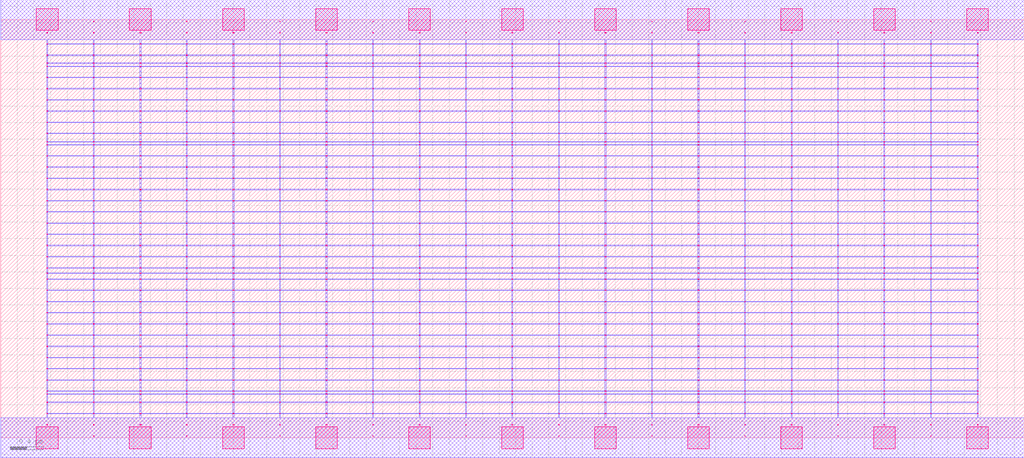
<source format=lef>
MACRO AOAAOAI211211_DEBUG
 CLASS CORE ;
 FOREIGN AOAAOAI211211_DEBUG 0 0 ;
 SIZE 12.32 BY 5.04 ;
 ORIGIN 0 0 ;
 SYMMETRY X Y R90 ;
 SITE unit ;

 OBS
    LAYER polycont ;
     RECT 6.15100000 2.58300000 6.16400000 2.59100000 ;
     RECT 6.15100000 2.71800000 6.16400000 2.72600000 ;
     RECT 6.15100000 2.85300000 6.16400000 2.86100000 ;
     RECT 6.15100000 2.98800000 6.16400000 2.99600000 ;
     RECT 8.39100000 2.58300000 8.40900000 2.59100000 ;
     RECT 8.95600000 2.58300000 8.96400000 2.59100000 ;
     RECT 9.51600000 2.58300000 9.52900000 2.59100000 ;
     RECT 10.07600000 2.58300000 10.08400000 2.59100000 ;
     RECT 10.63100000 2.58300000 10.64400000 2.59100000 ;
     RECT 11.19600000 2.58300000 11.20400000 2.59100000 ;
     RECT 11.75600000 2.58300000 11.76900000 2.59100000 ;
     RECT 6.71600000 2.58300000 6.72400000 2.59100000 ;
     RECT 6.71600000 2.71800000 6.72400000 2.72600000 ;
     RECT 7.27100000 2.71800000 7.28900000 2.72600000 ;
     RECT 7.83600000 2.71800000 7.84400000 2.72600000 ;
     RECT 8.39100000 2.71800000 8.40900000 2.72600000 ;
     RECT 8.95600000 2.71800000 8.96400000 2.72600000 ;
     RECT 9.51600000 2.71800000 9.52900000 2.72600000 ;
     RECT 10.07600000 2.71800000 10.08400000 2.72600000 ;
     RECT 10.63100000 2.71800000 10.64400000 2.72600000 ;
     RECT 11.19600000 2.71800000 11.20400000 2.72600000 ;
     RECT 11.75600000 2.71800000 11.76900000 2.72600000 ;
     RECT 7.27100000 2.58300000 7.28900000 2.59100000 ;
     RECT 6.71600000 2.85300000 6.72400000 2.86100000 ;
     RECT 7.27100000 2.85300000 7.28900000 2.86100000 ;
     RECT 7.83600000 2.85300000 7.84400000 2.86100000 ;
     RECT 8.39100000 2.85300000 8.40900000 2.86100000 ;
     RECT 8.95600000 2.85300000 8.96400000 2.86100000 ;
     RECT 9.51600000 2.85300000 9.52900000 2.86100000 ;
     RECT 10.07600000 2.85300000 10.08400000 2.86100000 ;
     RECT 10.63100000 2.85300000 10.64400000 2.86100000 ;
     RECT 11.19600000 2.85300000 11.20400000 2.86100000 ;
     RECT 11.75600000 2.85300000 11.76900000 2.86100000 ;
     RECT 7.83600000 2.58300000 7.84400000 2.59100000 ;
     RECT 6.71600000 2.98800000 6.72400000 2.99600000 ;
     RECT 7.27100000 2.98800000 7.28900000 2.99600000 ;
     RECT 7.83600000 2.98800000 7.84400000 2.99600000 ;
     RECT 8.39100000 2.98800000 8.40900000 2.99600000 ;
     RECT 8.95600000 2.98800000 8.96400000 2.99600000 ;
     RECT 9.51600000 2.98800000 9.52900000 2.99600000 ;
     RECT 10.07600000 2.98800000 10.08400000 2.99600000 ;
     RECT 10.63100000 2.98800000 10.64400000 2.99600000 ;
     RECT 11.19600000 2.98800000 11.20400000 2.99600000 ;
     RECT 11.75600000 2.98800000 11.76900000 2.99600000 ;
     RECT 10.07600000 3.12300000 10.08400000 3.13100000 ;
     RECT 10.07600000 3.25800000 10.08400000 3.26600000 ;
     RECT 10.07600000 3.39300000 10.08400000 3.40100000 ;
     RECT 10.07600000 3.52800000 10.08400000 3.53600000 ;
     RECT 10.07600000 3.56100000 10.08400000 3.56900000 ;
     RECT 10.07600000 3.66300000 10.08400000 3.67100000 ;
     RECT 10.07600000 3.79800000 10.08400000 3.80600000 ;
     RECT 10.07600000 3.93300000 10.08400000 3.94100000 ;
     RECT 10.07600000 4.06800000 10.08400000 4.07600000 ;
     RECT 10.07600000 4.20300000 10.08400000 4.21100000 ;
     RECT 10.07600000 4.33800000 10.08400000 4.34600000 ;
     RECT 10.07600000 4.47300000 10.08400000 4.48100000 ;
     RECT 10.07600000 4.51100000 10.08400000 4.51900000 ;
     RECT 10.07600000 4.60800000 10.08400000 4.61600000 ;
     RECT 10.07600000 4.74300000 10.08400000 4.75100000 ;
     RECT 10.07600000 4.87800000 10.08400000 4.88600000 ;
     RECT 5.59600000 2.71800000 5.60400000 2.72600000 ;
     RECT 1.11600000 2.58300000 1.12400000 2.59100000 ;
     RECT 1.67100000 2.58300000 1.68900000 2.59100000 ;
     RECT 0.55100000 2.98800000 0.56400000 2.99600000 ;
     RECT 1.11600000 2.98800000 1.12400000 2.99600000 ;
     RECT 1.67100000 2.98800000 1.68900000 2.99600000 ;
     RECT 2.23600000 2.98800000 2.24400000 2.99600000 ;
     RECT 2.79100000 2.98800000 2.80900000 2.99600000 ;
     RECT 3.35600000 2.98800000 3.36400000 2.99600000 ;
     RECT 3.91100000 2.98800000 3.92900000 2.99600000 ;
     RECT 4.47600000 2.98800000 4.48400000 2.99600000 ;
     RECT 5.03600000 2.98800000 5.04900000 2.99600000 ;
     RECT 5.59600000 2.98800000 5.60400000 2.99600000 ;
     RECT 2.23600000 2.58300000 2.24400000 2.59100000 ;
     RECT 2.79100000 2.58300000 2.80900000 2.59100000 ;
     RECT 3.35600000 2.58300000 3.36400000 2.59100000 ;
     RECT 3.91100000 2.58300000 3.92900000 2.59100000 ;
     RECT 4.47600000 2.58300000 4.48400000 2.59100000 ;
     RECT 5.03600000 2.58300000 5.04900000 2.59100000 ;
     RECT 5.59600000 2.58300000 5.60400000 2.59100000 ;
     RECT 0.55100000 2.58300000 0.56400000 2.59100000 ;
     RECT 0.55100000 2.71800000 0.56400000 2.72600000 ;
     RECT 0.55100000 2.85300000 0.56400000 2.86100000 ;
     RECT 1.11600000 2.85300000 1.12400000 2.86100000 ;
     RECT 5.59600000 3.12300000 5.60400000 3.13100000 ;
     RECT 1.67100000 2.85300000 1.68900000 2.86100000 ;
     RECT 5.59600000 3.25800000 5.60400000 3.26600000 ;
     RECT 2.23600000 2.85300000 2.24400000 2.86100000 ;
     RECT 5.59600000 3.39300000 5.60400000 3.40100000 ;
     RECT 2.79100000 2.85300000 2.80900000 2.86100000 ;
     RECT 5.59600000 3.52800000 5.60400000 3.53600000 ;
     RECT 3.35600000 2.85300000 3.36400000 2.86100000 ;
     RECT 5.59600000 3.56100000 5.60400000 3.56900000 ;
     RECT 3.91100000 2.85300000 3.92900000 2.86100000 ;
     RECT 5.59600000 3.66300000 5.60400000 3.67100000 ;
     RECT 4.47600000 2.85300000 4.48400000 2.86100000 ;
     RECT 5.59600000 3.79800000 5.60400000 3.80600000 ;
     RECT 5.03600000 2.85300000 5.04900000 2.86100000 ;
     RECT 5.59600000 3.93300000 5.60400000 3.94100000 ;
     RECT 5.59600000 2.85300000 5.60400000 2.86100000 ;
     RECT 5.59600000 4.06800000 5.60400000 4.07600000 ;
     RECT 1.11600000 2.71800000 1.12400000 2.72600000 ;
     RECT 5.59600000 4.20300000 5.60400000 4.21100000 ;
     RECT 1.67100000 2.71800000 1.68900000 2.72600000 ;
     RECT 5.59600000 4.33800000 5.60400000 4.34600000 ;
     RECT 2.23600000 2.71800000 2.24400000 2.72600000 ;
     RECT 5.59600000 4.47300000 5.60400000 4.48100000 ;
     RECT 2.79100000 2.71800000 2.80900000 2.72600000 ;
     RECT 5.59600000 4.51100000 5.60400000 4.51900000 ;
     RECT 3.35600000 2.71800000 3.36400000 2.72600000 ;
     RECT 5.59600000 4.60800000 5.60400000 4.61600000 ;
     RECT 3.91100000 2.71800000 3.92900000 2.72600000 ;
     RECT 5.59600000 4.74300000 5.60400000 4.75100000 ;
     RECT 4.47600000 2.71800000 4.48400000 2.72600000 ;
     RECT 5.59600000 4.87800000 5.60400000 4.88600000 ;
     RECT 5.03600000 2.71800000 5.04900000 2.72600000 ;
     RECT 3.35600000 2.04300000 3.36400000 2.05100000 ;
     RECT 3.35600000 2.17800000 3.36400000 2.18600000 ;
     RECT 3.35600000 2.31300000 3.36400000 2.32100000 ;
     RECT 3.35600000 2.44800000 3.36400000 2.45600000 ;
     RECT 3.35600000 0.15300000 3.36400000 0.16100000 ;
     RECT 3.35600000 0.28800000 3.36400000 0.29600000 ;
     RECT 3.35600000 0.42300000 3.36400000 0.43100000 ;
     RECT 3.35600000 0.52100000 3.36400000 0.52900000 ;
     RECT 3.35600000 0.55800000 3.36400000 0.56600000 ;
     RECT 3.35600000 0.69300000 3.36400000 0.70100000 ;
     RECT 3.35600000 0.82800000 3.36400000 0.83600000 ;
     RECT 3.35600000 0.96300000 3.36400000 0.97100000 ;
     RECT 3.35600000 1.09800000 3.36400000 1.10600000 ;
     RECT 3.35600000 1.23300000 3.36400000 1.24100000 ;
     RECT 3.35600000 1.36800000 3.36400000 1.37600000 ;
     RECT 3.35600000 1.50300000 3.36400000 1.51100000 ;
     RECT 3.35600000 1.63800000 3.36400000 1.64600000 ;
     RECT 3.35600000 1.77300000 3.36400000 1.78100000 ;
     RECT 3.35600000 1.90800000 3.36400000 1.91600000 ;
     RECT 3.35600000 1.98100000 3.36400000 1.98900000 ;
     RECT 8.95600000 0.55800000 8.96400000 0.56600000 ;
     RECT 8.95600000 2.31300000 8.96400000 2.32100000 ;
     RECT 8.95600000 1.23300000 8.96400000 1.24100000 ;
     RECT 8.95600000 2.44800000 8.96400000 2.45600000 ;
     RECT 8.95600000 0.42300000 8.96400000 0.43100000 ;
     RECT 8.95600000 1.36800000 8.96400000 1.37600000 ;
     RECT 8.95600000 0.69300000 8.96400000 0.70100000 ;
     RECT 8.95600000 1.50300000 8.96400000 1.51100000 ;
     RECT 8.95600000 0.28800000 8.96400000 0.29600000 ;
     RECT 8.95600000 1.63800000 8.96400000 1.64600000 ;
     RECT 8.95600000 0.82800000 8.96400000 0.83600000 ;
     RECT 8.95600000 1.77300000 8.96400000 1.78100000 ;
     RECT 8.95600000 0.52100000 8.96400000 0.52900000 ;
     RECT 8.95600000 1.90800000 8.96400000 1.91600000 ;
     RECT 8.95600000 0.96300000 8.96400000 0.97100000 ;
     RECT 8.95600000 1.98100000 8.96400000 1.98900000 ;
     RECT 8.95600000 0.15300000 8.96400000 0.16100000 ;
     RECT 8.95600000 2.04300000 8.96400000 2.05100000 ;
     RECT 8.95600000 1.09800000 8.96400000 1.10600000 ;
     RECT 8.95600000 2.17800000 8.96400000 2.18600000 ;

    LAYER pdiffc ;
     RECT 0.55100000 3.39300000 0.55900000 3.40100000 ;
     RECT 5.04100000 3.39300000 5.04900000 3.40100000 ;
     RECT 6.15100000 3.39300000 6.15900000 3.40100000 ;
     RECT 9.52100000 3.39300000 9.52900000 3.40100000 ;
     RECT 10.63100000 3.39300000 10.63900000 3.40100000 ;
     RECT 11.76100000 3.39300000 11.76900000 3.40100000 ;
     RECT 0.55100000 3.52800000 0.55900000 3.53600000 ;
     RECT 5.04100000 3.52800000 5.04900000 3.53600000 ;
     RECT 6.15100000 3.52800000 6.15900000 3.53600000 ;
     RECT 9.52100000 3.52800000 9.52900000 3.53600000 ;
     RECT 10.63100000 3.52800000 10.63900000 3.53600000 ;
     RECT 11.76100000 3.52800000 11.76900000 3.53600000 ;
     RECT 0.55100000 3.56100000 0.55900000 3.56900000 ;
     RECT 5.04100000 3.56100000 5.04900000 3.56900000 ;
     RECT 6.15100000 3.56100000 6.15900000 3.56900000 ;
     RECT 9.52100000 3.56100000 9.52900000 3.56900000 ;
     RECT 10.63100000 3.56100000 10.63900000 3.56900000 ;
     RECT 11.76100000 3.56100000 11.76900000 3.56900000 ;
     RECT 0.55100000 3.66300000 0.55900000 3.67100000 ;
     RECT 5.04100000 3.66300000 5.04900000 3.67100000 ;
     RECT 6.15100000 3.66300000 6.15900000 3.67100000 ;
     RECT 9.52100000 3.66300000 9.52900000 3.67100000 ;
     RECT 10.63100000 3.66300000 10.63900000 3.67100000 ;
     RECT 11.76100000 3.66300000 11.76900000 3.67100000 ;
     RECT 0.55100000 3.79800000 0.55900000 3.80600000 ;
     RECT 5.04100000 3.79800000 5.04900000 3.80600000 ;
     RECT 6.15100000 3.79800000 6.15900000 3.80600000 ;
     RECT 9.52100000 3.79800000 9.52900000 3.80600000 ;
     RECT 10.63100000 3.79800000 10.63900000 3.80600000 ;
     RECT 11.76100000 3.79800000 11.76900000 3.80600000 ;
     RECT 0.55100000 3.93300000 0.55900000 3.94100000 ;
     RECT 5.04100000 3.93300000 5.04900000 3.94100000 ;
     RECT 6.15100000 3.93300000 6.15900000 3.94100000 ;
     RECT 9.52100000 3.93300000 9.52900000 3.94100000 ;
     RECT 10.63100000 3.93300000 10.63900000 3.94100000 ;
     RECT 11.76100000 3.93300000 11.76900000 3.94100000 ;
     RECT 0.55100000 4.06800000 0.55900000 4.07600000 ;
     RECT 5.04100000 4.06800000 5.04900000 4.07600000 ;
     RECT 6.15100000 4.06800000 6.15900000 4.07600000 ;
     RECT 9.52100000 4.06800000 9.52900000 4.07600000 ;
     RECT 10.63100000 4.06800000 10.63900000 4.07600000 ;
     RECT 11.76100000 4.06800000 11.76900000 4.07600000 ;
     RECT 0.55100000 4.20300000 0.55900000 4.21100000 ;
     RECT 5.04100000 4.20300000 5.04900000 4.21100000 ;
     RECT 6.15100000 4.20300000 6.15900000 4.21100000 ;
     RECT 9.52100000 4.20300000 9.52900000 4.21100000 ;
     RECT 10.63100000 4.20300000 10.63900000 4.21100000 ;
     RECT 11.76100000 4.20300000 11.76900000 4.21100000 ;
     RECT 0.55100000 4.33800000 0.55900000 4.34600000 ;
     RECT 5.04100000 4.33800000 5.04900000 4.34600000 ;
     RECT 6.15100000 4.33800000 6.15900000 4.34600000 ;
     RECT 9.52100000 4.33800000 9.52900000 4.34600000 ;
     RECT 10.63100000 4.33800000 10.63900000 4.34600000 ;
     RECT 11.76100000 4.33800000 11.76900000 4.34600000 ;
     RECT 0.55100000 4.47300000 0.55900000 4.48100000 ;
     RECT 5.04100000 4.47300000 5.04900000 4.48100000 ;
     RECT 6.15100000 4.47300000 6.15900000 4.48100000 ;
     RECT 9.52100000 4.47300000 9.52900000 4.48100000 ;
     RECT 10.63100000 4.47300000 10.63900000 4.48100000 ;
     RECT 11.76100000 4.47300000 11.76900000 4.48100000 ;
     RECT 0.55100000 4.51100000 0.55900000 4.51900000 ;
     RECT 5.04100000 4.51100000 5.04900000 4.51900000 ;
     RECT 6.15100000 4.51100000 6.15900000 4.51900000 ;
     RECT 9.52100000 4.51100000 9.52900000 4.51900000 ;
     RECT 10.63100000 4.51100000 10.63900000 4.51900000 ;
     RECT 11.76100000 4.51100000 11.76900000 4.51900000 ;
     RECT 0.55100000 4.60800000 0.55900000 4.61600000 ;
     RECT 5.04100000 4.60800000 5.04900000 4.61600000 ;
     RECT 6.15100000 4.60800000 6.15900000 4.61600000 ;
     RECT 9.52100000 4.60800000 9.52900000 4.61600000 ;
     RECT 10.63100000 4.60800000 10.63900000 4.61600000 ;
     RECT 11.76100000 4.60800000 11.76900000 4.61600000 ;

    LAYER ndiffc ;
     RECT 6.15100000 0.42300000 6.16400000 0.43100000 ;
     RECT 6.15100000 0.52100000 6.16400000 0.52900000 ;
     RECT 6.15100000 0.55800000 6.16400000 0.56600000 ;
     RECT 6.15100000 0.69300000 6.16400000 0.70100000 ;
     RECT 6.15100000 0.82800000 6.16400000 0.83600000 ;
     RECT 6.15100000 0.96300000 6.16400000 0.97100000 ;
     RECT 6.15100000 1.09800000 6.16400000 1.10600000 ;
     RECT 6.15100000 1.23300000 6.16400000 1.24100000 ;
     RECT 6.15100000 1.36800000 6.16400000 1.37600000 ;
     RECT 6.15100000 1.50300000 6.16400000 1.51100000 ;
     RECT 6.15100000 1.63800000 6.16400000 1.64600000 ;
     RECT 6.15100000 1.77300000 6.16400000 1.78100000 ;
     RECT 6.15100000 1.90800000 6.16400000 1.91600000 ;
     RECT 6.15100000 1.98100000 6.16400000 1.98900000 ;
     RECT 6.15100000 2.04300000 6.16400000 2.05100000 ;
     RECT 9.51600000 0.55800000 9.52900000 0.56600000 ;
     RECT 10.63100000 0.55800000 10.64400000 0.56600000 ;
     RECT 11.75600000 0.55800000 11.76900000 0.56600000 ;
     RECT 9.51600000 0.42300000 9.52900000 0.43100000 ;
     RECT 7.27100000 0.69300000 7.28900000 0.70100000 ;
     RECT 8.39100000 0.69300000 8.40900000 0.70100000 ;
     RECT 9.51600000 0.69300000 9.52900000 0.70100000 ;
     RECT 10.63100000 0.69300000 10.64400000 0.70100000 ;
     RECT 11.75600000 0.69300000 11.76900000 0.70100000 ;
     RECT 10.63100000 0.42300000 10.64400000 0.43100000 ;
     RECT 7.27100000 0.82800000 7.28900000 0.83600000 ;
     RECT 8.39100000 0.82800000 8.40900000 0.83600000 ;
     RECT 9.51600000 0.82800000 9.52900000 0.83600000 ;
     RECT 10.63100000 0.82800000 10.64400000 0.83600000 ;
     RECT 11.75600000 0.82800000 11.76900000 0.83600000 ;
     RECT 11.75600000 0.42300000 11.76900000 0.43100000 ;
     RECT 7.27100000 0.96300000 7.28900000 0.97100000 ;
     RECT 8.39100000 0.96300000 8.40900000 0.97100000 ;
     RECT 9.51600000 0.96300000 9.52900000 0.97100000 ;
     RECT 10.63100000 0.96300000 10.64400000 0.97100000 ;
     RECT 11.75600000 0.96300000 11.76900000 0.97100000 ;
     RECT 7.27100000 0.42300000 7.28900000 0.43100000 ;
     RECT 7.27100000 1.09800000 7.28900000 1.10600000 ;
     RECT 8.39100000 1.09800000 8.40900000 1.10600000 ;
     RECT 9.51600000 1.09800000 9.52900000 1.10600000 ;
     RECT 10.63100000 1.09800000 10.64400000 1.10600000 ;
     RECT 11.75600000 1.09800000 11.76900000 1.10600000 ;
     RECT 7.27100000 0.52100000 7.28900000 0.52900000 ;
     RECT 7.27100000 1.23300000 7.28900000 1.24100000 ;
     RECT 8.39100000 1.23300000 8.40900000 1.24100000 ;
     RECT 9.51600000 1.23300000 9.52900000 1.24100000 ;
     RECT 10.63100000 1.23300000 10.64400000 1.24100000 ;
     RECT 11.75600000 1.23300000 11.76900000 1.24100000 ;
     RECT 8.39100000 0.52100000 8.40900000 0.52900000 ;
     RECT 7.27100000 1.36800000 7.28900000 1.37600000 ;
     RECT 8.39100000 1.36800000 8.40900000 1.37600000 ;
     RECT 9.51600000 1.36800000 9.52900000 1.37600000 ;
     RECT 10.63100000 1.36800000 10.64400000 1.37600000 ;
     RECT 11.75600000 1.36800000 11.76900000 1.37600000 ;
     RECT 9.51600000 0.52100000 9.52900000 0.52900000 ;
     RECT 7.27100000 1.50300000 7.28900000 1.51100000 ;
     RECT 8.39100000 1.50300000 8.40900000 1.51100000 ;
     RECT 9.51600000 1.50300000 9.52900000 1.51100000 ;
     RECT 10.63100000 1.50300000 10.64400000 1.51100000 ;
     RECT 11.75600000 1.50300000 11.76900000 1.51100000 ;
     RECT 10.63100000 0.52100000 10.64400000 0.52900000 ;
     RECT 7.27100000 1.63800000 7.28900000 1.64600000 ;
     RECT 8.39100000 1.63800000 8.40900000 1.64600000 ;
     RECT 9.51600000 1.63800000 9.52900000 1.64600000 ;
     RECT 10.63100000 1.63800000 10.64400000 1.64600000 ;
     RECT 11.75600000 1.63800000 11.76900000 1.64600000 ;
     RECT 11.75600000 0.52100000 11.76900000 0.52900000 ;
     RECT 7.27100000 1.77300000 7.28900000 1.78100000 ;
     RECT 8.39100000 1.77300000 8.40900000 1.78100000 ;
     RECT 9.51600000 1.77300000 9.52900000 1.78100000 ;
     RECT 10.63100000 1.77300000 10.64400000 1.78100000 ;
     RECT 11.75600000 1.77300000 11.76900000 1.78100000 ;
     RECT 8.39100000 0.42300000 8.40900000 0.43100000 ;
     RECT 7.27100000 1.90800000 7.28900000 1.91600000 ;
     RECT 8.39100000 1.90800000 8.40900000 1.91600000 ;
     RECT 9.51600000 1.90800000 9.52900000 1.91600000 ;
     RECT 10.63100000 1.90800000 10.64400000 1.91600000 ;
     RECT 11.75600000 1.90800000 11.76900000 1.91600000 ;
     RECT 7.27100000 0.55800000 7.28900000 0.56600000 ;
     RECT 7.27100000 1.98100000 7.28900000 1.98900000 ;
     RECT 8.39100000 1.98100000 8.40900000 1.98900000 ;
     RECT 9.51600000 1.98100000 9.52900000 1.98900000 ;
     RECT 10.63100000 1.98100000 10.64400000 1.98900000 ;
     RECT 11.75600000 1.98100000 11.76900000 1.98900000 ;
     RECT 8.39100000 0.55800000 8.40900000 0.56600000 ;
     RECT 7.27100000 2.04300000 7.28900000 2.05100000 ;
     RECT 8.39100000 2.04300000 8.40900000 2.05100000 ;
     RECT 9.51600000 2.04300000 9.52900000 2.05100000 ;
     RECT 10.63100000 2.04300000 10.64400000 2.05100000 ;
     RECT 11.75600000 2.04300000 11.76900000 2.05100000 ;
     RECT 2.79100000 1.36800000 2.80900000 1.37600000 ;
     RECT 3.91100000 1.36800000 3.92900000 1.37600000 ;
     RECT 5.03600000 1.36800000 5.04900000 1.37600000 ;
     RECT 5.03600000 0.82800000 5.04900000 0.83600000 ;
     RECT 2.79100000 0.55800000 2.80900000 0.56600000 ;
     RECT 3.91100000 0.55800000 3.92900000 0.56600000 ;
     RECT 5.03600000 0.55800000 5.04900000 0.56600000 ;
     RECT 1.67100000 0.52100000 1.68900000 0.52900000 ;
     RECT 2.79100000 0.52100000 2.80900000 0.52900000 ;
     RECT 0.55100000 1.50300000 0.56400000 1.51100000 ;
     RECT 1.67100000 1.50300000 1.68900000 1.51100000 ;
     RECT 2.79100000 1.50300000 2.80900000 1.51100000 ;
     RECT 3.91100000 1.50300000 3.92900000 1.51100000 ;
     RECT 5.03600000 1.50300000 5.04900000 1.51100000 ;
     RECT 3.91100000 0.52100000 3.92900000 0.52900000 ;
     RECT 0.55100000 0.96300000 0.56400000 0.97100000 ;
     RECT 1.67100000 0.96300000 1.68900000 0.97100000 ;
     RECT 2.79100000 0.96300000 2.80900000 0.97100000 ;
     RECT 3.91100000 0.96300000 3.92900000 0.97100000 ;
     RECT 5.03600000 0.96300000 5.04900000 0.97100000 ;
     RECT 0.55100000 1.63800000 0.56400000 1.64600000 ;
     RECT 1.67100000 1.63800000 1.68900000 1.64600000 ;
     RECT 2.79100000 1.63800000 2.80900000 1.64600000 ;
     RECT 3.91100000 1.63800000 3.92900000 1.64600000 ;
     RECT 5.03600000 1.63800000 5.04900000 1.64600000 ;
     RECT 5.03600000 0.52100000 5.04900000 0.52900000 ;
     RECT 1.67100000 0.42300000 1.68900000 0.43100000 ;
     RECT 2.79100000 0.42300000 2.80900000 0.43100000 ;
     RECT 0.55100000 0.69300000 0.56400000 0.70100000 ;
     RECT 1.67100000 0.69300000 1.68900000 0.70100000 ;
     RECT 2.79100000 0.69300000 2.80900000 0.70100000 ;
     RECT 0.55100000 1.77300000 0.56400000 1.78100000 ;
     RECT 1.67100000 1.77300000 1.68900000 1.78100000 ;
     RECT 2.79100000 1.77300000 2.80900000 1.78100000 ;
     RECT 3.91100000 1.77300000 3.92900000 1.78100000 ;
     RECT 5.03600000 1.77300000 5.04900000 1.78100000 ;
     RECT 0.55100000 1.09800000 0.56400000 1.10600000 ;
     RECT 1.67100000 1.09800000 1.68900000 1.10600000 ;
     RECT 2.79100000 1.09800000 2.80900000 1.10600000 ;
     RECT 3.91100000 1.09800000 3.92900000 1.10600000 ;
     RECT 5.03600000 1.09800000 5.04900000 1.10600000 ;
     RECT 3.91100000 0.69300000 3.92900000 0.70100000 ;
     RECT 0.55100000 1.90800000 0.56400000 1.91600000 ;
     RECT 1.67100000 1.90800000 1.68900000 1.91600000 ;
     RECT 2.79100000 1.90800000 2.80900000 1.91600000 ;
     RECT 3.91100000 1.90800000 3.92900000 1.91600000 ;
     RECT 5.03600000 1.90800000 5.04900000 1.91600000 ;
     RECT 5.03600000 0.69300000 5.04900000 0.70100000 ;
     RECT 3.91100000 0.42300000 3.92900000 0.43100000 ;
     RECT 5.03600000 0.42300000 5.04900000 0.43100000 ;
     RECT 0.55100000 0.42300000 0.56400000 0.43100000 ;
     RECT 0.55100000 0.52100000 0.56400000 0.52900000 ;
     RECT 0.55100000 1.23300000 0.56400000 1.24100000 ;
     RECT 0.55100000 1.98100000 0.56400000 1.98900000 ;
     RECT 1.67100000 1.98100000 1.68900000 1.98900000 ;
     RECT 2.79100000 1.98100000 2.80900000 1.98900000 ;
     RECT 3.91100000 1.98100000 3.92900000 1.98900000 ;
     RECT 5.03600000 1.98100000 5.04900000 1.98900000 ;
     RECT 1.67100000 1.23300000 1.68900000 1.24100000 ;
     RECT 2.79100000 1.23300000 2.80900000 1.24100000 ;
     RECT 3.91100000 1.23300000 3.92900000 1.24100000 ;
     RECT 5.03600000 1.23300000 5.04900000 1.24100000 ;
     RECT 0.55100000 0.55800000 0.56400000 0.56600000 ;
     RECT 1.67100000 0.55800000 1.68900000 0.56600000 ;
     RECT 0.55100000 2.04300000 0.56400000 2.05100000 ;
     RECT 1.67100000 2.04300000 1.68900000 2.05100000 ;
     RECT 2.79100000 2.04300000 2.80900000 2.05100000 ;
     RECT 3.91100000 2.04300000 3.92900000 2.05100000 ;
     RECT 5.03600000 2.04300000 5.04900000 2.05100000 ;
     RECT 0.55100000 0.82800000 0.56400000 0.83600000 ;
     RECT 1.67100000 0.82800000 1.68900000 0.83600000 ;
     RECT 2.79100000 0.82800000 2.80900000 0.83600000 ;
     RECT 3.91100000 0.82800000 3.92900000 0.83600000 ;
     RECT 0.55100000 1.36800000 0.56400000 1.37600000 ;
     RECT 1.67100000 1.36800000 1.68900000 1.37600000 ;

    LAYER met1 ;
     RECT 0.00000000 -0.24000000 12.32000000 0.24000000 ;
     RECT 6.15100000 0.24000000 6.16400000 0.28800000 ;
     RECT 0.55100000 0.28800000 11.76900000 0.29600000 ;
     RECT 6.15100000 0.29600000 6.16400000 0.42300000 ;
     RECT 0.55100000 0.42300000 11.76900000 0.43100000 ;
     RECT 6.15100000 0.43100000 6.16400000 0.52100000 ;
     RECT 0.55100000 0.52100000 11.76900000 0.52900000 ;
     RECT 6.15100000 0.52900000 6.16400000 0.55800000 ;
     RECT 0.55100000 0.55800000 11.76900000 0.56600000 ;
     RECT 6.15100000 0.56600000 6.16400000 0.69300000 ;
     RECT 0.55100000 0.69300000 11.76900000 0.70100000 ;
     RECT 6.15100000 0.70100000 6.16400000 0.82800000 ;
     RECT 0.55100000 0.82800000 11.76900000 0.83600000 ;
     RECT 6.15100000 0.83600000 6.16400000 0.96300000 ;
     RECT 0.55100000 0.96300000 11.76900000 0.97100000 ;
     RECT 6.15100000 0.97100000 6.16400000 1.09800000 ;
     RECT 0.55100000 1.09800000 11.76900000 1.10600000 ;
     RECT 6.15100000 1.10600000 6.16400000 1.23300000 ;
     RECT 0.55100000 1.23300000 11.76900000 1.24100000 ;
     RECT 6.15100000 1.24100000 6.16400000 1.36800000 ;
     RECT 0.55100000 1.36800000 11.76900000 1.37600000 ;
     RECT 6.15100000 1.37600000 6.16400000 1.50300000 ;
     RECT 0.55100000 1.50300000 11.76900000 1.51100000 ;
     RECT 6.15100000 1.51100000 6.16400000 1.63800000 ;
     RECT 0.55100000 1.63800000 11.76900000 1.64600000 ;
     RECT 6.15100000 1.64600000 6.16400000 1.77300000 ;
     RECT 0.55100000 1.77300000 11.76900000 1.78100000 ;
     RECT 6.15100000 1.78100000 6.16400000 1.90800000 ;
     RECT 0.55100000 1.90800000 11.76900000 1.91600000 ;
     RECT 6.15100000 1.91600000 6.16400000 1.98100000 ;
     RECT 0.55100000 1.98100000 11.76900000 1.98900000 ;
     RECT 6.15100000 1.98900000 6.16400000 2.04300000 ;
     RECT 0.55100000 2.04300000 11.76900000 2.05100000 ;
     RECT 6.15100000 2.05100000 6.16400000 2.17800000 ;
     RECT 0.55100000 2.17800000 11.76900000 2.18600000 ;
     RECT 6.15100000 2.18600000 6.16400000 2.31300000 ;
     RECT 0.55100000 2.31300000 11.76900000 2.32100000 ;
     RECT 6.15100000 2.32100000 6.16400000 2.44800000 ;
     RECT 0.55100000 2.44800000 11.76900000 2.45600000 ;
     RECT 0.55100000 2.45600000 0.56400000 2.58300000 ;
     RECT 1.11600000 2.45600000 1.12400000 2.58300000 ;
     RECT 1.67100000 2.45600000 1.68900000 2.58300000 ;
     RECT 2.23600000 2.45600000 2.24400000 2.58300000 ;
     RECT 2.79100000 2.45600000 2.80900000 2.58300000 ;
     RECT 3.35600000 2.45600000 3.36400000 2.58300000 ;
     RECT 3.91100000 2.45600000 3.92900000 2.58300000 ;
     RECT 4.47600000 2.45600000 4.48400000 2.58300000 ;
     RECT 5.03600000 2.45600000 5.04900000 2.58300000 ;
     RECT 5.59600000 2.45600000 5.60400000 2.58300000 ;
     RECT 6.15100000 2.45600000 6.16400000 2.58300000 ;
     RECT 6.71600000 2.45600000 6.72400000 2.58300000 ;
     RECT 7.27100000 2.45600000 7.28900000 2.58300000 ;
     RECT 7.83600000 2.45600000 7.84400000 2.58300000 ;
     RECT 8.39100000 2.45600000 8.40900000 2.58300000 ;
     RECT 8.95600000 2.45600000 8.96400000 2.58300000 ;
     RECT 9.51600000 2.45600000 9.52900000 2.58300000 ;
     RECT 10.07600000 2.45600000 10.08400000 2.58300000 ;
     RECT 10.63100000 2.45600000 10.64400000 2.58300000 ;
     RECT 11.19600000 2.45600000 11.20400000 2.58300000 ;
     RECT 11.75600000 2.45600000 11.76900000 2.58300000 ;
     RECT 0.55100000 2.58300000 11.76900000 2.59100000 ;
     RECT 6.15100000 2.59100000 6.16400000 2.71800000 ;
     RECT 0.55100000 2.71800000 11.76900000 2.72600000 ;
     RECT 6.15100000 2.72600000 6.16400000 2.85300000 ;
     RECT 0.55100000 2.85300000 11.76900000 2.86100000 ;
     RECT 6.15100000 2.86100000 6.16400000 2.98800000 ;
     RECT 0.55100000 2.98800000 11.76900000 2.99600000 ;
     RECT 6.15100000 2.99600000 6.16400000 3.12300000 ;
     RECT 0.55100000 3.12300000 11.76900000 3.13100000 ;
     RECT 6.15100000 3.13100000 6.16400000 3.25800000 ;
     RECT 0.55100000 3.25800000 11.76900000 3.26600000 ;
     RECT 6.15100000 3.26600000 6.16400000 3.39300000 ;
     RECT 0.55100000 3.39300000 11.76900000 3.40100000 ;
     RECT 6.15100000 3.40100000 6.16400000 3.52800000 ;
     RECT 0.55100000 3.52800000 11.76900000 3.53600000 ;
     RECT 6.15100000 3.53600000 6.16400000 3.56100000 ;
     RECT 0.55100000 3.56100000 11.76900000 3.56900000 ;
     RECT 6.15100000 3.56900000 6.16400000 3.66300000 ;
     RECT 0.55100000 3.66300000 11.76900000 3.67100000 ;
     RECT 6.15100000 3.67100000 6.16400000 3.79800000 ;
     RECT 0.55100000 3.79800000 11.76900000 3.80600000 ;
     RECT 6.15100000 3.80600000 6.16400000 3.93300000 ;
     RECT 0.55100000 3.93300000 11.76900000 3.94100000 ;
     RECT 6.15100000 3.94100000 6.16400000 4.06800000 ;
     RECT 0.55100000 4.06800000 11.76900000 4.07600000 ;
     RECT 6.15100000 4.07600000 6.16400000 4.20300000 ;
     RECT 0.55100000 4.20300000 11.76900000 4.21100000 ;
     RECT 6.15100000 4.21100000 6.16400000 4.33800000 ;
     RECT 0.55100000 4.33800000 11.76900000 4.34600000 ;
     RECT 6.15100000 4.34600000 6.16400000 4.47300000 ;
     RECT 0.55100000 4.47300000 11.76900000 4.48100000 ;
     RECT 6.15100000 4.48100000 6.16400000 4.51100000 ;
     RECT 0.55100000 4.51100000 11.76900000 4.51900000 ;
     RECT 6.15100000 4.51900000 6.16400000 4.60800000 ;
     RECT 0.55100000 4.60800000 11.76900000 4.61600000 ;
     RECT 6.15100000 4.61600000 6.16400000 4.74300000 ;
     RECT 0.55100000 4.74300000 11.76900000 4.75100000 ;
     RECT 6.15100000 4.75100000 6.16400000 4.80000000 ;
     RECT 0.00000000 4.80000000 12.32000000 5.28000000 ;
     RECT 6.71600000 3.80600000 6.72400000 3.93300000 ;
     RECT 7.27100000 3.80600000 7.28900000 3.93300000 ;
     RECT 7.83600000 3.80600000 7.84400000 3.93300000 ;
     RECT 8.39100000 3.80600000 8.40900000 3.93300000 ;
     RECT 8.95600000 3.80600000 8.96400000 3.93300000 ;
     RECT 9.51600000 3.80600000 9.52900000 3.93300000 ;
     RECT 10.07600000 3.80600000 10.08400000 3.93300000 ;
     RECT 10.63100000 3.80600000 10.64400000 3.93300000 ;
     RECT 11.19600000 3.80600000 11.20400000 3.93300000 ;
     RECT 11.75600000 3.80600000 11.76900000 3.93300000 ;
     RECT 9.51600000 3.94100000 9.52900000 4.06800000 ;
     RECT 10.07600000 3.94100000 10.08400000 4.06800000 ;
     RECT 10.63100000 3.94100000 10.64400000 4.06800000 ;
     RECT 11.19600000 3.94100000 11.20400000 4.06800000 ;
     RECT 11.75600000 3.94100000 11.76900000 4.06800000 ;
     RECT 9.51600000 4.07600000 9.52900000 4.20300000 ;
     RECT 10.07600000 4.07600000 10.08400000 4.20300000 ;
     RECT 10.63100000 4.07600000 10.64400000 4.20300000 ;
     RECT 11.19600000 4.07600000 11.20400000 4.20300000 ;
     RECT 11.75600000 4.07600000 11.76900000 4.20300000 ;
     RECT 9.51600000 4.21100000 9.52900000 4.33800000 ;
     RECT 10.07600000 4.21100000 10.08400000 4.33800000 ;
     RECT 10.63100000 4.21100000 10.64400000 4.33800000 ;
     RECT 11.19600000 4.21100000 11.20400000 4.33800000 ;
     RECT 11.75600000 4.21100000 11.76900000 4.33800000 ;
     RECT 9.51600000 4.34600000 9.52900000 4.47300000 ;
     RECT 10.07600000 4.34600000 10.08400000 4.47300000 ;
     RECT 10.63100000 4.34600000 10.64400000 4.47300000 ;
     RECT 11.19600000 4.34600000 11.20400000 4.47300000 ;
     RECT 11.75600000 4.34600000 11.76900000 4.47300000 ;
     RECT 9.51600000 4.48100000 9.52900000 4.51100000 ;
     RECT 10.07600000 4.48100000 10.08400000 4.51100000 ;
     RECT 10.63100000 4.48100000 10.64400000 4.51100000 ;
     RECT 11.19600000 4.48100000 11.20400000 4.51100000 ;
     RECT 11.75600000 4.48100000 11.76900000 4.51100000 ;
     RECT 9.51600000 4.51900000 9.52900000 4.60800000 ;
     RECT 10.07600000 4.51900000 10.08400000 4.60800000 ;
     RECT 10.63100000 4.51900000 10.64400000 4.60800000 ;
     RECT 11.19600000 4.51900000 11.20400000 4.60800000 ;
     RECT 11.75600000 4.51900000 11.76900000 4.60800000 ;
     RECT 9.51600000 4.61600000 9.52900000 4.74300000 ;
     RECT 10.07600000 4.61600000 10.08400000 4.74300000 ;
     RECT 10.63100000 4.61600000 10.64400000 4.74300000 ;
     RECT 11.19600000 4.61600000 11.20400000 4.74300000 ;
     RECT 11.75600000 4.61600000 11.76900000 4.74300000 ;
     RECT 9.51600000 4.75100000 9.52900000 4.80000000 ;
     RECT 10.07600000 4.75100000 10.08400000 4.80000000 ;
     RECT 10.63100000 4.75100000 10.64400000 4.80000000 ;
     RECT 11.19600000 4.75100000 11.20400000 4.80000000 ;
     RECT 11.75600000 4.75100000 11.76900000 4.80000000 ;
     RECT 6.71600000 4.48100000 6.72400000 4.51100000 ;
     RECT 7.27100000 4.48100000 7.28900000 4.51100000 ;
     RECT 7.83600000 4.48100000 7.84400000 4.51100000 ;
     RECT 8.39100000 4.48100000 8.40900000 4.51100000 ;
     RECT 8.95600000 4.48100000 8.96400000 4.51100000 ;
     RECT 6.71600000 4.21100000 6.72400000 4.33800000 ;
     RECT 7.27100000 4.21100000 7.28900000 4.33800000 ;
     RECT 7.83600000 4.21100000 7.84400000 4.33800000 ;
     RECT 8.39100000 4.21100000 8.40900000 4.33800000 ;
     RECT 8.95600000 4.21100000 8.96400000 4.33800000 ;
     RECT 6.71600000 4.51900000 6.72400000 4.60800000 ;
     RECT 7.27100000 4.51900000 7.28900000 4.60800000 ;
     RECT 7.83600000 4.51900000 7.84400000 4.60800000 ;
     RECT 8.39100000 4.51900000 8.40900000 4.60800000 ;
     RECT 8.95600000 4.51900000 8.96400000 4.60800000 ;
     RECT 6.71600000 4.07600000 6.72400000 4.20300000 ;
     RECT 7.27100000 4.07600000 7.28900000 4.20300000 ;
     RECT 7.83600000 4.07600000 7.84400000 4.20300000 ;
     RECT 8.39100000 4.07600000 8.40900000 4.20300000 ;
     RECT 8.95600000 4.07600000 8.96400000 4.20300000 ;
     RECT 6.71600000 4.61600000 6.72400000 4.74300000 ;
     RECT 7.27100000 4.61600000 7.28900000 4.74300000 ;
     RECT 7.83600000 4.61600000 7.84400000 4.74300000 ;
     RECT 8.39100000 4.61600000 8.40900000 4.74300000 ;
     RECT 8.95600000 4.61600000 8.96400000 4.74300000 ;
     RECT 6.71600000 4.34600000 6.72400000 4.47300000 ;
     RECT 7.27100000 4.34600000 7.28900000 4.47300000 ;
     RECT 7.83600000 4.34600000 7.84400000 4.47300000 ;
     RECT 8.39100000 4.34600000 8.40900000 4.47300000 ;
     RECT 8.95600000 4.34600000 8.96400000 4.47300000 ;
     RECT 6.71600000 4.75100000 6.72400000 4.80000000 ;
     RECT 7.27100000 4.75100000 7.28900000 4.80000000 ;
     RECT 7.83600000 4.75100000 7.84400000 4.80000000 ;
     RECT 8.39100000 4.75100000 8.40900000 4.80000000 ;
     RECT 8.95600000 4.75100000 8.96400000 4.80000000 ;
     RECT 6.71600000 3.94100000 6.72400000 4.06800000 ;
     RECT 7.27100000 3.94100000 7.28900000 4.06800000 ;
     RECT 7.83600000 3.94100000 7.84400000 4.06800000 ;
     RECT 8.39100000 3.94100000 8.40900000 4.06800000 ;
     RECT 8.95600000 3.94100000 8.96400000 4.06800000 ;
     RECT 8.39100000 2.99600000 8.40900000 3.12300000 ;
     RECT 8.95600000 2.99600000 8.96400000 3.12300000 ;
     RECT 6.71600000 3.13100000 6.72400000 3.25800000 ;
     RECT 7.27100000 3.13100000 7.28900000 3.25800000 ;
     RECT 7.83600000 3.13100000 7.84400000 3.25800000 ;
     RECT 8.39100000 3.13100000 8.40900000 3.25800000 ;
     RECT 8.95600000 3.13100000 8.96400000 3.25800000 ;
     RECT 8.95600000 2.86100000 8.96400000 2.98800000 ;
     RECT 6.71600000 3.26600000 6.72400000 3.39300000 ;
     RECT 7.27100000 3.26600000 7.28900000 3.39300000 ;
     RECT 7.83600000 3.26600000 7.84400000 3.39300000 ;
     RECT 8.39100000 3.26600000 8.40900000 3.39300000 ;
     RECT 8.95600000 3.26600000 8.96400000 3.39300000 ;
     RECT 6.71600000 2.59100000 6.72400000 2.71800000 ;
     RECT 7.27100000 2.59100000 7.28900000 2.71800000 ;
     RECT 6.71600000 3.40100000 6.72400000 3.52800000 ;
     RECT 7.27100000 3.40100000 7.28900000 3.52800000 ;
     RECT 7.83600000 3.40100000 7.84400000 3.52800000 ;
     RECT 8.39100000 3.40100000 8.40900000 3.52800000 ;
     RECT 7.83600000 2.59100000 7.84400000 2.71800000 ;
     RECT 8.39100000 2.59100000 8.40900000 2.71800000 ;
     RECT 8.95600000 3.40100000 8.96400000 3.52800000 ;
     RECT 6.71600000 2.72600000 6.72400000 2.85300000 ;
     RECT 7.27100000 2.72600000 7.28900000 2.85300000 ;
     RECT 6.71600000 3.53600000 6.72400000 3.56100000 ;
     RECT 7.27100000 3.53600000 7.28900000 3.56100000 ;
     RECT 7.83600000 3.53600000 7.84400000 3.56100000 ;
     RECT 8.39100000 3.53600000 8.40900000 3.56100000 ;
     RECT 8.95600000 3.53600000 8.96400000 3.56100000 ;
     RECT 7.83600000 2.72600000 7.84400000 2.85300000 ;
     RECT 8.39100000 2.72600000 8.40900000 2.85300000 ;
     RECT 6.71600000 2.86100000 6.72400000 2.98800000 ;
     RECT 7.27100000 2.86100000 7.28900000 2.98800000 ;
     RECT 6.71600000 3.56900000 6.72400000 3.66300000 ;
     RECT 7.27100000 3.56900000 7.28900000 3.66300000 ;
     RECT 7.83600000 3.56900000 7.84400000 3.66300000 ;
     RECT 8.39100000 3.56900000 8.40900000 3.66300000 ;
     RECT 8.95600000 3.56900000 8.96400000 3.66300000 ;
     RECT 8.95600000 2.59100000 8.96400000 2.71800000 ;
     RECT 8.95600000 2.72600000 8.96400000 2.85300000 ;
     RECT 6.71600000 3.67100000 6.72400000 3.79800000 ;
     RECT 7.27100000 3.67100000 7.28900000 3.79800000 ;
     RECT 7.83600000 3.67100000 7.84400000 3.79800000 ;
     RECT 8.39100000 3.67100000 8.40900000 3.79800000 ;
     RECT 7.83600000 2.86100000 7.84400000 2.98800000 ;
     RECT 8.39100000 2.86100000 8.40900000 2.98800000 ;
     RECT 8.95600000 3.67100000 8.96400000 3.79800000 ;
     RECT 7.27100000 2.99600000 7.28900000 3.12300000 ;
     RECT 7.83600000 2.99600000 7.84400000 3.12300000 ;
     RECT 6.71600000 2.99600000 6.72400000 3.12300000 ;
     RECT 9.51600000 3.53600000 9.52900000 3.56100000 ;
     RECT 10.07600000 3.53600000 10.08400000 3.56100000 ;
     RECT 9.51600000 2.86100000 9.52900000 2.98800000 ;
     RECT 10.63100000 3.53600000 10.64400000 3.56100000 ;
     RECT 11.19600000 3.53600000 11.20400000 3.56100000 ;
     RECT 11.75600000 3.53600000 11.76900000 3.56100000 ;
     RECT 9.51600000 3.26600000 9.52900000 3.39300000 ;
     RECT 10.07600000 3.26600000 10.08400000 3.39300000 ;
     RECT 10.63100000 3.26600000 10.64400000 3.39300000 ;
     RECT 11.19600000 3.26600000 11.20400000 3.39300000 ;
     RECT 11.75600000 3.26600000 11.76900000 3.39300000 ;
     RECT 11.19600000 2.99600000 11.20400000 3.12300000 ;
     RECT 11.75600000 2.99600000 11.76900000 3.12300000 ;
     RECT 10.07600000 2.86100000 10.08400000 2.98800000 ;
     RECT 10.63100000 2.86100000 10.64400000 2.98800000 ;
     RECT 9.51600000 3.56900000 9.52900000 3.66300000 ;
     RECT 10.07600000 3.56900000 10.08400000 3.66300000 ;
     RECT 10.63100000 3.56900000 10.64400000 3.66300000 ;
     RECT 11.19600000 3.56900000 11.20400000 3.66300000 ;
     RECT 11.75600000 3.56900000 11.76900000 3.66300000 ;
     RECT 9.51600000 3.13100000 9.52900000 3.25800000 ;
     RECT 9.51600000 2.72600000 9.52900000 2.85300000 ;
     RECT 10.07600000 3.13100000 10.08400000 3.25800000 ;
     RECT 10.63100000 3.13100000 10.64400000 3.25800000 ;
     RECT 11.19600000 3.13100000 11.20400000 3.25800000 ;
     RECT 11.19600000 2.86100000 11.20400000 2.98800000 ;
     RECT 11.75600000 2.86100000 11.76900000 2.98800000 ;
     RECT 11.75600000 3.13100000 11.76900000 3.25800000 ;
     RECT 9.51600000 3.40100000 9.52900000 3.52800000 ;
     RECT 9.51600000 3.67100000 9.52900000 3.79800000 ;
     RECT 10.07600000 3.67100000 10.08400000 3.79800000 ;
     RECT 10.63100000 3.67100000 10.64400000 3.79800000 ;
     RECT 11.19600000 3.67100000 11.20400000 3.79800000 ;
     RECT 11.75600000 3.67100000 11.76900000 3.79800000 ;
     RECT 10.07600000 2.72600000 10.08400000 2.85300000 ;
     RECT 10.63100000 2.72600000 10.64400000 2.85300000 ;
     RECT 10.07600000 3.40100000 10.08400000 3.52800000 ;
     RECT 10.63100000 3.40100000 10.64400000 3.52800000 ;
     RECT 9.51600000 2.59100000 9.52900000 2.71800000 ;
     RECT 11.19600000 3.40100000 11.20400000 3.52800000 ;
     RECT 11.75600000 3.40100000 11.76900000 3.52800000 ;
     RECT 11.19600000 2.59100000 11.20400000 2.71800000 ;
     RECT 11.75600000 2.59100000 11.76900000 2.71800000 ;
     RECT 10.07600000 2.59100000 10.08400000 2.71800000 ;
     RECT 10.63100000 2.59100000 10.64400000 2.71800000 ;
     RECT 9.51600000 2.99600000 9.52900000 3.12300000 ;
     RECT 10.07600000 2.99600000 10.08400000 3.12300000 ;
     RECT 11.19600000 2.72600000 11.20400000 2.85300000 ;
     RECT 11.75600000 2.72600000 11.76900000 2.85300000 ;
     RECT 10.63100000 2.99600000 10.64400000 3.12300000 ;
     RECT 5.03600000 3.80600000 5.04900000 3.93300000 ;
     RECT 5.59600000 3.80600000 5.60400000 3.93300000 ;
     RECT 0.55100000 3.80600000 0.56400000 3.93300000 ;
     RECT 1.11600000 3.80600000 1.12400000 3.93300000 ;
     RECT 1.67100000 3.80600000 1.68900000 3.93300000 ;
     RECT 2.23600000 3.80600000 2.24400000 3.93300000 ;
     RECT 2.79100000 3.80600000 2.80900000 3.93300000 ;
     RECT 3.35600000 3.80600000 3.36400000 3.93300000 ;
     RECT 3.91100000 3.80600000 3.92900000 3.93300000 ;
     RECT 4.47600000 3.80600000 4.48400000 3.93300000 ;
     RECT 5.03600000 4.07600000 5.04900000 4.20300000 ;
     RECT 5.59600000 4.07600000 5.60400000 4.20300000 ;
     RECT 3.35600000 4.21100000 3.36400000 4.33800000 ;
     RECT 3.91100000 4.21100000 3.92900000 4.33800000 ;
     RECT 4.47600000 4.21100000 4.48400000 4.33800000 ;
     RECT 5.03600000 4.21100000 5.04900000 4.33800000 ;
     RECT 5.59600000 4.21100000 5.60400000 4.33800000 ;
     RECT 3.35600000 4.34600000 3.36400000 4.47300000 ;
     RECT 3.91100000 4.34600000 3.92900000 4.47300000 ;
     RECT 4.47600000 4.34600000 4.48400000 4.47300000 ;
     RECT 5.03600000 4.34600000 5.04900000 4.47300000 ;
     RECT 5.59600000 4.34600000 5.60400000 4.47300000 ;
     RECT 3.35600000 4.48100000 3.36400000 4.51100000 ;
     RECT 3.91100000 4.48100000 3.92900000 4.51100000 ;
     RECT 4.47600000 4.48100000 4.48400000 4.51100000 ;
     RECT 5.03600000 4.48100000 5.04900000 4.51100000 ;
     RECT 5.59600000 4.48100000 5.60400000 4.51100000 ;
     RECT 3.35600000 4.51900000 3.36400000 4.60800000 ;
     RECT 3.91100000 4.51900000 3.92900000 4.60800000 ;
     RECT 4.47600000 4.51900000 4.48400000 4.60800000 ;
     RECT 5.03600000 4.51900000 5.04900000 4.60800000 ;
     RECT 5.59600000 4.51900000 5.60400000 4.60800000 ;
     RECT 3.35600000 4.61600000 3.36400000 4.74300000 ;
     RECT 3.91100000 4.61600000 3.92900000 4.74300000 ;
     RECT 4.47600000 4.61600000 4.48400000 4.74300000 ;
     RECT 5.03600000 4.61600000 5.04900000 4.74300000 ;
     RECT 5.59600000 4.61600000 5.60400000 4.74300000 ;
     RECT 3.35600000 4.75100000 3.36400000 4.80000000 ;
     RECT 3.91100000 4.75100000 3.92900000 4.80000000 ;
     RECT 4.47600000 4.75100000 4.48400000 4.80000000 ;
     RECT 5.03600000 4.75100000 5.04900000 4.80000000 ;
     RECT 5.59600000 4.75100000 5.60400000 4.80000000 ;
     RECT 3.35600000 3.94100000 3.36400000 4.06800000 ;
     RECT 3.91100000 3.94100000 3.92900000 4.06800000 ;
     RECT 4.47600000 3.94100000 4.48400000 4.06800000 ;
     RECT 5.03600000 3.94100000 5.04900000 4.06800000 ;
     RECT 5.59600000 3.94100000 5.60400000 4.06800000 ;
     RECT 3.35600000 4.07600000 3.36400000 4.20300000 ;
     RECT 3.91100000 4.07600000 3.92900000 4.20300000 ;
     RECT 4.47600000 4.07600000 4.48400000 4.20300000 ;
     RECT 2.23600000 4.21100000 2.24400000 4.33800000 ;
     RECT 2.79100000 4.21100000 2.80900000 4.33800000 ;
     RECT 0.55100000 4.51900000 0.56400000 4.60800000 ;
     RECT 1.11600000 4.51900000 1.12400000 4.60800000 ;
     RECT 1.67100000 4.51900000 1.68900000 4.60800000 ;
     RECT 2.23600000 4.51900000 2.24400000 4.60800000 ;
     RECT 2.79100000 4.51900000 2.80900000 4.60800000 ;
     RECT 0.55100000 4.07600000 0.56400000 4.20300000 ;
     RECT 1.11600000 4.07600000 1.12400000 4.20300000 ;
     RECT 1.67100000 4.07600000 1.68900000 4.20300000 ;
     RECT 2.23600000 4.07600000 2.24400000 4.20300000 ;
     RECT 2.79100000 4.07600000 2.80900000 4.20300000 ;
     RECT 0.55100000 4.61600000 0.56400000 4.74300000 ;
     RECT 1.11600000 4.61600000 1.12400000 4.74300000 ;
     RECT 1.67100000 4.61600000 1.68900000 4.74300000 ;
     RECT 2.23600000 4.61600000 2.24400000 4.74300000 ;
     RECT 2.79100000 4.61600000 2.80900000 4.74300000 ;
     RECT 0.55100000 4.34600000 0.56400000 4.47300000 ;
     RECT 1.11600000 4.34600000 1.12400000 4.47300000 ;
     RECT 1.67100000 4.34600000 1.68900000 4.47300000 ;
     RECT 2.23600000 4.34600000 2.24400000 4.47300000 ;
     RECT 2.79100000 4.34600000 2.80900000 4.47300000 ;
     RECT 0.55100000 4.75100000 0.56400000 4.80000000 ;
     RECT 1.11600000 4.75100000 1.12400000 4.80000000 ;
     RECT 1.67100000 4.75100000 1.68900000 4.80000000 ;
     RECT 2.23600000 4.75100000 2.24400000 4.80000000 ;
     RECT 2.79100000 4.75100000 2.80900000 4.80000000 ;
     RECT 0.55100000 3.94100000 0.56400000 4.06800000 ;
     RECT 1.11600000 3.94100000 1.12400000 4.06800000 ;
     RECT 1.67100000 3.94100000 1.68900000 4.06800000 ;
     RECT 2.23600000 3.94100000 2.24400000 4.06800000 ;
     RECT 2.79100000 3.94100000 2.80900000 4.06800000 ;
     RECT 0.55100000 4.48100000 0.56400000 4.51100000 ;
     RECT 1.11600000 4.48100000 1.12400000 4.51100000 ;
     RECT 1.67100000 4.48100000 1.68900000 4.51100000 ;
     RECT 2.23600000 4.48100000 2.24400000 4.51100000 ;
     RECT 2.79100000 4.48100000 2.80900000 4.51100000 ;
     RECT 0.55100000 4.21100000 0.56400000 4.33800000 ;
     RECT 1.11600000 4.21100000 1.12400000 4.33800000 ;
     RECT 1.67100000 4.21100000 1.68900000 4.33800000 ;
     RECT 2.79100000 3.53600000 2.80900000 3.56100000 ;
     RECT 0.55100000 2.86100000 0.56400000 2.98800000 ;
     RECT 1.11600000 2.86100000 1.12400000 2.98800000 ;
     RECT 1.67100000 2.86100000 1.68900000 2.98800000 ;
     RECT 2.23600000 2.86100000 2.24400000 2.98800000 ;
     RECT 2.23600000 2.59100000 2.24400000 2.71800000 ;
     RECT 0.55100000 3.40100000 0.56400000 3.52800000 ;
     RECT 1.11600000 3.40100000 1.12400000 3.52800000 ;
     RECT 0.55100000 2.59100000 0.56400000 2.71800000 ;
     RECT 1.67100000 2.72600000 1.68900000 2.85300000 ;
     RECT 2.23600000 2.72600000 2.24400000 2.85300000 ;
     RECT 2.79100000 2.72600000 2.80900000 2.85300000 ;
     RECT 0.55100000 3.67100000 0.56400000 3.79800000 ;
     RECT 1.11600000 3.67100000 1.12400000 3.79800000 ;
     RECT 1.67100000 3.67100000 1.68900000 3.79800000 ;
     RECT 2.23600000 3.67100000 2.24400000 3.79800000 ;
     RECT 2.79100000 3.67100000 2.80900000 3.79800000 ;
     RECT 1.11600000 2.59100000 1.12400000 2.71800000 ;
     RECT 0.55100000 2.72600000 0.56400000 2.85300000 ;
     RECT 1.11600000 2.72600000 1.12400000 2.85300000 ;
     RECT 0.55100000 3.53600000 0.56400000 3.56100000 ;
     RECT 1.11600000 3.53600000 1.12400000 3.56100000 ;
     RECT 1.67100000 3.40100000 1.68900000 3.52800000 ;
     RECT 0.55100000 3.13100000 0.56400000 3.25800000 ;
     RECT 1.11600000 3.13100000 1.12400000 3.25800000 ;
     RECT 1.67100000 3.13100000 1.68900000 3.25800000 ;
     RECT 2.23600000 3.13100000 2.24400000 3.25800000 ;
     RECT 0.55100000 3.26600000 0.56400000 3.39300000 ;
     RECT 1.11600000 3.26600000 1.12400000 3.39300000 ;
     RECT 1.67100000 3.26600000 1.68900000 3.39300000 ;
     RECT 2.23600000 3.26600000 2.24400000 3.39300000 ;
     RECT 2.79100000 3.26600000 2.80900000 3.39300000 ;
     RECT 2.79100000 3.13100000 2.80900000 3.25800000 ;
     RECT 0.55100000 3.56900000 0.56400000 3.66300000 ;
     RECT 1.11600000 3.56900000 1.12400000 3.66300000 ;
     RECT 1.67100000 3.56900000 1.68900000 3.66300000 ;
     RECT 2.23600000 3.56900000 2.24400000 3.66300000 ;
     RECT 2.23600000 3.40100000 2.24400000 3.52800000 ;
     RECT 2.79100000 3.40100000 2.80900000 3.52800000 ;
     RECT 2.79100000 2.59100000 2.80900000 2.71800000 ;
     RECT 0.55100000 2.99600000 0.56400000 3.12300000 ;
     RECT 1.11600000 2.99600000 1.12400000 3.12300000 ;
     RECT 1.67100000 2.99600000 1.68900000 3.12300000 ;
     RECT 2.23600000 2.99600000 2.24400000 3.12300000 ;
     RECT 2.79100000 2.99600000 2.80900000 3.12300000 ;
     RECT 1.67100000 2.59100000 1.68900000 2.71800000 ;
     RECT 1.67100000 3.53600000 1.68900000 3.56100000 ;
     RECT 2.79100000 3.56900000 2.80900000 3.66300000 ;
     RECT 2.79100000 2.86100000 2.80900000 2.98800000 ;
     RECT 2.23600000 3.53600000 2.24400000 3.56100000 ;
     RECT 5.59600000 2.72600000 5.60400000 2.85300000 ;
     RECT 5.03600000 2.72600000 5.04900000 2.85300000 ;
     RECT 3.35600000 3.40100000 3.36400000 3.52800000 ;
     RECT 3.91100000 3.40100000 3.92900000 3.52800000 ;
     RECT 4.47600000 3.40100000 4.48400000 3.52800000 ;
     RECT 3.35600000 3.67100000 3.36400000 3.79800000 ;
     RECT 5.03600000 3.40100000 5.04900000 3.52800000 ;
     RECT 5.59600000 3.40100000 5.60400000 3.52800000 ;
     RECT 3.91100000 2.99600000 3.92900000 3.12300000 ;
     RECT 5.03600000 2.99600000 5.04900000 3.12300000 ;
     RECT 5.59600000 2.99600000 5.60400000 3.12300000 ;
     RECT 3.91100000 2.59100000 3.92900000 2.71800000 ;
     RECT 3.35600000 3.56900000 3.36400000 3.66300000 ;
     RECT 3.91100000 3.56900000 3.92900000 3.66300000 ;
     RECT 4.47600000 3.56900000 4.48400000 3.66300000 ;
     RECT 5.03600000 3.56900000 5.04900000 3.66300000 ;
     RECT 3.91100000 3.67100000 3.92900000 3.79800000 ;
     RECT 4.47600000 3.67100000 4.48400000 3.79800000 ;
     RECT 5.03600000 3.67100000 5.04900000 3.79800000 ;
     RECT 5.59600000 3.67100000 5.60400000 3.79800000 ;
     RECT 3.91100000 2.72600000 3.92900000 2.85300000 ;
     RECT 4.47600000 2.72600000 4.48400000 2.85300000 ;
     RECT 5.59600000 3.56900000 5.60400000 3.66300000 ;
     RECT 5.03600000 3.13100000 5.04900000 3.25800000 ;
     RECT 5.59600000 3.13100000 5.60400000 3.25800000 ;
     RECT 4.47600000 2.59100000 4.48400000 2.71800000 ;
     RECT 3.35600000 2.86100000 3.36400000 2.98800000 ;
     RECT 3.35600000 3.26600000 3.36400000 3.39300000 ;
     RECT 3.91100000 2.86100000 3.92900000 2.98800000 ;
     RECT 4.47600000 2.86100000 4.48400000 2.98800000 ;
     RECT 5.03600000 2.59100000 5.04900000 2.71800000 ;
     RECT 5.59600000 2.59100000 5.60400000 2.71800000 ;
     RECT 4.47600000 2.99600000 4.48400000 3.12300000 ;
     RECT 3.35600000 2.99600000 3.36400000 3.12300000 ;
     RECT 3.35600000 3.53600000 3.36400000 3.56100000 ;
     RECT 3.91100000 3.53600000 3.92900000 3.56100000 ;
     RECT 3.35600000 3.13100000 3.36400000 3.25800000 ;
     RECT 3.91100000 3.13100000 3.92900000 3.25800000 ;
     RECT 3.91100000 3.26600000 3.92900000 3.39300000 ;
     RECT 4.47600000 3.26600000 4.48400000 3.39300000 ;
     RECT 5.03600000 3.26600000 5.04900000 3.39300000 ;
     RECT 5.59600000 3.26600000 5.60400000 3.39300000 ;
     RECT 4.47600000 3.13100000 4.48400000 3.25800000 ;
     RECT 4.47600000 3.53600000 4.48400000 3.56100000 ;
     RECT 5.03600000 2.86100000 5.04900000 2.98800000 ;
     RECT 5.59600000 2.86100000 5.60400000 2.98800000 ;
     RECT 5.03600000 3.53600000 5.04900000 3.56100000 ;
     RECT 5.59600000 3.53600000 5.60400000 3.56100000 ;
     RECT 3.35600000 2.59100000 3.36400000 2.71800000 ;
     RECT 3.35600000 2.72600000 3.36400000 2.85300000 ;
     RECT 1.67100000 1.10600000 1.68900000 1.23300000 ;
     RECT 2.23600000 1.10600000 2.24400000 1.23300000 ;
     RECT 2.79100000 1.10600000 2.80900000 1.23300000 ;
     RECT 3.35600000 1.10600000 3.36400000 1.23300000 ;
     RECT 3.91100000 1.10600000 3.92900000 1.23300000 ;
     RECT 4.47600000 1.10600000 4.48400000 1.23300000 ;
     RECT 5.03600000 1.10600000 5.04900000 1.23300000 ;
     RECT 5.59600000 1.10600000 5.60400000 1.23300000 ;
     RECT 0.55100000 1.10600000 0.56400000 1.23300000 ;
     RECT 1.11600000 1.10600000 1.12400000 1.23300000 ;
     RECT 4.47600000 1.24100000 4.48400000 1.36800000 ;
     RECT 5.03600000 1.24100000 5.04900000 1.36800000 ;
     RECT 5.59600000 1.24100000 5.60400000 1.36800000 ;
     RECT 3.35600000 1.37600000 3.36400000 1.50300000 ;
     RECT 3.91100000 1.37600000 3.92900000 1.50300000 ;
     RECT 4.47600000 1.37600000 4.48400000 1.50300000 ;
     RECT 5.03600000 1.37600000 5.04900000 1.50300000 ;
     RECT 5.59600000 1.37600000 5.60400000 1.50300000 ;
     RECT 3.35600000 1.51100000 3.36400000 1.63800000 ;
     RECT 3.91100000 1.51100000 3.92900000 1.63800000 ;
     RECT 4.47600000 1.51100000 4.48400000 1.63800000 ;
     RECT 5.03600000 1.51100000 5.04900000 1.63800000 ;
     RECT 5.59600000 1.51100000 5.60400000 1.63800000 ;
     RECT 3.35600000 1.64600000 3.36400000 1.77300000 ;
     RECT 3.91100000 1.64600000 3.92900000 1.77300000 ;
     RECT 4.47600000 1.64600000 4.48400000 1.77300000 ;
     RECT 5.03600000 1.64600000 5.04900000 1.77300000 ;
     RECT 5.59600000 1.64600000 5.60400000 1.77300000 ;
     RECT 3.35600000 1.78100000 3.36400000 1.90800000 ;
     RECT 3.91100000 1.78100000 3.92900000 1.90800000 ;
     RECT 4.47600000 1.78100000 4.48400000 1.90800000 ;
     RECT 5.03600000 1.78100000 5.04900000 1.90800000 ;
     RECT 5.59600000 1.78100000 5.60400000 1.90800000 ;
     RECT 3.35600000 1.91600000 3.36400000 1.98100000 ;
     RECT 3.91100000 1.91600000 3.92900000 1.98100000 ;
     RECT 4.47600000 1.91600000 4.48400000 1.98100000 ;
     RECT 5.03600000 1.91600000 5.04900000 1.98100000 ;
     RECT 5.59600000 1.91600000 5.60400000 1.98100000 ;
     RECT 3.35600000 1.98900000 3.36400000 2.04300000 ;
     RECT 3.91100000 1.98900000 3.92900000 2.04300000 ;
     RECT 4.47600000 1.98900000 4.48400000 2.04300000 ;
     RECT 5.03600000 1.98900000 5.04900000 2.04300000 ;
     RECT 5.59600000 1.98900000 5.60400000 2.04300000 ;
     RECT 3.35600000 2.05100000 3.36400000 2.17800000 ;
     RECT 3.91100000 2.05100000 3.92900000 2.17800000 ;
     RECT 4.47600000 2.05100000 4.48400000 2.17800000 ;
     RECT 5.03600000 2.05100000 5.04900000 2.17800000 ;
     RECT 5.59600000 2.05100000 5.60400000 2.17800000 ;
     RECT 3.35600000 2.18600000 3.36400000 2.31300000 ;
     RECT 3.91100000 2.18600000 3.92900000 2.31300000 ;
     RECT 4.47600000 2.18600000 4.48400000 2.31300000 ;
     RECT 5.03600000 2.18600000 5.04900000 2.31300000 ;
     RECT 5.59600000 2.18600000 5.60400000 2.31300000 ;
     RECT 3.35600000 2.32100000 3.36400000 2.44800000 ;
     RECT 3.91100000 2.32100000 3.92900000 2.44800000 ;
     RECT 4.47600000 2.32100000 4.48400000 2.44800000 ;
     RECT 5.03600000 2.32100000 5.04900000 2.44800000 ;
     RECT 5.59600000 2.32100000 5.60400000 2.44800000 ;
     RECT 3.35600000 1.24100000 3.36400000 1.36800000 ;
     RECT 3.91100000 1.24100000 3.92900000 1.36800000 ;
     RECT 1.67100000 1.91600000 1.68900000 1.98100000 ;
     RECT 2.23600000 1.91600000 2.24400000 1.98100000 ;
     RECT 2.79100000 1.91600000 2.80900000 1.98100000 ;
     RECT 0.55100000 1.37600000 0.56400000 1.50300000 ;
     RECT 1.11600000 1.37600000 1.12400000 1.50300000 ;
     RECT 1.67100000 1.37600000 1.68900000 1.50300000 ;
     RECT 2.23600000 1.37600000 2.24400000 1.50300000 ;
     RECT 2.79100000 1.37600000 2.80900000 1.50300000 ;
     RECT 0.55100000 1.98900000 0.56400000 2.04300000 ;
     RECT 1.11600000 1.98900000 1.12400000 2.04300000 ;
     RECT 1.67100000 1.98900000 1.68900000 2.04300000 ;
     RECT 2.23600000 1.98900000 2.24400000 2.04300000 ;
     RECT 2.79100000 1.98900000 2.80900000 2.04300000 ;
     RECT 0.55100000 1.64600000 0.56400000 1.77300000 ;
     RECT 1.11600000 1.64600000 1.12400000 1.77300000 ;
     RECT 1.67100000 1.64600000 1.68900000 1.77300000 ;
     RECT 2.23600000 1.64600000 2.24400000 1.77300000 ;
     RECT 2.79100000 1.64600000 2.80900000 1.77300000 ;
     RECT 0.55100000 2.05100000 0.56400000 2.17800000 ;
     RECT 1.11600000 2.05100000 1.12400000 2.17800000 ;
     RECT 1.67100000 2.05100000 1.68900000 2.17800000 ;
     RECT 2.23600000 2.05100000 2.24400000 2.17800000 ;
     RECT 2.79100000 2.05100000 2.80900000 2.17800000 ;
     RECT 0.55100000 1.24100000 0.56400000 1.36800000 ;
     RECT 1.11600000 1.24100000 1.12400000 1.36800000 ;
     RECT 1.67100000 1.24100000 1.68900000 1.36800000 ;
     RECT 2.23600000 1.24100000 2.24400000 1.36800000 ;
     RECT 2.79100000 1.24100000 2.80900000 1.36800000 ;
     RECT 0.55100000 2.18600000 0.56400000 2.31300000 ;
     RECT 1.11600000 2.18600000 1.12400000 2.31300000 ;
     RECT 1.67100000 2.18600000 1.68900000 2.31300000 ;
     RECT 2.23600000 2.18600000 2.24400000 2.31300000 ;
     RECT 2.79100000 2.18600000 2.80900000 2.31300000 ;
     RECT 0.55100000 1.78100000 0.56400000 1.90800000 ;
     RECT 1.11600000 1.78100000 1.12400000 1.90800000 ;
     RECT 1.67100000 1.78100000 1.68900000 1.90800000 ;
     RECT 2.23600000 1.78100000 2.24400000 1.90800000 ;
     RECT 2.79100000 1.78100000 2.80900000 1.90800000 ;
     RECT 0.55100000 2.32100000 0.56400000 2.44800000 ;
     RECT 1.11600000 2.32100000 1.12400000 2.44800000 ;
     RECT 1.67100000 2.32100000 1.68900000 2.44800000 ;
     RECT 2.23600000 2.32100000 2.24400000 2.44800000 ;
     RECT 2.79100000 2.32100000 2.80900000 2.44800000 ;
     RECT 0.55100000 1.51100000 0.56400000 1.63800000 ;
     RECT 1.11600000 1.51100000 1.12400000 1.63800000 ;
     RECT 1.67100000 1.51100000 1.68900000 1.63800000 ;
     RECT 2.23600000 1.51100000 2.24400000 1.63800000 ;
     RECT 2.79100000 1.51100000 2.80900000 1.63800000 ;
     RECT 0.55100000 1.91600000 0.56400000 1.98100000 ;
     RECT 1.11600000 1.91600000 1.12400000 1.98100000 ;
     RECT 1.11600000 0.43100000 1.12400000 0.52100000 ;
     RECT 1.67100000 0.43100000 1.68900000 0.52100000 ;
     RECT 2.23600000 0.43100000 2.24400000 0.52100000 ;
     RECT 1.67100000 0.24000000 1.68900000 0.28800000 ;
     RECT 2.23600000 0.24000000 2.24400000 0.28800000 ;
     RECT 2.79100000 0.24000000 2.80900000 0.28800000 ;
     RECT 2.79100000 0.29600000 2.80900000 0.42300000 ;
     RECT 0.55100000 0.52900000 0.56400000 0.55800000 ;
     RECT 1.11600000 0.52900000 1.12400000 0.55800000 ;
     RECT 1.67100000 0.52900000 1.68900000 0.55800000 ;
     RECT 2.23600000 0.52900000 2.24400000 0.55800000 ;
     RECT 2.79100000 0.52900000 2.80900000 0.55800000 ;
     RECT 0.55100000 0.56600000 0.56400000 0.69300000 ;
     RECT 1.11600000 0.56600000 1.12400000 0.69300000 ;
     RECT 1.67100000 0.56600000 1.68900000 0.69300000 ;
     RECT 2.23600000 0.56600000 2.24400000 0.69300000 ;
     RECT 2.79100000 0.56600000 2.80900000 0.69300000 ;
     RECT 0.55100000 0.70100000 0.56400000 0.82800000 ;
     RECT 1.11600000 0.70100000 1.12400000 0.82800000 ;
     RECT 1.67100000 0.70100000 1.68900000 0.82800000 ;
     RECT 2.23600000 0.70100000 2.24400000 0.82800000 ;
     RECT 2.79100000 0.70100000 2.80900000 0.82800000 ;
     RECT 0.55100000 0.24000000 0.56400000 0.28800000 ;
     RECT 1.11600000 0.24000000 1.12400000 0.28800000 ;
     RECT 0.55100000 0.83600000 0.56400000 0.96300000 ;
     RECT 1.11600000 0.83600000 1.12400000 0.96300000 ;
     RECT 1.67100000 0.83600000 1.68900000 0.96300000 ;
     RECT 2.23600000 0.83600000 2.24400000 0.96300000 ;
     RECT 2.79100000 0.83600000 2.80900000 0.96300000 ;
     RECT 0.55100000 0.29600000 0.56400000 0.42300000 ;
     RECT 1.11600000 0.29600000 1.12400000 0.42300000 ;
     RECT 0.55100000 0.97100000 0.56400000 1.09800000 ;
     RECT 1.11600000 0.97100000 1.12400000 1.09800000 ;
     RECT 1.67100000 0.97100000 1.68900000 1.09800000 ;
     RECT 2.23600000 0.97100000 2.24400000 1.09800000 ;
     RECT 2.79100000 0.97100000 2.80900000 1.09800000 ;
     RECT 1.67100000 0.29600000 1.68900000 0.42300000 ;
     RECT 2.23600000 0.29600000 2.24400000 0.42300000 ;
     RECT 2.79100000 0.43100000 2.80900000 0.52100000 ;
     RECT 0.55100000 0.43100000 0.56400000 0.52100000 ;
     RECT 5.03600000 0.24000000 5.04900000 0.28800000 ;
     RECT 5.59600000 0.24000000 5.60400000 0.28800000 ;
     RECT 3.35600000 0.29600000 3.36400000 0.42300000 ;
     RECT 3.35600000 0.24000000 3.36400000 0.28800000 ;
     RECT 5.03600000 0.29600000 5.04900000 0.42300000 ;
     RECT 5.59600000 0.29600000 5.60400000 0.42300000 ;
     RECT 3.91100000 0.29600000 3.92900000 0.42300000 ;
     RECT 3.35600000 0.70100000 3.36400000 0.82800000 ;
     RECT 3.91100000 0.70100000 3.92900000 0.82800000 ;
     RECT 4.47600000 0.70100000 4.48400000 0.82800000 ;
     RECT 5.03600000 0.70100000 5.04900000 0.82800000 ;
     RECT 5.59600000 0.70100000 5.60400000 0.82800000 ;
     RECT 3.91100000 0.43100000 3.92900000 0.52100000 ;
     RECT 3.35600000 0.52900000 3.36400000 0.55800000 ;
     RECT 3.91100000 0.52900000 3.92900000 0.55800000 ;
     RECT 4.47600000 0.52900000 4.48400000 0.55800000 ;
     RECT 5.03600000 0.52900000 5.04900000 0.55800000 ;
     RECT 5.59600000 0.52900000 5.60400000 0.55800000 ;
     RECT 3.91100000 0.24000000 3.92900000 0.28800000 ;
     RECT 3.35600000 0.83600000 3.36400000 0.96300000 ;
     RECT 3.91100000 0.83600000 3.92900000 0.96300000 ;
     RECT 4.47600000 0.83600000 4.48400000 0.96300000 ;
     RECT 5.03600000 0.83600000 5.04900000 0.96300000 ;
     RECT 5.59600000 0.83600000 5.60400000 0.96300000 ;
     RECT 4.47600000 0.24000000 4.48400000 0.28800000 ;
     RECT 4.47600000 0.43100000 4.48400000 0.52100000 ;
     RECT 4.47600000 0.29600000 4.48400000 0.42300000 ;
     RECT 3.35600000 0.43100000 3.36400000 0.52100000 ;
     RECT 5.03600000 0.43100000 5.04900000 0.52100000 ;
     RECT 5.59600000 0.43100000 5.60400000 0.52100000 ;
     RECT 3.35600000 0.56600000 3.36400000 0.69300000 ;
     RECT 3.35600000 0.97100000 3.36400000 1.09800000 ;
     RECT 3.91100000 0.97100000 3.92900000 1.09800000 ;
     RECT 4.47600000 0.97100000 4.48400000 1.09800000 ;
     RECT 5.03600000 0.97100000 5.04900000 1.09800000 ;
     RECT 5.59600000 0.97100000 5.60400000 1.09800000 ;
     RECT 3.91100000 0.56600000 3.92900000 0.69300000 ;
     RECT 4.47600000 0.56600000 4.48400000 0.69300000 ;
     RECT 5.03600000 0.56600000 5.04900000 0.69300000 ;
     RECT 5.59600000 0.56600000 5.60400000 0.69300000 ;
     RECT 6.71600000 1.10600000 6.72400000 1.23300000 ;
     RECT 7.27100000 1.10600000 7.28900000 1.23300000 ;
     RECT 7.83600000 1.10600000 7.84400000 1.23300000 ;
     RECT 8.39100000 1.10600000 8.40900000 1.23300000 ;
     RECT 8.95600000 1.10600000 8.96400000 1.23300000 ;
     RECT 9.51600000 1.10600000 9.52900000 1.23300000 ;
     RECT 10.07600000 1.10600000 10.08400000 1.23300000 ;
     RECT 10.63100000 1.10600000 10.64400000 1.23300000 ;
     RECT 11.19600000 1.10600000 11.20400000 1.23300000 ;
     RECT 11.75600000 1.10600000 11.76900000 1.23300000 ;
     RECT 9.51600000 1.78100000 9.52900000 1.90800000 ;
     RECT 10.07600000 1.78100000 10.08400000 1.90800000 ;
     RECT 10.63100000 1.78100000 10.64400000 1.90800000 ;
     RECT 11.19600000 1.78100000 11.20400000 1.90800000 ;
     RECT 9.51600000 1.98900000 9.52900000 2.04300000 ;
     RECT 10.07600000 1.98900000 10.08400000 2.04300000 ;
     RECT 10.63100000 1.98900000 10.64400000 2.04300000 ;
     RECT 11.19600000 1.98900000 11.20400000 2.04300000 ;
     RECT 11.75600000 1.98900000 11.76900000 2.04300000 ;
     RECT 11.75600000 1.78100000 11.76900000 1.90800000 ;
     RECT 9.51600000 1.91600000 9.52900000 1.98100000 ;
     RECT 10.07600000 1.91600000 10.08400000 1.98100000 ;
     RECT 10.63100000 1.91600000 10.64400000 1.98100000 ;
     RECT 11.19600000 1.91600000 11.20400000 1.98100000 ;
     RECT 11.75600000 1.91600000 11.76900000 1.98100000 ;
     RECT 9.51600000 2.05100000 9.52900000 2.17800000 ;
     RECT 10.07600000 2.05100000 10.08400000 2.17800000 ;
     RECT 10.63100000 2.05100000 10.64400000 2.17800000 ;
     RECT 11.19600000 2.05100000 11.20400000 2.17800000 ;
     RECT 11.75600000 2.05100000 11.76900000 2.17800000 ;
     RECT 9.51600000 1.24100000 9.52900000 1.36800000 ;
     RECT 9.51600000 2.18600000 9.52900000 2.31300000 ;
     RECT 10.07600000 2.18600000 10.08400000 2.31300000 ;
     RECT 10.63100000 2.18600000 10.64400000 2.31300000 ;
     RECT 11.19600000 2.18600000 11.20400000 2.31300000 ;
     RECT 11.75600000 2.18600000 11.76900000 2.31300000 ;
     RECT 10.07600000 1.24100000 10.08400000 1.36800000 ;
     RECT 10.63100000 1.24100000 10.64400000 1.36800000 ;
     RECT 11.19600000 1.24100000 11.20400000 1.36800000 ;
     RECT 11.75600000 1.24100000 11.76900000 1.36800000 ;
     RECT 9.51600000 2.32100000 9.52900000 2.44800000 ;
     RECT 10.07600000 2.32100000 10.08400000 2.44800000 ;
     RECT 10.63100000 2.32100000 10.64400000 2.44800000 ;
     RECT 11.19600000 2.32100000 11.20400000 2.44800000 ;
     RECT 11.75600000 2.32100000 11.76900000 2.44800000 ;
     RECT 9.51600000 1.37600000 9.52900000 1.50300000 ;
     RECT 10.07600000 1.37600000 10.08400000 1.50300000 ;
     RECT 10.63100000 1.37600000 10.64400000 1.50300000 ;
     RECT 11.19600000 1.37600000 11.20400000 1.50300000 ;
     RECT 11.75600000 1.37600000 11.76900000 1.50300000 ;
     RECT 9.51600000 1.51100000 9.52900000 1.63800000 ;
     RECT 10.07600000 1.51100000 10.08400000 1.63800000 ;
     RECT 10.63100000 1.51100000 10.64400000 1.63800000 ;
     RECT 11.19600000 1.51100000 11.20400000 1.63800000 ;
     RECT 11.75600000 1.51100000 11.76900000 1.63800000 ;
     RECT 9.51600000 1.64600000 9.52900000 1.77300000 ;
     RECT 10.07600000 1.64600000 10.08400000 1.77300000 ;
     RECT 10.63100000 1.64600000 10.64400000 1.77300000 ;
     RECT 11.19600000 1.64600000 11.20400000 1.77300000 ;
     RECT 11.75600000 1.64600000 11.76900000 1.77300000 ;
     RECT 8.95600000 2.18600000 8.96400000 2.31300000 ;
     RECT 7.27100000 1.78100000 7.28900000 1.90800000 ;
     RECT 7.83600000 1.78100000 7.84400000 1.90800000 ;
     RECT 8.39100000 1.78100000 8.40900000 1.90800000 ;
     RECT 8.95600000 1.78100000 8.96400000 1.90800000 ;
     RECT 6.71600000 1.91600000 6.72400000 1.98100000 ;
     RECT 7.27100000 1.91600000 7.28900000 1.98100000 ;
     RECT 7.83600000 1.91600000 7.84400000 1.98100000 ;
     RECT 8.39100000 1.91600000 8.40900000 1.98100000 ;
     RECT 6.71600000 1.98900000 6.72400000 2.04300000 ;
     RECT 6.71600000 2.32100000 6.72400000 2.44800000 ;
     RECT 7.27100000 2.32100000 7.28900000 2.44800000 ;
     RECT 7.83600000 2.32100000 7.84400000 2.44800000 ;
     RECT 8.39100000 2.32100000 8.40900000 2.44800000 ;
     RECT 8.95600000 2.32100000 8.96400000 2.44800000 ;
     RECT 6.71600000 2.05100000 6.72400000 2.17800000 ;
     RECT 7.27100000 2.05100000 7.28900000 2.17800000 ;
     RECT 7.83600000 2.05100000 7.84400000 2.17800000 ;
     RECT 8.39100000 2.05100000 8.40900000 2.17800000 ;
     RECT 8.95600000 2.05100000 8.96400000 2.17800000 ;
     RECT 6.71600000 1.37600000 6.72400000 1.50300000 ;
     RECT 7.27100000 1.37600000 7.28900000 1.50300000 ;
     RECT 7.83600000 1.37600000 7.84400000 1.50300000 ;
     RECT 8.39100000 1.37600000 8.40900000 1.50300000 ;
     RECT 8.95600000 1.37600000 8.96400000 1.50300000 ;
     RECT 7.27100000 1.98900000 7.28900000 2.04300000 ;
     RECT 7.83600000 1.98900000 7.84400000 2.04300000 ;
     RECT 8.39100000 1.98900000 8.40900000 2.04300000 ;
     RECT 8.95600000 1.98900000 8.96400000 2.04300000 ;
     RECT 8.95600000 1.91600000 8.96400000 1.98100000 ;
     RECT 6.71600000 1.51100000 6.72400000 1.63800000 ;
     RECT 7.27100000 1.51100000 7.28900000 1.63800000 ;
     RECT 7.83600000 1.51100000 7.84400000 1.63800000 ;
     RECT 8.39100000 1.51100000 8.40900000 1.63800000 ;
     RECT 8.95600000 1.51100000 8.96400000 1.63800000 ;
     RECT 6.71600000 1.24100000 6.72400000 1.36800000 ;
     RECT 7.27100000 1.24100000 7.28900000 1.36800000 ;
     RECT 7.83600000 1.24100000 7.84400000 1.36800000 ;
     RECT 8.39100000 1.24100000 8.40900000 1.36800000 ;
     RECT 8.95600000 1.24100000 8.96400000 1.36800000 ;
     RECT 6.71600000 1.64600000 6.72400000 1.77300000 ;
     RECT 7.27100000 1.64600000 7.28900000 1.77300000 ;
     RECT 7.83600000 1.64600000 7.84400000 1.77300000 ;
     RECT 8.39100000 1.64600000 8.40900000 1.77300000 ;
     RECT 8.95600000 1.64600000 8.96400000 1.77300000 ;
     RECT 6.71600000 1.78100000 6.72400000 1.90800000 ;
     RECT 6.71600000 2.18600000 6.72400000 2.31300000 ;
     RECT 7.27100000 2.18600000 7.28900000 2.31300000 ;
     RECT 7.83600000 2.18600000 7.84400000 2.31300000 ;
     RECT 8.39100000 2.18600000 8.40900000 2.31300000 ;
     RECT 7.27100000 0.97100000 7.28900000 1.09800000 ;
     RECT 6.71600000 0.24000000 6.72400000 0.28800000 ;
     RECT 7.27100000 0.24000000 7.28900000 0.28800000 ;
     RECT 6.71600000 0.29600000 6.72400000 0.42300000 ;
     RECT 7.27100000 0.29600000 7.28900000 0.42300000 ;
     RECT 7.83600000 0.97100000 7.84400000 1.09800000 ;
     RECT 8.39100000 0.97100000 8.40900000 1.09800000 ;
     RECT 7.83600000 0.24000000 7.84400000 0.28800000 ;
     RECT 8.39100000 0.24000000 8.40900000 0.28800000 ;
     RECT 8.95600000 0.24000000 8.96400000 0.28800000 ;
     RECT 6.71600000 0.52900000 6.72400000 0.55800000 ;
     RECT 7.27100000 0.52900000 7.28900000 0.55800000 ;
     RECT 7.83600000 0.52900000 7.84400000 0.55800000 ;
     RECT 8.39100000 0.52900000 8.40900000 0.55800000 ;
     RECT 8.95600000 0.52900000 8.96400000 0.55800000 ;
     RECT 8.95600000 0.97100000 8.96400000 1.09800000 ;
     RECT 7.83600000 0.29600000 7.84400000 0.42300000 ;
     RECT 6.71600000 0.70100000 6.72400000 0.82800000 ;
     RECT 7.27100000 0.70100000 7.28900000 0.82800000 ;
     RECT 7.83600000 0.70100000 7.84400000 0.82800000 ;
     RECT 8.39100000 0.70100000 8.40900000 0.82800000 ;
     RECT 8.95600000 0.70100000 8.96400000 0.82800000 ;
     RECT 8.39100000 0.29600000 8.40900000 0.42300000 ;
     RECT 8.95600000 0.29600000 8.96400000 0.42300000 ;
     RECT 6.71600000 0.43100000 6.72400000 0.52100000 ;
     RECT 6.71600000 0.83600000 6.72400000 0.96300000 ;
     RECT 7.27100000 0.83600000 7.28900000 0.96300000 ;
     RECT 7.83600000 0.83600000 7.84400000 0.96300000 ;
     RECT 8.39100000 0.83600000 8.40900000 0.96300000 ;
     RECT 8.95600000 0.83600000 8.96400000 0.96300000 ;
     RECT 6.71600000 0.56600000 6.72400000 0.69300000 ;
     RECT 7.27100000 0.56600000 7.28900000 0.69300000 ;
     RECT 7.83600000 0.56600000 7.84400000 0.69300000 ;
     RECT 8.39100000 0.56600000 8.40900000 0.69300000 ;
     RECT 8.95600000 0.56600000 8.96400000 0.69300000 ;
     RECT 7.27100000 0.43100000 7.28900000 0.52100000 ;
     RECT 7.83600000 0.43100000 7.84400000 0.52100000 ;
     RECT 8.95600000 0.43100000 8.96400000 0.52100000 ;
     RECT 8.39100000 0.43100000 8.40900000 0.52100000 ;
     RECT 6.71600000 0.97100000 6.72400000 1.09800000 ;
     RECT 11.75600000 0.97100000 11.76900000 1.09800000 ;
     RECT 11.19600000 0.24000000 11.20400000 0.28800000 ;
     RECT 11.75600000 0.24000000 11.76900000 0.28800000 ;
     RECT 10.63100000 0.24000000 10.64400000 0.28800000 ;
     RECT 9.51600000 0.52900000 9.52900000 0.55800000 ;
     RECT 9.51600000 0.56600000 9.52900000 0.69300000 ;
     RECT 11.19600000 0.43100000 11.20400000 0.52100000 ;
     RECT 11.75600000 0.43100000 11.76900000 0.52100000 ;
     RECT 11.19600000 0.56600000 11.20400000 0.69300000 ;
     RECT 10.07600000 0.70100000 10.08400000 0.82800000 ;
     RECT 10.63100000 0.70100000 10.64400000 0.82800000 ;
     RECT 11.19600000 0.70100000 11.20400000 0.82800000 ;
     RECT 11.75600000 0.70100000 11.76900000 0.82800000 ;
     RECT 11.75600000 0.56600000 11.76900000 0.69300000 ;
     RECT 10.07600000 0.56600000 10.08400000 0.69300000 ;
     RECT 9.51600000 0.29600000 9.52900000 0.42300000 ;
     RECT 9.51600000 0.43100000 9.52900000 0.52100000 ;
     RECT 10.07600000 0.29600000 10.08400000 0.42300000 ;
     RECT 10.63100000 0.29600000 10.64400000 0.42300000 ;
     RECT 10.07600000 0.43100000 10.08400000 0.52100000 ;
     RECT 9.51600000 0.83600000 9.52900000 0.96300000 ;
     RECT 10.07600000 0.83600000 10.08400000 0.96300000 ;
     RECT 10.63100000 0.83600000 10.64400000 0.96300000 ;
     RECT 11.19600000 0.83600000 11.20400000 0.96300000 ;
     RECT 11.75600000 0.83600000 11.76900000 0.96300000 ;
     RECT 10.07600000 0.52900000 10.08400000 0.55800000 ;
     RECT 10.63100000 0.52900000 10.64400000 0.55800000 ;
     RECT 10.63100000 0.43100000 10.64400000 0.52100000 ;
     RECT 10.63100000 0.56600000 10.64400000 0.69300000 ;
     RECT 9.51600000 0.97100000 9.52900000 1.09800000 ;
     RECT 11.19600000 0.29600000 11.20400000 0.42300000 ;
     RECT 11.75600000 0.29600000 11.76900000 0.42300000 ;
     RECT 10.07600000 0.97100000 10.08400000 1.09800000 ;
     RECT 9.51600000 0.70100000 9.52900000 0.82800000 ;
     RECT 10.63100000 0.97100000 10.64400000 1.09800000 ;
     RECT 9.51600000 0.24000000 9.52900000 0.28800000 ;
     RECT 11.19600000 0.97100000 11.20400000 1.09800000 ;
     RECT 11.19600000 0.52900000 11.20400000 0.55800000 ;
     RECT 11.75600000 0.52900000 11.76900000 0.55800000 ;
     RECT 10.07600000 0.24000000 10.08400000 0.28800000 ;

    LAYER via1 ;
     RECT 6.03000000 -0.13000000 6.29000000 0.13000000 ;
     RECT 6.15100000 0.15300000 6.16400000 0.16100000 ;
     RECT 6.15100000 0.28800000 6.16400000 0.29600000 ;
     RECT 6.15100000 0.42300000 6.16400000 0.43100000 ;
     RECT 6.15100000 0.52100000 6.16400000 0.52900000 ;
     RECT 6.15100000 0.55800000 6.16400000 0.56600000 ;
     RECT 6.15100000 0.69300000 6.16400000 0.70100000 ;
     RECT 6.15100000 0.82800000 6.16400000 0.83600000 ;
     RECT 6.15100000 0.96300000 6.16400000 0.97100000 ;
     RECT 6.15100000 1.09800000 6.16400000 1.10600000 ;
     RECT 6.15100000 1.23300000 6.16400000 1.24100000 ;
     RECT 6.15100000 1.36800000 6.16400000 1.37600000 ;
     RECT 6.15100000 1.50300000 6.16400000 1.51100000 ;
     RECT 6.15100000 1.63800000 6.16400000 1.64600000 ;
     RECT 6.15100000 1.77300000 6.16400000 1.78100000 ;
     RECT 6.15100000 1.90800000 6.16400000 1.91600000 ;
     RECT 6.15100000 1.98100000 6.16400000 1.98900000 ;
     RECT 6.15100000 2.04300000 6.16400000 2.05100000 ;
     RECT 6.15100000 2.17800000 6.16400000 2.18600000 ;
     RECT 6.15100000 2.31300000 6.16400000 2.32100000 ;
     RECT 6.15100000 2.44800000 6.16400000 2.45600000 ;
     RECT 6.15100000 2.58300000 6.16400000 2.59100000 ;
     RECT 6.15100000 2.71800000 6.16400000 2.72600000 ;
     RECT 6.15100000 2.85300000 6.16400000 2.86100000 ;
     RECT 6.15100000 2.98800000 6.16400000 2.99600000 ;
     RECT 6.15100000 3.12300000 6.16400000 3.13100000 ;
     RECT 6.15100000 3.25800000 6.16400000 3.26600000 ;
     RECT 6.15100000 3.39300000 6.16400000 3.40100000 ;
     RECT 6.15100000 3.52800000 6.16400000 3.53600000 ;
     RECT 6.15100000 3.56100000 6.16400000 3.56900000 ;
     RECT 6.15100000 3.66300000 6.16400000 3.67100000 ;
     RECT 6.15100000 3.79800000 6.16400000 3.80600000 ;
     RECT 6.15100000 3.93300000 6.16400000 3.94100000 ;
     RECT 6.15100000 4.06800000 6.16400000 4.07600000 ;
     RECT 6.15100000 4.20300000 6.16400000 4.21100000 ;
     RECT 6.15100000 4.33800000 6.16400000 4.34600000 ;
     RECT 6.15100000 4.47300000 6.16400000 4.48100000 ;
     RECT 6.15100000 4.51100000 6.16400000 4.51900000 ;
     RECT 6.15100000 4.60800000 6.16400000 4.61600000 ;
     RECT 6.15100000 4.74300000 6.16400000 4.75100000 ;
     RECT 6.15100000 4.87800000 6.16400000 4.88600000 ;
     RECT 6.03000000 4.91000000 6.29000000 5.17000000 ;
     RECT 9.51600000 3.93300000 9.52900000 3.94100000 ;
     RECT 10.07600000 3.93300000 10.08400000 3.94100000 ;
     RECT 10.63100000 3.93300000 10.64400000 3.94100000 ;
     RECT 11.19600000 3.93300000 11.20400000 3.94100000 ;
     RECT 11.75600000 3.93300000 11.76900000 3.94100000 ;
     RECT 9.51600000 4.06800000 9.52900000 4.07600000 ;
     RECT 10.07600000 4.06800000 10.08400000 4.07600000 ;
     RECT 10.63100000 4.06800000 10.64400000 4.07600000 ;
     RECT 11.19600000 4.06800000 11.20400000 4.07600000 ;
     RECT 11.75600000 4.06800000 11.76900000 4.07600000 ;
     RECT 9.51600000 4.20300000 9.52900000 4.21100000 ;
     RECT 10.07600000 4.20300000 10.08400000 4.21100000 ;
     RECT 10.63100000 4.20300000 10.64400000 4.21100000 ;
     RECT 11.19600000 4.20300000 11.20400000 4.21100000 ;
     RECT 11.75600000 4.20300000 11.76900000 4.21100000 ;
     RECT 9.51600000 4.33800000 9.52900000 4.34600000 ;
     RECT 10.07600000 4.33800000 10.08400000 4.34600000 ;
     RECT 10.63100000 4.33800000 10.64400000 4.34600000 ;
     RECT 11.19600000 4.33800000 11.20400000 4.34600000 ;
     RECT 11.75600000 4.33800000 11.76900000 4.34600000 ;
     RECT 9.51600000 4.47300000 9.52900000 4.48100000 ;
     RECT 10.07600000 4.47300000 10.08400000 4.48100000 ;
     RECT 10.63100000 4.47300000 10.64400000 4.48100000 ;
     RECT 11.19600000 4.47300000 11.20400000 4.48100000 ;
     RECT 11.75600000 4.47300000 11.76900000 4.48100000 ;
     RECT 9.51600000 4.51100000 9.52900000 4.51900000 ;
     RECT 10.07600000 4.51100000 10.08400000 4.51900000 ;
     RECT 10.63100000 4.51100000 10.64400000 4.51900000 ;
     RECT 11.19600000 4.51100000 11.20400000 4.51900000 ;
     RECT 11.75600000 4.51100000 11.76900000 4.51900000 ;
     RECT 9.51600000 4.60800000 9.52900000 4.61600000 ;
     RECT 10.07600000 4.60800000 10.08400000 4.61600000 ;
     RECT 10.63100000 4.60800000 10.64400000 4.61600000 ;
     RECT 11.19600000 4.60800000 11.20400000 4.61600000 ;
     RECT 11.75600000 4.60800000 11.76900000 4.61600000 ;
     RECT 9.51600000 4.74300000 9.52900000 4.75100000 ;
     RECT 10.07600000 4.74300000 10.08400000 4.75100000 ;
     RECT 10.63100000 4.74300000 10.64400000 4.75100000 ;
     RECT 11.19600000 4.74300000 11.20400000 4.75100000 ;
     RECT 11.75600000 4.74300000 11.76900000 4.75100000 ;
     RECT 9.51600000 4.87800000 9.52900000 4.88600000 ;
     RECT 10.07600000 4.87800000 10.08400000 4.88600000 ;
     RECT 10.63100000 4.87800000 10.64400000 4.88600000 ;
     RECT 11.19600000 4.87800000 11.20400000 4.88600000 ;
     RECT 11.75600000 4.87800000 11.76900000 4.88600000 ;
     RECT 10.07600000 5.01300000 10.08400000 5.02100000 ;
     RECT 11.19600000 5.01300000 11.20400000 5.02100000 ;
     RECT 9.39000000 4.91000000 9.65000000 5.17000000 ;
     RECT 10.51000000 4.91000000 10.77000000 5.17000000 ;
     RECT 11.63000000 4.91000000 11.89000000 5.17000000 ;
     RECT 6.71600000 4.51100000 6.72400000 4.51900000 ;
     RECT 7.27100000 4.51100000 7.28900000 4.51900000 ;
     RECT 7.83600000 4.51100000 7.84400000 4.51900000 ;
     RECT 8.39100000 4.51100000 8.40900000 4.51900000 ;
     RECT 8.95600000 4.51100000 8.96400000 4.51900000 ;
     RECT 6.71600000 4.06800000 6.72400000 4.07600000 ;
     RECT 7.27100000 4.06800000 7.28900000 4.07600000 ;
     RECT 7.83600000 4.06800000 7.84400000 4.07600000 ;
     RECT 8.39100000 4.06800000 8.40900000 4.07600000 ;
     RECT 8.95600000 4.06800000 8.96400000 4.07600000 ;
     RECT 6.71600000 4.60800000 6.72400000 4.61600000 ;
     RECT 7.27100000 4.60800000 7.28900000 4.61600000 ;
     RECT 7.83600000 4.60800000 7.84400000 4.61600000 ;
     RECT 8.39100000 4.60800000 8.40900000 4.61600000 ;
     RECT 8.95600000 4.60800000 8.96400000 4.61600000 ;
     RECT 6.71600000 4.33800000 6.72400000 4.34600000 ;
     RECT 7.27100000 4.33800000 7.28900000 4.34600000 ;
     RECT 7.83600000 4.33800000 7.84400000 4.34600000 ;
     RECT 8.39100000 4.33800000 8.40900000 4.34600000 ;
     RECT 8.95600000 4.33800000 8.96400000 4.34600000 ;
     RECT 6.71600000 4.74300000 6.72400000 4.75100000 ;
     RECT 7.27100000 4.74300000 7.28900000 4.75100000 ;
     RECT 7.83600000 4.74300000 7.84400000 4.75100000 ;
     RECT 8.39100000 4.74300000 8.40900000 4.75100000 ;
     RECT 8.95600000 4.74300000 8.96400000 4.75100000 ;
     RECT 6.71600000 3.93300000 6.72400000 3.94100000 ;
     RECT 7.27100000 3.93300000 7.28900000 3.94100000 ;
     RECT 7.83600000 3.93300000 7.84400000 3.94100000 ;
     RECT 8.39100000 3.93300000 8.40900000 3.94100000 ;
     RECT 8.95600000 3.93300000 8.96400000 3.94100000 ;
     RECT 6.71600000 4.87800000 6.72400000 4.88600000 ;
     RECT 7.27100000 4.87800000 7.28900000 4.88600000 ;
     RECT 7.83600000 4.87800000 7.84400000 4.88600000 ;
     RECT 8.39100000 4.87800000 8.40900000 4.88600000 ;
     RECT 8.95600000 4.87800000 8.96400000 4.88600000 ;
     RECT 6.71600000 4.47300000 6.72400000 4.48100000 ;
     RECT 7.27100000 4.47300000 7.28900000 4.48100000 ;
     RECT 7.83600000 4.47300000 7.84400000 4.48100000 ;
     RECT 8.39100000 4.47300000 8.40900000 4.48100000 ;
     RECT 8.95600000 4.47300000 8.96400000 4.48100000 ;
     RECT 6.71600000 5.01300000 6.72400000 5.02100000 ;
     RECT 7.83600000 5.01300000 7.84400000 5.02100000 ;
     RECT 8.95600000 5.01300000 8.96400000 5.02100000 ;
     RECT 6.71600000 4.20300000 6.72400000 4.21100000 ;
     RECT 7.27100000 4.20300000 7.28900000 4.21100000 ;
     RECT 7.15000000 4.91000000 7.41000000 5.17000000 ;
     RECT 8.27000000 4.91000000 8.53000000 5.17000000 ;
     RECT 7.83600000 4.20300000 7.84400000 4.21100000 ;
     RECT 8.39100000 4.20300000 8.40900000 4.21100000 ;
     RECT 8.95600000 4.20300000 8.96400000 4.21100000 ;
     RECT 7.83600000 3.79800000 7.84400000 3.80600000 ;
     RECT 8.39100000 3.79800000 8.40900000 3.80600000 ;
     RECT 8.95600000 3.79800000 8.96400000 3.80600000 ;
     RECT 6.71600000 2.58300000 6.72400000 2.59100000 ;
     RECT 8.95600000 2.71800000 8.96400000 2.72600000 ;
     RECT 7.27100000 2.58300000 7.28900000 2.59100000 ;
     RECT 6.71600000 2.85300000 6.72400000 2.86100000 ;
     RECT 7.27100000 2.85300000 7.28900000 2.86100000 ;
     RECT 7.83600000 2.85300000 7.84400000 2.86100000 ;
     RECT 8.39100000 2.85300000 8.40900000 2.86100000 ;
     RECT 8.95600000 2.85300000 8.96400000 2.86100000 ;
     RECT 7.83600000 2.58300000 7.84400000 2.59100000 ;
     RECT 6.71600000 2.98800000 6.72400000 2.99600000 ;
     RECT 7.27100000 2.98800000 7.28900000 2.99600000 ;
     RECT 7.83600000 2.98800000 7.84400000 2.99600000 ;
     RECT 6.71600000 2.71800000 6.72400000 2.72600000 ;
     RECT 8.39100000 2.98800000 8.40900000 2.99600000 ;
     RECT 8.95600000 2.98800000 8.96400000 2.99600000 ;
     RECT 8.39100000 2.58300000 8.40900000 2.59100000 ;
     RECT 6.71600000 3.12300000 6.72400000 3.13100000 ;
     RECT 7.27100000 3.12300000 7.28900000 3.13100000 ;
     RECT 7.83600000 3.12300000 7.84400000 3.13100000 ;
     RECT 8.39100000 3.12300000 8.40900000 3.13100000 ;
     RECT 8.95600000 3.12300000 8.96400000 3.13100000 ;
     RECT 8.95600000 2.58300000 8.96400000 2.59100000 ;
     RECT 6.71600000 3.25800000 6.72400000 3.26600000 ;
     RECT 7.27100000 2.71800000 7.28900000 2.72600000 ;
     RECT 7.27100000 3.25800000 7.28900000 3.26600000 ;
     RECT 7.83600000 3.25800000 7.84400000 3.26600000 ;
     RECT 8.39100000 3.25800000 8.40900000 3.26600000 ;
     RECT 8.95600000 3.25800000 8.96400000 3.26600000 ;
     RECT 6.71600000 3.39300000 6.72400000 3.40100000 ;
     RECT 7.27100000 3.39300000 7.28900000 3.40100000 ;
     RECT 7.83600000 3.39300000 7.84400000 3.40100000 ;
     RECT 8.39100000 3.39300000 8.40900000 3.40100000 ;
     RECT 8.95600000 3.39300000 8.96400000 3.40100000 ;
     RECT 6.71600000 3.52800000 6.72400000 3.53600000 ;
     RECT 7.83600000 2.71800000 7.84400000 2.72600000 ;
     RECT 7.27100000 3.52800000 7.28900000 3.53600000 ;
     RECT 7.83600000 3.52800000 7.84400000 3.53600000 ;
     RECT 8.39100000 3.52800000 8.40900000 3.53600000 ;
     RECT 8.95600000 3.52800000 8.96400000 3.53600000 ;
     RECT 6.71600000 3.56100000 6.72400000 3.56900000 ;
     RECT 7.27100000 3.56100000 7.28900000 3.56900000 ;
     RECT 7.83600000 3.56100000 7.84400000 3.56900000 ;
     RECT 8.39100000 3.56100000 8.40900000 3.56900000 ;
     RECT 8.95600000 3.56100000 8.96400000 3.56900000 ;
     RECT 6.71600000 3.66300000 6.72400000 3.67100000 ;
     RECT 8.39100000 2.71800000 8.40900000 2.72600000 ;
     RECT 7.27100000 3.66300000 7.28900000 3.67100000 ;
     RECT 7.83600000 3.66300000 7.84400000 3.67100000 ;
     RECT 8.39100000 3.66300000 8.40900000 3.67100000 ;
     RECT 8.95600000 3.66300000 8.96400000 3.67100000 ;
     RECT 6.71600000 3.79800000 6.72400000 3.80600000 ;
     RECT 7.27100000 3.79800000 7.28900000 3.80600000 ;
     RECT 10.63100000 3.39300000 10.64400000 3.40100000 ;
     RECT 11.19600000 3.39300000 11.20400000 3.40100000 ;
     RECT 11.75600000 3.39300000 11.76900000 3.40100000 ;
     RECT 10.07600000 2.58300000 10.08400000 2.59100000 ;
     RECT 9.51600000 3.12300000 9.52900000 3.13100000 ;
     RECT 10.07600000 3.12300000 10.08400000 3.13100000 ;
     RECT 10.63100000 3.12300000 10.64400000 3.13100000 ;
     RECT 11.19600000 3.12300000 11.20400000 3.13100000 ;
     RECT 11.75600000 3.12300000 11.76900000 3.13100000 ;
     RECT 9.51600000 3.52800000 9.52900000 3.53600000 ;
     RECT 10.07600000 3.52800000 10.08400000 3.53600000 ;
     RECT 9.51600000 2.71800000 9.52900000 2.72600000 ;
     RECT 10.63100000 3.52800000 10.64400000 3.53600000 ;
     RECT 11.19600000 3.52800000 11.20400000 3.53600000 ;
     RECT 11.75600000 3.52800000 11.76900000 3.53600000 ;
     RECT 10.63100000 2.58300000 10.64400000 2.59100000 ;
     RECT 9.51600000 2.98800000 9.52900000 2.99600000 ;
     RECT 10.07600000 2.98800000 10.08400000 2.99600000 ;
     RECT 10.63100000 2.98800000 10.64400000 2.99600000 ;
     RECT 11.19600000 2.98800000 11.20400000 2.99600000 ;
     RECT 11.75600000 2.98800000 11.76900000 2.99600000 ;
     RECT 9.51600000 3.56100000 9.52900000 3.56900000 ;
     RECT 10.07600000 2.71800000 10.08400000 2.72600000 ;
     RECT 10.07600000 3.56100000 10.08400000 3.56900000 ;
     RECT 10.63100000 3.56100000 10.64400000 3.56900000 ;
     RECT 11.19600000 3.56100000 11.20400000 3.56900000 ;
     RECT 11.75600000 3.56100000 11.76900000 3.56900000 ;
     RECT 11.19600000 2.58300000 11.20400000 2.59100000 ;
     RECT 11.75600000 2.71800000 11.76900000 2.72600000 ;
     RECT 9.51600000 3.25800000 9.52900000 3.26600000 ;
     RECT 10.07600000 3.25800000 10.08400000 3.26600000 ;
     RECT 10.63100000 3.25800000 10.64400000 3.26600000 ;
     RECT 11.19600000 3.25800000 11.20400000 3.26600000 ;
     RECT 10.63100000 2.71800000 10.64400000 2.72600000 ;
     RECT 9.51600000 3.66300000 9.52900000 3.67100000 ;
     RECT 10.07600000 3.66300000 10.08400000 3.67100000 ;
     RECT 10.63100000 3.66300000 10.64400000 3.67100000 ;
     RECT 11.19600000 3.66300000 11.20400000 3.67100000 ;
     RECT 11.75600000 3.66300000 11.76900000 3.67100000 ;
     RECT 11.75600000 2.58300000 11.76900000 2.59100000 ;
     RECT 11.75600000 3.25800000 11.76900000 3.26600000 ;
     RECT 9.51600000 2.58300000 9.52900000 2.59100000 ;
     RECT 9.51600000 2.85300000 9.52900000 2.86100000 ;
     RECT 10.07600000 2.85300000 10.08400000 2.86100000 ;
     RECT 10.63100000 2.85300000 10.64400000 2.86100000 ;
     RECT 9.51600000 3.79800000 9.52900000 3.80600000 ;
     RECT 10.07600000 3.79800000 10.08400000 3.80600000 ;
     RECT 10.63100000 3.79800000 10.64400000 3.80600000 ;
     RECT 11.19600000 3.79800000 11.20400000 3.80600000 ;
     RECT 11.19600000 2.71800000 11.20400000 2.72600000 ;
     RECT 11.75600000 3.79800000 11.76900000 3.80600000 ;
     RECT 11.19600000 2.85300000 11.20400000 2.86100000 ;
     RECT 11.75600000 2.85300000 11.76900000 2.86100000 ;
     RECT 9.51600000 3.39300000 9.52900000 3.40100000 ;
     RECT 10.07600000 3.39300000 10.08400000 3.40100000 ;
     RECT 3.35600000 3.93300000 3.36400000 3.94100000 ;
     RECT 3.91100000 3.93300000 3.92900000 3.94100000 ;
     RECT 4.47600000 3.93300000 4.48400000 3.94100000 ;
     RECT 5.03600000 3.93300000 5.04900000 3.94100000 ;
     RECT 5.59600000 3.93300000 5.60400000 3.94100000 ;
     RECT 3.35600000 4.06800000 3.36400000 4.07600000 ;
     RECT 3.91100000 4.06800000 3.92900000 4.07600000 ;
     RECT 4.47600000 4.06800000 4.48400000 4.07600000 ;
     RECT 5.03600000 4.06800000 5.04900000 4.07600000 ;
     RECT 5.59600000 4.06800000 5.60400000 4.07600000 ;
     RECT 3.35600000 4.20300000 3.36400000 4.21100000 ;
     RECT 3.91100000 4.20300000 3.92900000 4.21100000 ;
     RECT 4.47600000 4.20300000 4.48400000 4.21100000 ;
     RECT 5.03600000 4.20300000 5.04900000 4.21100000 ;
     RECT 5.59600000 4.20300000 5.60400000 4.21100000 ;
     RECT 3.35600000 4.33800000 3.36400000 4.34600000 ;
     RECT 3.91100000 4.33800000 3.92900000 4.34600000 ;
     RECT 4.47600000 4.33800000 4.48400000 4.34600000 ;
     RECT 5.03600000 4.33800000 5.04900000 4.34600000 ;
     RECT 5.59600000 4.33800000 5.60400000 4.34600000 ;
     RECT 3.35600000 4.47300000 3.36400000 4.48100000 ;
     RECT 3.91100000 4.47300000 3.92900000 4.48100000 ;
     RECT 4.47600000 4.47300000 4.48400000 4.48100000 ;
     RECT 5.03600000 4.47300000 5.04900000 4.48100000 ;
     RECT 5.59600000 4.47300000 5.60400000 4.48100000 ;
     RECT 3.35600000 4.51100000 3.36400000 4.51900000 ;
     RECT 3.91100000 4.51100000 3.92900000 4.51900000 ;
     RECT 4.47600000 4.51100000 4.48400000 4.51900000 ;
     RECT 5.03600000 4.51100000 5.04900000 4.51900000 ;
     RECT 5.59600000 4.51100000 5.60400000 4.51900000 ;
     RECT 3.35600000 4.60800000 3.36400000 4.61600000 ;
     RECT 3.91100000 4.60800000 3.92900000 4.61600000 ;
     RECT 4.47600000 4.60800000 4.48400000 4.61600000 ;
     RECT 5.03600000 4.60800000 5.04900000 4.61600000 ;
     RECT 5.59600000 4.60800000 5.60400000 4.61600000 ;
     RECT 3.35600000 4.74300000 3.36400000 4.75100000 ;
     RECT 3.91100000 4.74300000 3.92900000 4.75100000 ;
     RECT 4.47600000 4.74300000 4.48400000 4.75100000 ;
     RECT 5.03600000 4.74300000 5.04900000 4.75100000 ;
     RECT 5.59600000 4.74300000 5.60400000 4.75100000 ;
     RECT 3.35600000 4.87800000 3.36400000 4.88600000 ;
     RECT 3.91100000 4.87800000 3.92900000 4.88600000 ;
     RECT 4.47600000 4.87800000 4.48400000 4.88600000 ;
     RECT 5.03600000 4.87800000 5.04900000 4.88600000 ;
     RECT 5.59600000 4.87800000 5.60400000 4.88600000 ;
     RECT 3.35600000 5.01300000 3.36400000 5.02100000 ;
     RECT 4.47600000 5.01300000 4.48400000 5.02100000 ;
     RECT 5.59600000 5.01300000 5.60400000 5.02100000 ;
     RECT 3.79000000 4.91000000 4.05000000 5.17000000 ;
     RECT 4.91000000 4.91000000 5.17000000 5.17000000 ;
     RECT 0.55100000 4.51100000 0.56400000 4.51900000 ;
     RECT 1.11600000 4.51100000 1.12400000 4.51900000 ;
     RECT 1.67100000 4.51100000 1.68900000 4.51900000 ;
     RECT 2.23600000 4.51100000 2.24400000 4.51900000 ;
     RECT 2.79100000 4.51100000 2.80900000 4.51900000 ;
     RECT 0.55100000 4.06800000 0.56400000 4.07600000 ;
     RECT 1.11600000 4.06800000 1.12400000 4.07600000 ;
     RECT 1.67100000 4.06800000 1.68900000 4.07600000 ;
     RECT 2.23600000 4.06800000 2.24400000 4.07600000 ;
     RECT 2.79100000 4.06800000 2.80900000 4.07600000 ;
     RECT 0.55100000 4.60800000 0.56400000 4.61600000 ;
     RECT 1.11600000 4.60800000 1.12400000 4.61600000 ;
     RECT 1.67100000 4.60800000 1.68900000 4.61600000 ;
     RECT 2.23600000 4.60800000 2.24400000 4.61600000 ;
     RECT 2.79100000 4.60800000 2.80900000 4.61600000 ;
     RECT 0.55100000 4.33800000 0.56400000 4.34600000 ;
     RECT 1.11600000 4.33800000 1.12400000 4.34600000 ;
     RECT 1.67100000 4.33800000 1.68900000 4.34600000 ;
     RECT 2.23600000 4.33800000 2.24400000 4.34600000 ;
     RECT 2.79100000 4.33800000 2.80900000 4.34600000 ;
     RECT 0.55100000 4.74300000 0.56400000 4.75100000 ;
     RECT 1.11600000 4.74300000 1.12400000 4.75100000 ;
     RECT 1.67100000 4.74300000 1.68900000 4.75100000 ;
     RECT 2.23600000 4.74300000 2.24400000 4.75100000 ;
     RECT 2.79100000 4.74300000 2.80900000 4.75100000 ;
     RECT 0.55100000 3.93300000 0.56400000 3.94100000 ;
     RECT 1.11600000 3.93300000 1.12400000 3.94100000 ;
     RECT 1.67100000 3.93300000 1.68900000 3.94100000 ;
     RECT 2.23600000 3.93300000 2.24400000 3.94100000 ;
     RECT 2.79100000 3.93300000 2.80900000 3.94100000 ;
     RECT 0.55100000 4.87800000 0.56400000 4.88600000 ;
     RECT 1.11600000 4.87800000 1.12400000 4.88600000 ;
     RECT 1.67100000 4.87800000 1.68900000 4.88600000 ;
     RECT 2.23600000 4.87800000 2.24400000 4.88600000 ;
     RECT 2.79100000 4.87800000 2.80900000 4.88600000 ;
     RECT 0.55100000 4.47300000 0.56400000 4.48100000 ;
     RECT 1.11600000 4.47300000 1.12400000 4.48100000 ;
     RECT 1.67100000 4.47300000 1.68900000 4.48100000 ;
     RECT 2.23600000 4.47300000 2.24400000 4.48100000 ;
     RECT 2.79100000 4.47300000 2.80900000 4.48100000 ;
     RECT 1.11600000 5.01300000 1.12400000 5.02100000 ;
     RECT 2.23600000 5.01300000 2.24400000 5.02100000 ;
     RECT 0.55100000 4.20300000 0.56400000 4.21100000 ;
     RECT 1.11600000 4.20300000 1.12400000 4.21100000 ;
     RECT 1.67100000 4.20300000 1.68900000 4.21100000 ;
     RECT 0.43000000 4.91000000 0.69000000 5.17000000 ;
     RECT 1.55000000 4.91000000 1.81000000 5.17000000 ;
     RECT 2.67000000 4.91000000 2.93000000 5.17000000 ;
     RECT 2.23600000 4.20300000 2.24400000 4.21100000 ;
     RECT 2.79100000 4.20300000 2.80900000 4.21100000 ;
     RECT 2.23600000 3.39300000 2.24400000 3.40100000 ;
     RECT 2.79100000 3.39300000 2.80900000 3.40100000 ;
     RECT 2.23600000 2.58300000 2.24400000 2.59100000 ;
     RECT 2.79100000 2.58300000 2.80900000 2.59100000 ;
     RECT 0.55100000 3.52800000 0.56400000 3.53600000 ;
     RECT 1.11600000 3.52800000 1.12400000 3.53600000 ;
     RECT 0.55100000 3.66300000 0.56400000 3.67100000 ;
     RECT 1.11600000 3.66300000 1.12400000 3.67100000 ;
     RECT 1.67100000 3.66300000 1.68900000 3.67100000 ;
     RECT 2.23600000 3.66300000 2.24400000 3.67100000 ;
     RECT 2.79100000 3.66300000 2.80900000 3.67100000 ;
     RECT 1.67100000 3.52800000 1.68900000 3.53600000 ;
     RECT 2.23600000 3.52800000 2.24400000 3.53600000 ;
     RECT 2.79100000 3.52800000 2.80900000 3.53600000 ;
     RECT 2.23600000 2.98800000 2.24400000 2.99600000 ;
     RECT 1.11600000 3.12300000 1.12400000 3.13100000 ;
     RECT 1.67100000 3.12300000 1.68900000 3.13100000 ;
     RECT 2.23600000 3.12300000 2.24400000 3.13100000 ;
     RECT 0.55100000 3.56100000 0.56400000 3.56900000 ;
     RECT 1.11600000 3.56100000 1.12400000 3.56900000 ;
     RECT 1.67100000 3.56100000 1.68900000 3.56900000 ;
     RECT 1.11600000 2.71800000 1.12400000 2.72600000 ;
     RECT 1.67100000 2.71800000 1.68900000 2.72600000 ;
     RECT 2.23600000 2.71800000 2.24400000 2.72600000 ;
     RECT 0.55100000 3.25800000 0.56400000 3.26600000 ;
     RECT 1.11600000 3.25800000 1.12400000 3.26600000 ;
     RECT 1.67100000 3.25800000 1.68900000 3.26600000 ;
     RECT 2.23600000 3.25800000 2.24400000 3.26600000 ;
     RECT 2.23600000 3.56100000 2.24400000 3.56900000 ;
     RECT 2.79100000 3.56100000 2.80900000 3.56900000 ;
     RECT 2.79100000 2.98800000 2.80900000 2.99600000 ;
     RECT 1.11600000 2.58300000 1.12400000 2.59100000 ;
     RECT 1.67100000 2.58300000 1.68900000 2.59100000 ;
     RECT 0.55100000 2.98800000 0.56400000 2.99600000 ;
     RECT 1.11600000 2.98800000 1.12400000 2.99600000 ;
     RECT 1.67100000 2.98800000 1.68900000 2.99600000 ;
     RECT 0.55100000 3.39300000 0.56400000 3.40100000 ;
     RECT 1.11600000 3.39300000 1.12400000 3.40100000 ;
     RECT 2.79100000 3.25800000 2.80900000 3.26600000 ;
     RECT 0.55100000 3.79800000 0.56400000 3.80600000 ;
     RECT 1.11600000 3.79800000 1.12400000 3.80600000 ;
     RECT 1.67100000 3.79800000 1.68900000 3.80600000 ;
     RECT 2.23600000 3.79800000 2.24400000 3.80600000 ;
     RECT 2.79100000 3.79800000 2.80900000 3.80600000 ;
     RECT 1.67100000 3.39300000 1.68900000 3.40100000 ;
     RECT 0.55100000 2.58300000 0.56400000 2.59100000 ;
     RECT 2.79100000 3.12300000 2.80900000 3.13100000 ;
     RECT 1.67100000 2.85300000 1.68900000 2.86100000 ;
     RECT 2.23600000 2.85300000 2.24400000 2.86100000 ;
     RECT 2.79100000 2.85300000 2.80900000 2.86100000 ;
     RECT 0.55100000 2.71800000 0.56400000 2.72600000 ;
     RECT 0.55100000 2.85300000 0.56400000 2.86100000 ;
     RECT 1.11600000 2.85300000 1.12400000 2.86100000 ;
     RECT 0.55100000 3.12300000 0.56400000 3.13100000 ;
     RECT 2.79100000 2.71800000 2.80900000 2.72600000 ;
     RECT 3.91100000 3.12300000 3.92900000 3.13100000 ;
     RECT 4.47600000 3.12300000 4.48400000 3.13100000 ;
     RECT 5.59600000 3.66300000 5.60400000 3.67100000 ;
     RECT 4.47600000 2.85300000 4.48400000 2.86100000 ;
     RECT 5.03600000 2.85300000 5.04900000 2.86100000 ;
     RECT 5.59600000 2.85300000 5.60400000 2.86100000 ;
     RECT 5.03600000 3.12300000 5.04900000 3.13100000 ;
     RECT 5.59600000 3.12300000 5.60400000 3.13100000 ;
     RECT 4.47600000 3.52800000 4.48400000 3.53600000 ;
     RECT 5.03600000 3.52800000 5.04900000 3.53600000 ;
     RECT 5.59600000 3.52800000 5.60400000 3.53600000 ;
     RECT 4.47600000 2.58300000 4.48400000 2.59100000 ;
     RECT 5.03600000 2.58300000 5.04900000 2.59100000 ;
     RECT 5.59600000 2.58300000 5.60400000 2.59100000 ;
     RECT 3.35600000 2.98800000 3.36400000 2.99600000 ;
     RECT 3.91100000 2.98800000 3.92900000 2.99600000 ;
     RECT 3.35600000 3.52800000 3.36400000 3.53600000 ;
     RECT 3.35600000 3.56100000 3.36400000 3.56900000 ;
     RECT 3.91100000 3.56100000 3.92900000 3.56900000 ;
     RECT 4.47600000 3.56100000 4.48400000 3.56900000 ;
     RECT 3.91100000 3.52800000 3.92900000 3.53600000 ;
     RECT 3.35600000 2.85300000 3.36400000 2.86100000 ;
     RECT 3.91100000 2.85300000 3.92900000 2.86100000 ;
     RECT 4.47600000 2.98800000 4.48400000 2.99600000 ;
     RECT 5.03600000 2.98800000 5.04900000 2.99600000 ;
     RECT 5.59600000 2.98800000 5.60400000 2.99600000 ;
     RECT 4.47600000 3.39300000 4.48400000 3.40100000 ;
     RECT 5.03600000 3.39300000 5.04900000 3.40100000 ;
     RECT 3.35600000 3.66300000 3.36400000 3.67100000 ;
     RECT 3.35600000 3.79800000 3.36400000 3.80600000 ;
     RECT 3.91100000 3.79800000 3.92900000 3.80600000 ;
     RECT 4.47600000 3.79800000 4.48400000 3.80600000 ;
     RECT 5.03600000 3.79800000 5.04900000 3.80600000 ;
     RECT 5.59600000 3.79800000 5.60400000 3.80600000 ;
     RECT 3.91100000 3.66300000 3.92900000 3.67100000 ;
     RECT 4.47600000 3.66300000 4.48400000 3.67100000 ;
     RECT 5.03600000 3.66300000 5.04900000 3.67100000 ;
     RECT 3.35600000 2.58300000 3.36400000 2.59100000 ;
     RECT 3.91100000 2.58300000 3.92900000 2.59100000 ;
     RECT 3.35600000 3.25800000 3.36400000 3.26600000 ;
     RECT 3.91100000 3.25800000 3.92900000 3.26600000 ;
     RECT 4.47600000 3.25800000 4.48400000 3.26600000 ;
     RECT 5.03600000 3.25800000 5.04900000 3.26600000 ;
     RECT 5.59600000 3.25800000 5.60400000 3.26600000 ;
     RECT 5.59600000 3.39300000 5.60400000 3.40100000 ;
     RECT 3.35600000 3.39300000 3.36400000 3.40100000 ;
     RECT 5.03600000 3.56100000 5.04900000 3.56900000 ;
     RECT 5.59600000 3.56100000 5.60400000 3.56900000 ;
     RECT 3.91100000 3.39300000 3.92900000 3.40100000 ;
     RECT 3.35600000 3.12300000 3.36400000 3.13100000 ;
     RECT 3.35600000 2.71800000 3.36400000 2.72600000 ;
     RECT 3.91100000 2.71800000 3.92900000 2.72600000 ;
     RECT 4.47600000 2.71800000 4.48400000 2.72600000 ;
     RECT 5.03600000 2.71800000 5.04900000 2.72600000 ;
     RECT 5.59600000 2.71800000 5.60400000 2.72600000 ;
     RECT 3.35600000 1.23300000 3.36400000 1.24100000 ;
     RECT 3.91100000 1.23300000 3.92900000 1.24100000 ;
     RECT 4.47600000 1.23300000 4.48400000 1.24100000 ;
     RECT 5.03600000 1.23300000 5.04900000 1.24100000 ;
     RECT 5.59600000 1.23300000 5.60400000 1.24100000 ;
     RECT 3.35600000 1.36800000 3.36400000 1.37600000 ;
     RECT 3.91100000 1.36800000 3.92900000 1.37600000 ;
     RECT 4.47600000 1.36800000 4.48400000 1.37600000 ;
     RECT 5.03600000 1.36800000 5.04900000 1.37600000 ;
     RECT 5.59600000 1.36800000 5.60400000 1.37600000 ;
     RECT 3.35600000 1.50300000 3.36400000 1.51100000 ;
     RECT 3.91100000 1.50300000 3.92900000 1.51100000 ;
     RECT 4.47600000 1.50300000 4.48400000 1.51100000 ;
     RECT 5.03600000 1.50300000 5.04900000 1.51100000 ;
     RECT 5.59600000 1.50300000 5.60400000 1.51100000 ;
     RECT 3.35600000 1.63800000 3.36400000 1.64600000 ;
     RECT 3.91100000 1.63800000 3.92900000 1.64600000 ;
     RECT 4.47600000 1.63800000 4.48400000 1.64600000 ;
     RECT 5.03600000 1.63800000 5.04900000 1.64600000 ;
     RECT 5.59600000 1.63800000 5.60400000 1.64600000 ;
     RECT 3.35600000 1.77300000 3.36400000 1.78100000 ;
     RECT 3.91100000 1.77300000 3.92900000 1.78100000 ;
     RECT 4.47600000 1.77300000 4.48400000 1.78100000 ;
     RECT 5.03600000 1.77300000 5.04900000 1.78100000 ;
     RECT 5.59600000 1.77300000 5.60400000 1.78100000 ;
     RECT 3.35600000 1.90800000 3.36400000 1.91600000 ;
     RECT 3.91100000 1.90800000 3.92900000 1.91600000 ;
     RECT 4.47600000 1.90800000 4.48400000 1.91600000 ;
     RECT 5.03600000 1.90800000 5.04900000 1.91600000 ;
     RECT 5.59600000 1.90800000 5.60400000 1.91600000 ;
     RECT 3.35600000 1.98100000 3.36400000 1.98900000 ;
     RECT 3.91100000 1.98100000 3.92900000 1.98900000 ;
     RECT 4.47600000 1.98100000 4.48400000 1.98900000 ;
     RECT 5.03600000 1.98100000 5.04900000 1.98900000 ;
     RECT 5.59600000 1.98100000 5.60400000 1.98900000 ;
     RECT 3.35600000 2.04300000 3.36400000 2.05100000 ;
     RECT 3.91100000 2.04300000 3.92900000 2.05100000 ;
     RECT 4.47600000 2.04300000 4.48400000 2.05100000 ;
     RECT 5.03600000 2.04300000 5.04900000 2.05100000 ;
     RECT 5.59600000 2.04300000 5.60400000 2.05100000 ;
     RECT 3.35600000 2.17800000 3.36400000 2.18600000 ;
     RECT 3.91100000 2.17800000 3.92900000 2.18600000 ;
     RECT 4.47600000 2.17800000 4.48400000 2.18600000 ;
     RECT 5.03600000 2.17800000 5.04900000 2.18600000 ;
     RECT 5.59600000 2.17800000 5.60400000 2.18600000 ;
     RECT 3.35600000 2.31300000 3.36400000 2.32100000 ;
     RECT 3.91100000 2.31300000 3.92900000 2.32100000 ;
     RECT 4.47600000 2.31300000 4.48400000 2.32100000 ;
     RECT 5.03600000 2.31300000 5.04900000 2.32100000 ;
     RECT 5.59600000 2.31300000 5.60400000 2.32100000 ;
     RECT 3.35600000 2.44800000 3.36400000 2.45600000 ;
     RECT 3.91100000 2.44800000 3.92900000 2.45600000 ;
     RECT 4.47600000 2.44800000 4.48400000 2.45600000 ;
     RECT 5.03600000 2.44800000 5.04900000 2.45600000 ;
     RECT 5.59600000 2.44800000 5.60400000 2.45600000 ;
     RECT 0.55100000 1.36800000 0.56400000 1.37600000 ;
     RECT 1.11600000 1.36800000 1.12400000 1.37600000 ;
     RECT 1.67100000 1.36800000 1.68900000 1.37600000 ;
     RECT 2.23600000 1.36800000 2.24400000 1.37600000 ;
     RECT 2.79100000 1.36800000 2.80900000 1.37600000 ;
     RECT 0.55100000 1.98100000 0.56400000 1.98900000 ;
     RECT 1.11600000 1.98100000 1.12400000 1.98900000 ;
     RECT 1.67100000 1.98100000 1.68900000 1.98900000 ;
     RECT 2.23600000 1.98100000 2.24400000 1.98900000 ;
     RECT 2.79100000 1.98100000 2.80900000 1.98900000 ;
     RECT 0.55100000 1.63800000 0.56400000 1.64600000 ;
     RECT 1.11600000 1.63800000 1.12400000 1.64600000 ;
     RECT 1.67100000 1.63800000 1.68900000 1.64600000 ;
     RECT 2.23600000 1.63800000 2.24400000 1.64600000 ;
     RECT 2.79100000 1.63800000 2.80900000 1.64600000 ;
     RECT 0.55100000 2.04300000 0.56400000 2.05100000 ;
     RECT 1.11600000 2.04300000 1.12400000 2.05100000 ;
     RECT 1.67100000 2.04300000 1.68900000 2.05100000 ;
     RECT 2.23600000 2.04300000 2.24400000 2.05100000 ;
     RECT 2.79100000 2.04300000 2.80900000 2.05100000 ;
     RECT 0.55100000 1.23300000 0.56400000 1.24100000 ;
     RECT 1.11600000 1.23300000 1.12400000 1.24100000 ;
     RECT 1.67100000 1.23300000 1.68900000 1.24100000 ;
     RECT 2.23600000 1.23300000 2.24400000 1.24100000 ;
     RECT 2.79100000 1.23300000 2.80900000 1.24100000 ;
     RECT 0.55100000 2.17800000 0.56400000 2.18600000 ;
     RECT 1.11600000 2.17800000 1.12400000 2.18600000 ;
     RECT 1.67100000 2.17800000 1.68900000 2.18600000 ;
     RECT 2.23600000 2.17800000 2.24400000 2.18600000 ;
     RECT 2.79100000 2.17800000 2.80900000 2.18600000 ;
     RECT 0.55100000 1.77300000 0.56400000 1.78100000 ;
     RECT 1.11600000 1.77300000 1.12400000 1.78100000 ;
     RECT 1.67100000 1.77300000 1.68900000 1.78100000 ;
     RECT 2.23600000 1.77300000 2.24400000 1.78100000 ;
     RECT 2.79100000 1.77300000 2.80900000 1.78100000 ;
     RECT 0.55100000 2.31300000 0.56400000 2.32100000 ;
     RECT 1.11600000 2.31300000 1.12400000 2.32100000 ;
     RECT 1.67100000 2.31300000 1.68900000 2.32100000 ;
     RECT 2.23600000 2.31300000 2.24400000 2.32100000 ;
     RECT 2.79100000 2.31300000 2.80900000 2.32100000 ;
     RECT 0.55100000 1.50300000 0.56400000 1.51100000 ;
     RECT 1.11600000 1.50300000 1.12400000 1.51100000 ;
     RECT 1.67100000 1.50300000 1.68900000 1.51100000 ;
     RECT 2.23600000 1.50300000 2.24400000 1.51100000 ;
     RECT 2.79100000 1.50300000 2.80900000 1.51100000 ;
     RECT 0.55100000 2.44800000 0.56400000 2.45600000 ;
     RECT 1.11600000 2.44800000 1.12400000 2.45600000 ;
     RECT 1.67100000 2.44800000 1.68900000 2.45600000 ;
     RECT 2.23600000 2.44800000 2.24400000 2.45600000 ;
     RECT 2.79100000 2.44800000 2.80900000 2.45600000 ;
     RECT 0.55100000 1.90800000 0.56400000 1.91600000 ;
     RECT 1.11600000 1.90800000 1.12400000 1.91600000 ;
     RECT 1.67100000 1.90800000 1.68900000 1.91600000 ;
     RECT 2.23600000 1.90800000 2.24400000 1.91600000 ;
     RECT 2.79100000 1.90800000 2.80900000 1.91600000 ;
     RECT 1.67100000 0.52100000 1.68900000 0.52900000 ;
     RECT 2.23600000 0.52100000 2.24400000 0.52900000 ;
     RECT 2.79100000 0.52100000 2.80900000 0.52900000 ;
     RECT 0.55100000 0.55800000 0.56400000 0.56600000 ;
     RECT 1.11600000 0.55800000 1.12400000 0.56600000 ;
     RECT 1.67100000 0.15300000 1.68900000 0.16100000 ;
     RECT 1.67100000 0.55800000 1.68900000 0.56600000 ;
     RECT 2.23600000 0.55800000 2.24400000 0.56600000 ;
     RECT 2.79100000 0.55800000 2.80900000 0.56600000 ;
     RECT 1.11600000 0.01800000 1.12400000 0.02600000 ;
     RECT 0.43000000 -0.13000000 0.69000000 0.13000000 ;
     RECT 0.55100000 0.69300000 0.56400000 0.70100000 ;
     RECT 1.11600000 0.69300000 1.12400000 0.70100000 ;
     RECT 1.67100000 0.69300000 1.68900000 0.70100000 ;
     RECT 2.23600000 0.69300000 2.24400000 0.70100000 ;
     RECT 2.79100000 0.69300000 2.80900000 0.70100000 ;
     RECT 2.23600000 0.15300000 2.24400000 0.16100000 ;
     RECT 1.55000000 -0.13000000 1.81000000 0.13000000 ;
     RECT 0.55100000 0.82800000 0.56400000 0.83600000 ;
     RECT 1.11600000 0.82800000 1.12400000 0.83600000 ;
     RECT 1.67100000 0.82800000 1.68900000 0.83600000 ;
     RECT 0.55100000 0.15300000 0.56400000 0.16100000 ;
     RECT 2.23600000 0.82800000 2.24400000 0.83600000 ;
     RECT 2.79100000 0.82800000 2.80900000 0.83600000 ;
     RECT 2.67000000 -0.13000000 2.93000000 0.13000000 ;
     RECT 0.55100000 0.96300000 0.56400000 0.97100000 ;
     RECT 1.11600000 0.96300000 1.12400000 0.97100000 ;
     RECT 2.79100000 0.15300000 2.80900000 0.16100000 ;
     RECT 1.67100000 0.96300000 1.68900000 0.97100000 ;
     RECT 2.23600000 0.96300000 2.24400000 0.97100000 ;
     RECT 2.79100000 0.96300000 2.80900000 0.97100000 ;
     RECT 0.55100000 1.09800000 0.56400000 1.10600000 ;
     RECT 1.11600000 1.09800000 1.12400000 1.10600000 ;
     RECT 1.11600000 0.15300000 1.12400000 0.16100000 ;
     RECT 1.67100000 1.09800000 1.68900000 1.10600000 ;
     RECT 2.23600000 1.09800000 2.24400000 1.10600000 ;
     RECT 2.79100000 1.09800000 2.80900000 1.10600000 ;
     RECT 0.55100000 0.52100000 0.56400000 0.52900000 ;
     RECT 1.11600000 0.52100000 1.12400000 0.52900000 ;
     RECT 2.23600000 0.01800000 2.24400000 0.02600000 ;
     RECT 0.55100000 0.28800000 0.56400000 0.29600000 ;
     RECT 1.11600000 0.28800000 1.12400000 0.29600000 ;
     RECT 1.67100000 0.28800000 1.68900000 0.29600000 ;
     RECT 2.23600000 0.28800000 2.24400000 0.29600000 ;
     RECT 2.79100000 0.28800000 2.80900000 0.29600000 ;
     RECT 0.55100000 0.42300000 0.56400000 0.43100000 ;
     RECT 1.11600000 0.42300000 1.12400000 0.43100000 ;
     RECT 1.67100000 0.42300000 1.68900000 0.43100000 ;
     RECT 2.23600000 0.42300000 2.24400000 0.43100000 ;
     RECT 2.79100000 0.42300000 2.80900000 0.43100000 ;
     RECT 4.47600000 0.96300000 4.48400000 0.97100000 ;
     RECT 5.03600000 0.96300000 5.04900000 0.97100000 ;
     RECT 5.59600000 0.96300000 5.60400000 0.97100000 ;
     RECT 3.79000000 -0.13000000 4.05000000 0.13000000 ;
     RECT 3.35600000 0.52100000 3.36400000 0.52900000 ;
     RECT 3.35600000 0.69300000 3.36400000 0.70100000 ;
     RECT 4.47600000 0.15300000 4.48400000 0.16100000 ;
     RECT 3.91100000 0.69300000 3.92900000 0.70100000 ;
     RECT 4.47600000 0.69300000 4.48400000 0.70100000 ;
     RECT 5.03600000 0.69300000 5.04900000 0.70100000 ;
     RECT 3.35600000 1.09800000 3.36400000 1.10600000 ;
     RECT 3.91100000 1.09800000 3.92900000 1.10600000 ;
     RECT 4.47600000 1.09800000 4.48400000 1.10600000 ;
     RECT 5.03600000 1.09800000 5.04900000 1.10600000 ;
     RECT 5.59600000 1.09800000 5.60400000 1.10600000 ;
     RECT 4.91000000 -0.13000000 5.17000000 0.13000000 ;
     RECT 5.59600000 0.69300000 5.60400000 0.70100000 ;
     RECT 5.03600000 0.15300000 5.04900000 0.16100000 ;
     RECT 3.91100000 0.52100000 3.92900000 0.52900000 ;
     RECT 4.47600000 0.52100000 4.48400000 0.52900000 ;
     RECT 3.35600000 0.55800000 3.36400000 0.56600000 ;
     RECT 3.91100000 0.55800000 3.92900000 0.56600000 ;
     RECT 4.47600000 0.55800000 4.48400000 0.56600000 ;
     RECT 3.35600000 0.15300000 3.36400000 0.16100000 ;
     RECT 5.03600000 0.55800000 5.04900000 0.56600000 ;
     RECT 3.35600000 0.82800000 3.36400000 0.83600000 ;
     RECT 3.91100000 0.82800000 3.92900000 0.83600000 ;
     RECT 4.47600000 0.82800000 4.48400000 0.83600000 ;
     RECT 5.59600000 0.15300000 5.60400000 0.16100000 ;
     RECT 5.03600000 0.82800000 5.04900000 0.83600000 ;
     RECT 5.59600000 0.82800000 5.60400000 0.83600000 ;
     RECT 5.59600000 0.55800000 5.60400000 0.56600000 ;
     RECT 5.03600000 0.52100000 5.04900000 0.52900000 ;
     RECT 5.59600000 0.52100000 5.60400000 0.52900000 ;
     RECT 5.59600000 0.01800000 5.60400000 0.02600000 ;
     RECT 3.35600000 0.28800000 3.36400000 0.29600000 ;
     RECT 3.91100000 0.28800000 3.92900000 0.29600000 ;
     RECT 4.47600000 0.28800000 4.48400000 0.29600000 ;
     RECT 5.03600000 0.28800000 5.04900000 0.29600000 ;
     RECT 5.59600000 0.28800000 5.60400000 0.29600000 ;
     RECT 3.35600000 0.01800000 3.36400000 0.02600000 ;
     RECT 3.91100000 0.15300000 3.92900000 0.16100000 ;
     RECT 4.47600000 0.01800000 4.48400000 0.02600000 ;
     RECT 5.59600000 0.42300000 5.60400000 0.43100000 ;
     RECT 3.35600000 0.96300000 3.36400000 0.97100000 ;
     RECT 3.91100000 0.96300000 3.92900000 0.97100000 ;
     RECT 3.35600000 0.42300000 3.36400000 0.43100000 ;
     RECT 3.91100000 0.42300000 3.92900000 0.43100000 ;
     RECT 4.47600000 0.42300000 4.48400000 0.43100000 ;
     RECT 5.03600000 0.42300000 5.04900000 0.43100000 ;
     RECT 9.51600000 1.50300000 9.52900000 1.51100000 ;
     RECT 10.07600000 1.50300000 10.08400000 1.51100000 ;
     RECT 10.63100000 1.50300000 10.64400000 1.51100000 ;
     RECT 11.19600000 1.50300000 11.20400000 1.51100000 ;
     RECT 11.75600000 1.50300000 11.76900000 1.51100000 ;
     RECT 9.51600000 1.63800000 9.52900000 1.64600000 ;
     RECT 10.07600000 1.63800000 10.08400000 1.64600000 ;
     RECT 10.63100000 1.63800000 10.64400000 1.64600000 ;
     RECT 11.19600000 1.63800000 11.20400000 1.64600000 ;
     RECT 11.75600000 1.63800000 11.76900000 1.64600000 ;
     RECT 9.51600000 1.77300000 9.52900000 1.78100000 ;
     RECT 10.07600000 1.77300000 10.08400000 1.78100000 ;
     RECT 10.63100000 1.77300000 10.64400000 1.78100000 ;
     RECT 11.19600000 1.77300000 11.20400000 1.78100000 ;
     RECT 11.75600000 1.77300000 11.76900000 1.78100000 ;
     RECT 9.51600000 1.90800000 9.52900000 1.91600000 ;
     RECT 10.07600000 1.90800000 10.08400000 1.91600000 ;
     RECT 10.63100000 1.90800000 10.64400000 1.91600000 ;
     RECT 11.19600000 1.90800000 11.20400000 1.91600000 ;
     RECT 11.75600000 1.90800000 11.76900000 1.91600000 ;
     RECT 9.51600000 1.98100000 9.52900000 1.98900000 ;
     RECT 10.07600000 1.98100000 10.08400000 1.98900000 ;
     RECT 10.63100000 1.98100000 10.64400000 1.98900000 ;
     RECT 11.19600000 1.98100000 11.20400000 1.98900000 ;
     RECT 11.75600000 1.98100000 11.76900000 1.98900000 ;
     RECT 9.51600000 2.04300000 9.52900000 2.05100000 ;
     RECT 10.07600000 2.04300000 10.08400000 2.05100000 ;
     RECT 10.63100000 2.04300000 10.64400000 2.05100000 ;
     RECT 11.19600000 2.04300000 11.20400000 2.05100000 ;
     RECT 11.75600000 2.04300000 11.76900000 2.05100000 ;
     RECT 9.51600000 2.17800000 9.52900000 2.18600000 ;
     RECT 10.07600000 2.17800000 10.08400000 2.18600000 ;
     RECT 10.63100000 2.17800000 10.64400000 2.18600000 ;
     RECT 11.19600000 2.17800000 11.20400000 2.18600000 ;
     RECT 11.75600000 2.17800000 11.76900000 2.18600000 ;
     RECT 9.51600000 2.31300000 9.52900000 2.32100000 ;
     RECT 10.07600000 2.31300000 10.08400000 2.32100000 ;
     RECT 10.63100000 2.31300000 10.64400000 2.32100000 ;
     RECT 11.19600000 2.31300000 11.20400000 2.32100000 ;
     RECT 11.75600000 2.31300000 11.76900000 2.32100000 ;
     RECT 9.51600000 1.23300000 9.52900000 1.24100000 ;
     RECT 10.07600000 1.23300000 10.08400000 1.24100000 ;
     RECT 10.63100000 1.23300000 10.64400000 1.24100000 ;
     RECT 11.19600000 1.23300000 11.20400000 1.24100000 ;
     RECT 11.75600000 1.23300000 11.76900000 1.24100000 ;
     RECT 9.51600000 2.44800000 9.52900000 2.45600000 ;
     RECT 10.07600000 2.44800000 10.08400000 2.45600000 ;
     RECT 10.63100000 2.44800000 10.64400000 2.45600000 ;
     RECT 11.19600000 2.44800000 11.20400000 2.45600000 ;
     RECT 11.75600000 2.44800000 11.76900000 2.45600000 ;
     RECT 9.51600000 1.36800000 9.52900000 1.37600000 ;
     RECT 10.07600000 1.36800000 10.08400000 1.37600000 ;
     RECT 10.63100000 1.36800000 10.64400000 1.37600000 ;
     RECT 11.19600000 1.36800000 11.20400000 1.37600000 ;
     RECT 11.75600000 1.36800000 11.76900000 1.37600000 ;
     RECT 6.71600000 1.63800000 6.72400000 1.64600000 ;
     RECT 7.27100000 1.63800000 7.28900000 1.64600000 ;
     RECT 7.83600000 1.63800000 7.84400000 1.64600000 ;
     RECT 8.39100000 1.63800000 8.40900000 1.64600000 ;
     RECT 8.95600000 1.63800000 8.96400000 1.64600000 ;
     RECT 6.71600000 2.17800000 6.72400000 2.18600000 ;
     RECT 7.27100000 2.17800000 7.28900000 2.18600000 ;
     RECT 7.83600000 2.17800000 7.84400000 2.18600000 ;
     RECT 8.39100000 2.17800000 8.40900000 2.18600000 ;
     RECT 8.95600000 2.17800000 8.96400000 2.18600000 ;
     RECT 6.71600000 1.90800000 6.72400000 1.91600000 ;
     RECT 7.27100000 1.90800000 7.28900000 1.91600000 ;
     RECT 7.83600000 1.90800000 7.84400000 1.91600000 ;
     RECT 8.39100000 1.90800000 8.40900000 1.91600000 ;
     RECT 8.95600000 1.90800000 8.96400000 1.91600000 ;
     RECT 6.71600000 2.31300000 6.72400000 2.32100000 ;
     RECT 7.27100000 2.31300000 7.28900000 2.32100000 ;
     RECT 7.83600000 2.31300000 7.84400000 2.32100000 ;
     RECT 8.39100000 2.31300000 8.40900000 2.32100000 ;
     RECT 8.95600000 2.31300000 8.96400000 2.32100000 ;
     RECT 6.71600000 1.50300000 6.72400000 1.51100000 ;
     RECT 7.27100000 1.50300000 7.28900000 1.51100000 ;
     RECT 7.83600000 1.50300000 7.84400000 1.51100000 ;
     RECT 8.39100000 1.50300000 8.40900000 1.51100000 ;
     RECT 8.95600000 1.50300000 8.96400000 1.51100000 ;
     RECT 6.71600000 1.23300000 6.72400000 1.24100000 ;
     RECT 7.27100000 1.23300000 7.28900000 1.24100000 ;
     RECT 7.83600000 1.23300000 7.84400000 1.24100000 ;
     RECT 8.39100000 1.23300000 8.40900000 1.24100000 ;
     RECT 8.95600000 1.23300000 8.96400000 1.24100000 ;
     RECT 6.71600000 1.98100000 6.72400000 1.98900000 ;
     RECT 7.27100000 1.98100000 7.28900000 1.98900000 ;
     RECT 7.83600000 1.98100000 7.84400000 1.98900000 ;
     RECT 8.39100000 1.98100000 8.40900000 1.98900000 ;
     RECT 8.95600000 1.98100000 8.96400000 1.98900000 ;
     RECT 6.71600000 2.44800000 6.72400000 2.45600000 ;
     RECT 7.27100000 2.44800000 7.28900000 2.45600000 ;
     RECT 7.83600000 2.44800000 7.84400000 2.45600000 ;
     RECT 8.39100000 2.44800000 8.40900000 2.45600000 ;
     RECT 8.95600000 2.44800000 8.96400000 2.45600000 ;
     RECT 6.71600000 1.77300000 6.72400000 1.78100000 ;
     RECT 7.27100000 1.77300000 7.28900000 1.78100000 ;
     RECT 7.83600000 1.77300000 7.84400000 1.78100000 ;
     RECT 8.39100000 1.77300000 8.40900000 1.78100000 ;
     RECT 8.95600000 1.77300000 8.96400000 1.78100000 ;
     RECT 6.71600000 1.36800000 6.72400000 1.37600000 ;
     RECT 7.27100000 1.36800000 7.28900000 1.37600000 ;
     RECT 7.83600000 1.36800000 7.84400000 1.37600000 ;
     RECT 8.39100000 1.36800000 8.40900000 1.37600000 ;
     RECT 8.95600000 1.36800000 8.96400000 1.37600000 ;
     RECT 6.71600000 2.04300000 6.72400000 2.05100000 ;
     RECT 7.27100000 2.04300000 7.28900000 2.05100000 ;
     RECT 7.83600000 2.04300000 7.84400000 2.05100000 ;
     RECT 8.39100000 2.04300000 8.40900000 2.05100000 ;
     RECT 8.95600000 2.04300000 8.96400000 2.05100000 ;
     RECT 7.83600000 0.96300000 7.84400000 0.97100000 ;
     RECT 7.27100000 0.15300000 7.28900000 0.16100000 ;
     RECT 7.83600000 0.15300000 7.84400000 0.16100000 ;
     RECT 8.39100000 0.15300000 8.40900000 0.16100000 ;
     RECT 6.71600000 0.55800000 6.72400000 0.56600000 ;
     RECT 7.27100000 0.55800000 7.28900000 0.56600000 ;
     RECT 7.83600000 0.55800000 7.84400000 0.56600000 ;
     RECT 8.39100000 0.55800000 8.40900000 0.56600000 ;
     RECT 8.39100000 0.96300000 8.40900000 0.97100000 ;
     RECT 8.95600000 0.96300000 8.96400000 0.97100000 ;
     RECT 6.71600000 0.42300000 6.72400000 0.43100000 ;
     RECT 7.27100000 0.42300000 7.28900000 0.43100000 ;
     RECT 7.83600000 0.42300000 7.84400000 0.43100000 ;
     RECT 6.71600000 0.69300000 6.72400000 0.70100000 ;
     RECT 7.27100000 0.69300000 7.28900000 0.70100000 ;
     RECT 7.83600000 0.69300000 7.84400000 0.70100000 ;
     RECT 8.39100000 0.69300000 8.40900000 0.70100000 ;
     RECT 8.95600000 0.69300000 8.96400000 0.70100000 ;
     RECT 8.95600000 0.55800000 8.96400000 0.56600000 ;
     RECT 8.95600000 0.01800000 8.96400000 0.02600000 ;
     RECT 7.83600000 0.01800000 7.84400000 0.02600000 ;
     RECT 8.95600000 0.52100000 8.96400000 0.52900000 ;
     RECT 7.83600000 0.28800000 7.84400000 0.29600000 ;
     RECT 8.39100000 0.28800000 8.40900000 0.29600000 ;
     RECT 8.95600000 0.28800000 8.96400000 0.29600000 ;
     RECT 6.71600000 0.15300000 6.72400000 0.16100000 ;
     RECT 6.71600000 0.28800000 6.72400000 0.29600000 ;
     RECT 7.27100000 0.28800000 7.28900000 0.29600000 ;
     RECT 6.71600000 0.52100000 6.72400000 0.52900000 ;
     RECT 8.39100000 0.42300000 8.40900000 0.43100000 ;
     RECT 6.71600000 0.01800000 6.72400000 0.02600000 ;
     RECT 7.15000000 -0.13000000 7.41000000 0.13000000 ;
     RECT 8.27000000 -0.13000000 8.53000000 0.13000000 ;
     RECT 6.71600000 0.82800000 6.72400000 0.83600000 ;
     RECT 7.27100000 0.82800000 7.28900000 0.83600000 ;
     RECT 6.71600000 1.09800000 6.72400000 1.10600000 ;
     RECT 7.27100000 1.09800000 7.28900000 1.10600000 ;
     RECT 7.83600000 1.09800000 7.84400000 1.10600000 ;
     RECT 8.39100000 1.09800000 8.40900000 1.10600000 ;
     RECT 8.95600000 0.15300000 8.96400000 0.16100000 ;
     RECT 8.95600000 1.09800000 8.96400000 1.10600000 ;
     RECT 7.83600000 0.82800000 7.84400000 0.83600000 ;
     RECT 8.39100000 0.82800000 8.40900000 0.83600000 ;
     RECT 8.95600000 0.82800000 8.96400000 0.83600000 ;
     RECT 8.95600000 0.42300000 8.96400000 0.43100000 ;
     RECT 7.27100000 0.52100000 7.28900000 0.52900000 ;
     RECT 7.83600000 0.52100000 7.84400000 0.52900000 ;
     RECT 8.39100000 0.52100000 8.40900000 0.52900000 ;
     RECT 6.71600000 0.96300000 6.72400000 0.97100000 ;
     RECT 7.27100000 0.96300000 7.28900000 0.97100000 ;
     RECT 9.51600000 0.42300000 9.52900000 0.43100000 ;
     RECT 9.51600000 0.82800000 9.52900000 0.83600000 ;
     RECT 9.51600000 0.96300000 9.52900000 0.97100000 ;
     RECT 10.07600000 0.96300000 10.08400000 0.97100000 ;
     RECT 10.63100000 0.96300000 10.64400000 0.97100000 ;
     RECT 10.07600000 0.82800000 10.08400000 0.83600000 ;
     RECT 9.51600000 0.28800000 9.52900000 0.29600000 ;
     RECT 10.07600000 0.28800000 10.08400000 0.29600000 ;
     RECT 10.07600000 0.42300000 10.08400000 0.43100000 ;
     RECT 10.63100000 0.42300000 10.64400000 0.43100000 ;
     RECT 11.19600000 0.42300000 11.20400000 0.43100000 ;
     RECT 11.19600000 0.01800000 11.20400000 0.02600000 ;
     RECT 11.75600000 0.42300000 11.76900000 0.43100000 ;
     RECT 9.51600000 1.09800000 9.52900000 1.10600000 ;
     RECT 10.07600000 1.09800000 10.08400000 1.10600000 ;
     RECT 10.63100000 1.09800000 10.64400000 1.10600000 ;
     RECT 11.19600000 1.09800000 11.20400000 1.10600000 ;
     RECT 10.07600000 0.69300000 10.08400000 0.70100000 ;
     RECT 10.63100000 0.69300000 10.64400000 0.70100000 ;
     RECT 11.19600000 0.69300000 11.20400000 0.70100000 ;
     RECT 11.75600000 0.69300000 11.76900000 0.70100000 ;
     RECT 11.19600000 0.96300000 11.20400000 0.97100000 ;
     RECT 11.75600000 0.96300000 11.76900000 0.97100000 ;
     RECT 10.07600000 0.01800000 10.08400000 0.02600000 ;
     RECT 9.51600000 0.52100000 9.52900000 0.52900000 ;
     RECT 10.07600000 0.52100000 10.08400000 0.52900000 ;
     RECT 10.63100000 0.52100000 10.64400000 0.52900000 ;
     RECT 11.75600000 1.09800000 11.76900000 1.10600000 ;
     RECT 10.63100000 0.28800000 10.64400000 0.29600000 ;
     RECT 9.51600000 0.55800000 9.52900000 0.56600000 ;
     RECT 10.07600000 0.55800000 10.08400000 0.56600000 ;
     RECT 10.63100000 0.55800000 10.64400000 0.56600000 ;
     RECT 11.19600000 0.55800000 11.20400000 0.56600000 ;
     RECT 11.75600000 0.55800000 11.76900000 0.56600000 ;
     RECT 11.19600000 0.28800000 11.20400000 0.29600000 ;
     RECT 9.51600000 0.15300000 9.52900000 0.16100000 ;
     RECT 10.07600000 0.15300000 10.08400000 0.16100000 ;
     RECT 10.63100000 0.15300000 10.64400000 0.16100000 ;
     RECT 11.19600000 0.15300000 11.20400000 0.16100000 ;
     RECT 11.75600000 0.15300000 11.76900000 0.16100000 ;
     RECT 11.75600000 0.28800000 11.76900000 0.29600000 ;
     RECT 11.19600000 0.52100000 11.20400000 0.52900000 ;
     RECT 11.75600000 0.52100000 11.76900000 0.52900000 ;
     RECT 10.63100000 0.82800000 10.64400000 0.83600000 ;
     RECT 11.19600000 0.82800000 11.20400000 0.83600000 ;
     RECT 11.75600000 0.82800000 11.76900000 0.83600000 ;
     RECT 9.39000000 -0.13000000 9.65000000 0.13000000 ;
     RECT 10.51000000 -0.13000000 10.77000000 0.13000000 ;
     RECT 11.63000000 -0.13000000 11.89000000 0.13000000 ;
     RECT 9.51600000 0.69300000 9.52900000 0.70100000 ;

    LAYER met2 ;
     RECT 0.00000000 -0.24000000 12.32000000 0.24000000 ;
     RECT 6.15100000 0.24000000 6.16400000 0.28800000 ;
     RECT 0.55100000 0.28800000 11.76900000 0.29600000 ;
     RECT 6.15100000 0.29600000 6.16400000 0.42300000 ;
     RECT 0.55100000 0.42300000 11.76900000 0.43100000 ;
     RECT 6.15100000 0.43100000 6.16400000 0.52100000 ;
     RECT 0.55100000 0.52100000 11.76900000 0.52900000 ;
     RECT 6.15100000 0.52900000 6.16400000 0.55800000 ;
     RECT 0.55100000 0.55800000 11.76900000 0.56600000 ;
     RECT 6.15100000 0.56600000 6.16400000 0.69300000 ;
     RECT 0.55100000 0.69300000 11.76900000 0.70100000 ;
     RECT 6.15100000 0.70100000 6.16400000 0.82800000 ;
     RECT 0.55100000 0.82800000 11.76900000 0.83600000 ;
     RECT 6.15100000 0.83600000 6.16400000 0.96300000 ;
     RECT 0.55100000 0.96300000 11.76900000 0.97100000 ;
     RECT 6.15100000 0.97100000 6.16400000 1.09800000 ;
     RECT 0.55100000 1.09800000 11.76900000 1.10600000 ;
     RECT 6.15100000 1.10600000 6.16400000 1.23300000 ;
     RECT 0.55100000 1.23300000 11.76900000 1.24100000 ;
     RECT 6.15100000 1.24100000 6.16400000 1.36800000 ;
     RECT 0.55100000 1.36800000 11.76900000 1.37600000 ;
     RECT 6.15100000 1.37600000 6.16400000 1.50300000 ;
     RECT 0.55100000 1.50300000 11.76900000 1.51100000 ;
     RECT 6.15100000 1.51100000 6.16400000 1.63800000 ;
     RECT 0.55100000 1.63800000 11.76900000 1.64600000 ;
     RECT 6.15100000 1.64600000 6.16400000 1.77300000 ;
     RECT 0.55100000 1.77300000 11.76900000 1.78100000 ;
     RECT 6.15100000 1.78100000 6.16400000 1.90800000 ;
     RECT 0.55100000 1.90800000 11.76900000 1.91600000 ;
     RECT 6.15100000 1.91600000 6.16400000 1.98100000 ;
     RECT 0.55100000 1.98100000 11.76900000 1.98900000 ;
     RECT 6.15100000 1.98900000 6.16400000 2.04300000 ;
     RECT 0.55100000 2.04300000 11.76900000 2.05100000 ;
     RECT 6.15100000 2.05100000 6.16400000 2.17800000 ;
     RECT 0.55100000 2.17800000 11.76900000 2.18600000 ;
     RECT 6.15100000 2.18600000 6.16400000 2.31300000 ;
     RECT 0.55100000 2.31300000 11.76900000 2.32100000 ;
     RECT 6.15100000 2.32100000 6.16400000 2.44800000 ;
     RECT 0.55100000 2.44800000 11.76900000 2.45600000 ;
     RECT 0.55100000 2.45600000 0.56400000 2.58300000 ;
     RECT 1.11600000 2.45600000 1.12400000 2.58300000 ;
     RECT 1.67100000 2.45600000 1.68900000 2.58300000 ;
     RECT 2.23600000 2.45600000 2.24400000 2.58300000 ;
     RECT 2.79100000 2.45600000 2.80900000 2.58300000 ;
     RECT 3.35600000 2.45600000 3.36400000 2.58300000 ;
     RECT 3.91100000 2.45600000 3.92900000 2.58300000 ;
     RECT 4.47600000 2.45600000 4.48400000 2.58300000 ;
     RECT 5.03600000 2.45600000 5.04900000 2.58300000 ;
     RECT 5.59600000 2.45600000 5.60400000 2.58300000 ;
     RECT 6.15100000 2.45600000 6.16400000 2.58300000 ;
     RECT 6.71600000 2.45600000 6.72400000 2.58300000 ;
     RECT 7.27100000 2.45600000 7.28900000 2.58300000 ;
     RECT 7.83600000 2.45600000 7.84400000 2.58300000 ;
     RECT 8.39100000 2.45600000 8.40900000 2.58300000 ;
     RECT 8.95600000 2.45600000 8.96400000 2.58300000 ;
     RECT 9.51600000 2.45600000 9.52900000 2.58300000 ;
     RECT 10.07600000 2.45600000 10.08400000 2.58300000 ;
     RECT 10.63100000 2.45600000 10.64400000 2.58300000 ;
     RECT 11.19600000 2.45600000 11.20400000 2.58300000 ;
     RECT 11.75600000 2.45600000 11.76900000 2.58300000 ;
     RECT 0.55100000 2.58300000 11.76900000 2.59100000 ;
     RECT 6.15100000 2.59100000 6.16400000 2.71800000 ;
     RECT 0.55100000 2.71800000 11.76900000 2.72600000 ;
     RECT 6.15100000 2.72600000 6.16400000 2.85300000 ;
     RECT 0.55100000 2.85300000 11.76900000 2.86100000 ;
     RECT 6.15100000 2.86100000 6.16400000 2.98800000 ;
     RECT 0.55100000 2.98800000 11.76900000 2.99600000 ;
     RECT 6.15100000 2.99600000 6.16400000 3.12300000 ;
     RECT 0.55100000 3.12300000 11.76900000 3.13100000 ;
     RECT 6.15100000 3.13100000 6.16400000 3.25800000 ;
     RECT 0.55100000 3.25800000 11.76900000 3.26600000 ;
     RECT 6.15100000 3.26600000 6.16400000 3.39300000 ;
     RECT 0.55100000 3.39300000 11.76900000 3.40100000 ;
     RECT 6.15100000 3.40100000 6.16400000 3.52800000 ;
     RECT 0.55100000 3.52800000 11.76900000 3.53600000 ;
     RECT 6.15100000 3.53600000 6.16400000 3.56100000 ;
     RECT 0.55100000 3.56100000 11.76900000 3.56900000 ;
     RECT 6.15100000 3.56900000 6.16400000 3.66300000 ;
     RECT 0.55100000 3.66300000 11.76900000 3.67100000 ;
     RECT 6.15100000 3.67100000 6.16400000 3.79800000 ;
     RECT 0.55100000 3.79800000 11.76900000 3.80600000 ;
     RECT 6.15100000 3.80600000 6.16400000 3.93300000 ;
     RECT 0.55100000 3.93300000 11.76900000 3.94100000 ;
     RECT 6.15100000 3.94100000 6.16400000 4.06800000 ;
     RECT 0.55100000 4.06800000 11.76900000 4.07600000 ;
     RECT 6.15100000 4.07600000 6.16400000 4.20300000 ;
     RECT 0.55100000 4.20300000 11.76900000 4.21100000 ;
     RECT 6.15100000 4.21100000 6.16400000 4.33800000 ;
     RECT 0.55100000 4.33800000 11.76900000 4.34600000 ;
     RECT 6.15100000 4.34600000 6.16400000 4.47300000 ;
     RECT 0.55100000 4.47300000 11.76900000 4.48100000 ;
     RECT 6.15100000 4.48100000 6.16400000 4.51100000 ;
     RECT 0.55100000 4.51100000 11.76900000 4.51900000 ;
     RECT 6.15100000 4.51900000 6.16400000 4.60800000 ;
     RECT 0.55100000 4.60800000 11.76900000 4.61600000 ;
     RECT 6.15100000 4.61600000 6.16400000 4.74300000 ;
     RECT 0.55100000 4.74300000 11.76900000 4.75100000 ;
     RECT 6.15100000 4.75100000 6.16400000 4.80000000 ;
     RECT 0.00000000 4.80000000 12.32000000 5.28000000 ;
     RECT 6.71600000 3.80600000 6.72400000 3.93300000 ;
     RECT 7.27100000 3.80600000 7.28900000 3.93300000 ;
     RECT 7.83600000 3.80600000 7.84400000 3.93300000 ;
     RECT 8.39100000 3.80600000 8.40900000 3.93300000 ;
     RECT 8.95600000 3.80600000 8.96400000 3.93300000 ;
     RECT 9.51600000 3.80600000 9.52900000 3.93300000 ;
     RECT 10.07600000 3.80600000 10.08400000 3.93300000 ;
     RECT 10.63100000 3.80600000 10.64400000 3.93300000 ;
     RECT 11.19600000 3.80600000 11.20400000 3.93300000 ;
     RECT 11.75600000 3.80600000 11.76900000 3.93300000 ;
     RECT 9.51600000 3.94100000 9.52900000 4.06800000 ;
     RECT 10.07600000 3.94100000 10.08400000 4.06800000 ;
     RECT 10.63100000 3.94100000 10.64400000 4.06800000 ;
     RECT 11.19600000 3.94100000 11.20400000 4.06800000 ;
     RECT 11.75600000 3.94100000 11.76900000 4.06800000 ;
     RECT 9.51600000 4.07600000 9.52900000 4.20300000 ;
     RECT 10.07600000 4.07600000 10.08400000 4.20300000 ;
     RECT 10.63100000 4.07600000 10.64400000 4.20300000 ;
     RECT 11.19600000 4.07600000 11.20400000 4.20300000 ;
     RECT 11.75600000 4.07600000 11.76900000 4.20300000 ;
     RECT 9.51600000 4.21100000 9.52900000 4.33800000 ;
     RECT 10.07600000 4.21100000 10.08400000 4.33800000 ;
     RECT 10.63100000 4.21100000 10.64400000 4.33800000 ;
     RECT 11.19600000 4.21100000 11.20400000 4.33800000 ;
     RECT 11.75600000 4.21100000 11.76900000 4.33800000 ;
     RECT 9.51600000 4.34600000 9.52900000 4.47300000 ;
     RECT 10.07600000 4.34600000 10.08400000 4.47300000 ;
     RECT 10.63100000 4.34600000 10.64400000 4.47300000 ;
     RECT 11.19600000 4.34600000 11.20400000 4.47300000 ;
     RECT 11.75600000 4.34600000 11.76900000 4.47300000 ;
     RECT 9.51600000 4.48100000 9.52900000 4.51100000 ;
     RECT 10.07600000 4.48100000 10.08400000 4.51100000 ;
     RECT 10.63100000 4.48100000 10.64400000 4.51100000 ;
     RECT 11.19600000 4.48100000 11.20400000 4.51100000 ;
     RECT 11.75600000 4.48100000 11.76900000 4.51100000 ;
     RECT 9.51600000 4.51900000 9.52900000 4.60800000 ;
     RECT 10.07600000 4.51900000 10.08400000 4.60800000 ;
     RECT 10.63100000 4.51900000 10.64400000 4.60800000 ;
     RECT 11.19600000 4.51900000 11.20400000 4.60800000 ;
     RECT 11.75600000 4.51900000 11.76900000 4.60800000 ;
     RECT 9.51600000 4.61600000 9.52900000 4.74300000 ;
     RECT 10.07600000 4.61600000 10.08400000 4.74300000 ;
     RECT 10.63100000 4.61600000 10.64400000 4.74300000 ;
     RECT 11.19600000 4.61600000 11.20400000 4.74300000 ;
     RECT 11.75600000 4.61600000 11.76900000 4.74300000 ;
     RECT 9.51600000 4.75100000 9.52900000 4.80000000 ;
     RECT 10.07600000 4.75100000 10.08400000 4.80000000 ;
     RECT 10.63100000 4.75100000 10.64400000 4.80000000 ;
     RECT 11.19600000 4.75100000 11.20400000 4.80000000 ;
     RECT 11.75600000 4.75100000 11.76900000 4.80000000 ;
     RECT 6.71600000 4.48100000 6.72400000 4.51100000 ;
     RECT 7.27100000 4.48100000 7.28900000 4.51100000 ;
     RECT 7.83600000 4.48100000 7.84400000 4.51100000 ;
     RECT 8.39100000 4.48100000 8.40900000 4.51100000 ;
     RECT 8.95600000 4.48100000 8.96400000 4.51100000 ;
     RECT 6.71600000 4.21100000 6.72400000 4.33800000 ;
     RECT 7.27100000 4.21100000 7.28900000 4.33800000 ;
     RECT 7.83600000 4.21100000 7.84400000 4.33800000 ;
     RECT 8.39100000 4.21100000 8.40900000 4.33800000 ;
     RECT 8.95600000 4.21100000 8.96400000 4.33800000 ;
     RECT 6.71600000 4.51900000 6.72400000 4.60800000 ;
     RECT 7.27100000 4.51900000 7.28900000 4.60800000 ;
     RECT 7.83600000 4.51900000 7.84400000 4.60800000 ;
     RECT 8.39100000 4.51900000 8.40900000 4.60800000 ;
     RECT 8.95600000 4.51900000 8.96400000 4.60800000 ;
     RECT 6.71600000 4.07600000 6.72400000 4.20300000 ;
     RECT 7.27100000 4.07600000 7.28900000 4.20300000 ;
     RECT 7.83600000 4.07600000 7.84400000 4.20300000 ;
     RECT 8.39100000 4.07600000 8.40900000 4.20300000 ;
     RECT 8.95600000 4.07600000 8.96400000 4.20300000 ;
     RECT 6.71600000 4.61600000 6.72400000 4.74300000 ;
     RECT 7.27100000 4.61600000 7.28900000 4.74300000 ;
     RECT 7.83600000 4.61600000 7.84400000 4.74300000 ;
     RECT 8.39100000 4.61600000 8.40900000 4.74300000 ;
     RECT 8.95600000 4.61600000 8.96400000 4.74300000 ;
     RECT 6.71600000 4.34600000 6.72400000 4.47300000 ;
     RECT 7.27100000 4.34600000 7.28900000 4.47300000 ;
     RECT 7.83600000 4.34600000 7.84400000 4.47300000 ;
     RECT 8.39100000 4.34600000 8.40900000 4.47300000 ;
     RECT 8.95600000 4.34600000 8.96400000 4.47300000 ;
     RECT 6.71600000 4.75100000 6.72400000 4.80000000 ;
     RECT 7.27100000 4.75100000 7.28900000 4.80000000 ;
     RECT 7.83600000 4.75100000 7.84400000 4.80000000 ;
     RECT 8.39100000 4.75100000 8.40900000 4.80000000 ;
     RECT 8.95600000 4.75100000 8.96400000 4.80000000 ;
     RECT 6.71600000 3.94100000 6.72400000 4.06800000 ;
     RECT 7.27100000 3.94100000 7.28900000 4.06800000 ;
     RECT 7.83600000 3.94100000 7.84400000 4.06800000 ;
     RECT 8.39100000 3.94100000 8.40900000 4.06800000 ;
     RECT 8.95600000 3.94100000 8.96400000 4.06800000 ;
     RECT 8.39100000 2.99600000 8.40900000 3.12300000 ;
     RECT 8.95600000 2.99600000 8.96400000 3.12300000 ;
     RECT 6.71600000 3.13100000 6.72400000 3.25800000 ;
     RECT 7.27100000 3.13100000 7.28900000 3.25800000 ;
     RECT 7.83600000 3.13100000 7.84400000 3.25800000 ;
     RECT 8.39100000 3.13100000 8.40900000 3.25800000 ;
     RECT 8.95600000 3.13100000 8.96400000 3.25800000 ;
     RECT 8.95600000 2.86100000 8.96400000 2.98800000 ;
     RECT 6.71600000 3.26600000 6.72400000 3.39300000 ;
     RECT 7.27100000 3.26600000 7.28900000 3.39300000 ;
     RECT 7.83600000 3.26600000 7.84400000 3.39300000 ;
     RECT 8.39100000 3.26600000 8.40900000 3.39300000 ;
     RECT 8.95600000 3.26600000 8.96400000 3.39300000 ;
     RECT 6.71600000 2.59100000 6.72400000 2.71800000 ;
     RECT 7.27100000 2.59100000 7.28900000 2.71800000 ;
     RECT 6.71600000 3.40100000 6.72400000 3.52800000 ;
     RECT 7.27100000 3.40100000 7.28900000 3.52800000 ;
     RECT 7.83600000 3.40100000 7.84400000 3.52800000 ;
     RECT 8.39100000 3.40100000 8.40900000 3.52800000 ;
     RECT 7.83600000 2.59100000 7.84400000 2.71800000 ;
     RECT 8.39100000 2.59100000 8.40900000 2.71800000 ;
     RECT 8.95600000 3.40100000 8.96400000 3.52800000 ;
     RECT 6.71600000 2.72600000 6.72400000 2.85300000 ;
     RECT 7.27100000 2.72600000 7.28900000 2.85300000 ;
     RECT 6.71600000 3.53600000 6.72400000 3.56100000 ;
     RECT 7.27100000 3.53600000 7.28900000 3.56100000 ;
     RECT 7.83600000 3.53600000 7.84400000 3.56100000 ;
     RECT 8.39100000 3.53600000 8.40900000 3.56100000 ;
     RECT 8.95600000 3.53600000 8.96400000 3.56100000 ;
     RECT 7.83600000 2.72600000 7.84400000 2.85300000 ;
     RECT 8.39100000 2.72600000 8.40900000 2.85300000 ;
     RECT 6.71600000 2.86100000 6.72400000 2.98800000 ;
     RECT 7.27100000 2.86100000 7.28900000 2.98800000 ;
     RECT 6.71600000 3.56900000 6.72400000 3.66300000 ;
     RECT 7.27100000 3.56900000 7.28900000 3.66300000 ;
     RECT 7.83600000 3.56900000 7.84400000 3.66300000 ;
     RECT 8.39100000 3.56900000 8.40900000 3.66300000 ;
     RECT 8.95600000 3.56900000 8.96400000 3.66300000 ;
     RECT 8.95600000 2.59100000 8.96400000 2.71800000 ;
     RECT 8.95600000 2.72600000 8.96400000 2.85300000 ;
     RECT 6.71600000 3.67100000 6.72400000 3.79800000 ;
     RECT 7.27100000 3.67100000 7.28900000 3.79800000 ;
     RECT 7.83600000 3.67100000 7.84400000 3.79800000 ;
     RECT 8.39100000 3.67100000 8.40900000 3.79800000 ;
     RECT 7.83600000 2.86100000 7.84400000 2.98800000 ;
     RECT 8.39100000 2.86100000 8.40900000 2.98800000 ;
     RECT 8.95600000 3.67100000 8.96400000 3.79800000 ;
     RECT 7.27100000 2.99600000 7.28900000 3.12300000 ;
     RECT 7.83600000 2.99600000 7.84400000 3.12300000 ;
     RECT 6.71600000 2.99600000 6.72400000 3.12300000 ;
     RECT 9.51600000 3.53600000 9.52900000 3.56100000 ;
     RECT 10.07600000 3.53600000 10.08400000 3.56100000 ;
     RECT 9.51600000 2.86100000 9.52900000 2.98800000 ;
     RECT 10.63100000 3.53600000 10.64400000 3.56100000 ;
     RECT 11.19600000 3.53600000 11.20400000 3.56100000 ;
     RECT 11.75600000 3.53600000 11.76900000 3.56100000 ;
     RECT 9.51600000 3.26600000 9.52900000 3.39300000 ;
     RECT 10.07600000 3.26600000 10.08400000 3.39300000 ;
     RECT 10.63100000 3.26600000 10.64400000 3.39300000 ;
     RECT 11.19600000 3.26600000 11.20400000 3.39300000 ;
     RECT 11.75600000 3.26600000 11.76900000 3.39300000 ;
     RECT 11.19600000 2.99600000 11.20400000 3.12300000 ;
     RECT 11.75600000 2.99600000 11.76900000 3.12300000 ;
     RECT 10.07600000 2.86100000 10.08400000 2.98800000 ;
     RECT 10.63100000 2.86100000 10.64400000 2.98800000 ;
     RECT 9.51600000 3.56900000 9.52900000 3.66300000 ;
     RECT 10.07600000 3.56900000 10.08400000 3.66300000 ;
     RECT 10.63100000 3.56900000 10.64400000 3.66300000 ;
     RECT 11.19600000 3.56900000 11.20400000 3.66300000 ;
     RECT 11.75600000 3.56900000 11.76900000 3.66300000 ;
     RECT 9.51600000 3.13100000 9.52900000 3.25800000 ;
     RECT 9.51600000 2.72600000 9.52900000 2.85300000 ;
     RECT 10.07600000 3.13100000 10.08400000 3.25800000 ;
     RECT 10.63100000 3.13100000 10.64400000 3.25800000 ;
     RECT 11.19600000 3.13100000 11.20400000 3.25800000 ;
     RECT 11.19600000 2.86100000 11.20400000 2.98800000 ;
     RECT 11.75600000 2.86100000 11.76900000 2.98800000 ;
     RECT 11.75600000 3.13100000 11.76900000 3.25800000 ;
     RECT 9.51600000 3.40100000 9.52900000 3.52800000 ;
     RECT 9.51600000 3.67100000 9.52900000 3.79800000 ;
     RECT 10.07600000 3.67100000 10.08400000 3.79800000 ;
     RECT 10.63100000 3.67100000 10.64400000 3.79800000 ;
     RECT 11.19600000 3.67100000 11.20400000 3.79800000 ;
     RECT 11.75600000 3.67100000 11.76900000 3.79800000 ;
     RECT 10.07600000 2.72600000 10.08400000 2.85300000 ;
     RECT 10.63100000 2.72600000 10.64400000 2.85300000 ;
     RECT 10.07600000 3.40100000 10.08400000 3.52800000 ;
     RECT 10.63100000 3.40100000 10.64400000 3.52800000 ;
     RECT 9.51600000 2.59100000 9.52900000 2.71800000 ;
     RECT 11.19600000 3.40100000 11.20400000 3.52800000 ;
     RECT 11.75600000 3.40100000 11.76900000 3.52800000 ;
     RECT 11.19600000 2.59100000 11.20400000 2.71800000 ;
     RECT 11.75600000 2.59100000 11.76900000 2.71800000 ;
     RECT 10.07600000 2.59100000 10.08400000 2.71800000 ;
     RECT 10.63100000 2.59100000 10.64400000 2.71800000 ;
     RECT 9.51600000 2.99600000 9.52900000 3.12300000 ;
     RECT 10.07600000 2.99600000 10.08400000 3.12300000 ;
     RECT 11.19600000 2.72600000 11.20400000 2.85300000 ;
     RECT 11.75600000 2.72600000 11.76900000 2.85300000 ;
     RECT 10.63100000 2.99600000 10.64400000 3.12300000 ;
     RECT 5.03600000 3.80600000 5.04900000 3.93300000 ;
     RECT 5.59600000 3.80600000 5.60400000 3.93300000 ;
     RECT 0.55100000 3.80600000 0.56400000 3.93300000 ;
     RECT 1.11600000 3.80600000 1.12400000 3.93300000 ;
     RECT 1.67100000 3.80600000 1.68900000 3.93300000 ;
     RECT 2.23600000 3.80600000 2.24400000 3.93300000 ;
     RECT 2.79100000 3.80600000 2.80900000 3.93300000 ;
     RECT 3.35600000 3.80600000 3.36400000 3.93300000 ;
     RECT 3.91100000 3.80600000 3.92900000 3.93300000 ;
     RECT 4.47600000 3.80600000 4.48400000 3.93300000 ;
     RECT 5.03600000 4.07600000 5.04900000 4.20300000 ;
     RECT 5.59600000 4.07600000 5.60400000 4.20300000 ;
     RECT 3.35600000 4.21100000 3.36400000 4.33800000 ;
     RECT 3.91100000 4.21100000 3.92900000 4.33800000 ;
     RECT 4.47600000 4.21100000 4.48400000 4.33800000 ;
     RECT 5.03600000 4.21100000 5.04900000 4.33800000 ;
     RECT 5.59600000 4.21100000 5.60400000 4.33800000 ;
     RECT 3.35600000 4.34600000 3.36400000 4.47300000 ;
     RECT 3.91100000 4.34600000 3.92900000 4.47300000 ;
     RECT 4.47600000 4.34600000 4.48400000 4.47300000 ;
     RECT 5.03600000 4.34600000 5.04900000 4.47300000 ;
     RECT 5.59600000 4.34600000 5.60400000 4.47300000 ;
     RECT 3.35600000 4.48100000 3.36400000 4.51100000 ;
     RECT 3.91100000 4.48100000 3.92900000 4.51100000 ;
     RECT 4.47600000 4.48100000 4.48400000 4.51100000 ;
     RECT 5.03600000 4.48100000 5.04900000 4.51100000 ;
     RECT 5.59600000 4.48100000 5.60400000 4.51100000 ;
     RECT 3.35600000 4.51900000 3.36400000 4.60800000 ;
     RECT 3.91100000 4.51900000 3.92900000 4.60800000 ;
     RECT 4.47600000 4.51900000 4.48400000 4.60800000 ;
     RECT 5.03600000 4.51900000 5.04900000 4.60800000 ;
     RECT 5.59600000 4.51900000 5.60400000 4.60800000 ;
     RECT 3.35600000 4.61600000 3.36400000 4.74300000 ;
     RECT 3.91100000 4.61600000 3.92900000 4.74300000 ;
     RECT 4.47600000 4.61600000 4.48400000 4.74300000 ;
     RECT 5.03600000 4.61600000 5.04900000 4.74300000 ;
     RECT 5.59600000 4.61600000 5.60400000 4.74300000 ;
     RECT 3.35600000 4.75100000 3.36400000 4.80000000 ;
     RECT 3.91100000 4.75100000 3.92900000 4.80000000 ;
     RECT 4.47600000 4.75100000 4.48400000 4.80000000 ;
     RECT 5.03600000 4.75100000 5.04900000 4.80000000 ;
     RECT 5.59600000 4.75100000 5.60400000 4.80000000 ;
     RECT 3.35600000 3.94100000 3.36400000 4.06800000 ;
     RECT 3.91100000 3.94100000 3.92900000 4.06800000 ;
     RECT 4.47600000 3.94100000 4.48400000 4.06800000 ;
     RECT 5.03600000 3.94100000 5.04900000 4.06800000 ;
     RECT 5.59600000 3.94100000 5.60400000 4.06800000 ;
     RECT 3.35600000 4.07600000 3.36400000 4.20300000 ;
     RECT 3.91100000 4.07600000 3.92900000 4.20300000 ;
     RECT 4.47600000 4.07600000 4.48400000 4.20300000 ;
     RECT 2.23600000 4.21100000 2.24400000 4.33800000 ;
     RECT 2.79100000 4.21100000 2.80900000 4.33800000 ;
     RECT 0.55100000 4.51900000 0.56400000 4.60800000 ;
     RECT 1.11600000 4.51900000 1.12400000 4.60800000 ;
     RECT 1.67100000 4.51900000 1.68900000 4.60800000 ;
     RECT 2.23600000 4.51900000 2.24400000 4.60800000 ;
     RECT 2.79100000 4.51900000 2.80900000 4.60800000 ;
     RECT 0.55100000 4.07600000 0.56400000 4.20300000 ;
     RECT 1.11600000 4.07600000 1.12400000 4.20300000 ;
     RECT 1.67100000 4.07600000 1.68900000 4.20300000 ;
     RECT 2.23600000 4.07600000 2.24400000 4.20300000 ;
     RECT 2.79100000 4.07600000 2.80900000 4.20300000 ;
     RECT 0.55100000 4.61600000 0.56400000 4.74300000 ;
     RECT 1.11600000 4.61600000 1.12400000 4.74300000 ;
     RECT 1.67100000 4.61600000 1.68900000 4.74300000 ;
     RECT 2.23600000 4.61600000 2.24400000 4.74300000 ;
     RECT 2.79100000 4.61600000 2.80900000 4.74300000 ;
     RECT 0.55100000 4.34600000 0.56400000 4.47300000 ;
     RECT 1.11600000 4.34600000 1.12400000 4.47300000 ;
     RECT 1.67100000 4.34600000 1.68900000 4.47300000 ;
     RECT 2.23600000 4.34600000 2.24400000 4.47300000 ;
     RECT 2.79100000 4.34600000 2.80900000 4.47300000 ;
     RECT 0.55100000 4.75100000 0.56400000 4.80000000 ;
     RECT 1.11600000 4.75100000 1.12400000 4.80000000 ;
     RECT 1.67100000 4.75100000 1.68900000 4.80000000 ;
     RECT 2.23600000 4.75100000 2.24400000 4.80000000 ;
     RECT 2.79100000 4.75100000 2.80900000 4.80000000 ;
     RECT 0.55100000 3.94100000 0.56400000 4.06800000 ;
     RECT 1.11600000 3.94100000 1.12400000 4.06800000 ;
     RECT 1.67100000 3.94100000 1.68900000 4.06800000 ;
     RECT 2.23600000 3.94100000 2.24400000 4.06800000 ;
     RECT 2.79100000 3.94100000 2.80900000 4.06800000 ;
     RECT 0.55100000 4.48100000 0.56400000 4.51100000 ;
     RECT 1.11600000 4.48100000 1.12400000 4.51100000 ;
     RECT 1.67100000 4.48100000 1.68900000 4.51100000 ;
     RECT 2.23600000 4.48100000 2.24400000 4.51100000 ;
     RECT 2.79100000 4.48100000 2.80900000 4.51100000 ;
     RECT 0.55100000 4.21100000 0.56400000 4.33800000 ;
     RECT 1.11600000 4.21100000 1.12400000 4.33800000 ;
     RECT 1.67100000 4.21100000 1.68900000 4.33800000 ;
     RECT 2.79100000 3.53600000 2.80900000 3.56100000 ;
     RECT 0.55100000 2.86100000 0.56400000 2.98800000 ;
     RECT 1.11600000 2.86100000 1.12400000 2.98800000 ;
     RECT 1.67100000 2.86100000 1.68900000 2.98800000 ;
     RECT 2.23600000 2.86100000 2.24400000 2.98800000 ;
     RECT 2.23600000 2.59100000 2.24400000 2.71800000 ;
     RECT 0.55100000 3.40100000 0.56400000 3.52800000 ;
     RECT 1.11600000 3.40100000 1.12400000 3.52800000 ;
     RECT 0.55100000 2.59100000 0.56400000 2.71800000 ;
     RECT 1.67100000 2.72600000 1.68900000 2.85300000 ;
     RECT 2.23600000 2.72600000 2.24400000 2.85300000 ;
     RECT 2.79100000 2.72600000 2.80900000 2.85300000 ;
     RECT 0.55100000 3.67100000 0.56400000 3.79800000 ;
     RECT 1.11600000 3.67100000 1.12400000 3.79800000 ;
     RECT 1.67100000 3.67100000 1.68900000 3.79800000 ;
     RECT 2.23600000 3.67100000 2.24400000 3.79800000 ;
     RECT 2.79100000 3.67100000 2.80900000 3.79800000 ;
     RECT 1.11600000 2.59100000 1.12400000 2.71800000 ;
     RECT 0.55100000 2.72600000 0.56400000 2.85300000 ;
     RECT 1.11600000 2.72600000 1.12400000 2.85300000 ;
     RECT 0.55100000 3.53600000 0.56400000 3.56100000 ;
     RECT 1.11600000 3.53600000 1.12400000 3.56100000 ;
     RECT 1.67100000 3.40100000 1.68900000 3.52800000 ;
     RECT 0.55100000 3.13100000 0.56400000 3.25800000 ;
     RECT 1.11600000 3.13100000 1.12400000 3.25800000 ;
     RECT 1.67100000 3.13100000 1.68900000 3.25800000 ;
     RECT 2.23600000 3.13100000 2.24400000 3.25800000 ;
     RECT 0.55100000 3.26600000 0.56400000 3.39300000 ;
     RECT 1.11600000 3.26600000 1.12400000 3.39300000 ;
     RECT 1.67100000 3.26600000 1.68900000 3.39300000 ;
     RECT 2.23600000 3.26600000 2.24400000 3.39300000 ;
     RECT 2.79100000 3.26600000 2.80900000 3.39300000 ;
     RECT 2.79100000 3.13100000 2.80900000 3.25800000 ;
     RECT 0.55100000 3.56900000 0.56400000 3.66300000 ;
     RECT 1.11600000 3.56900000 1.12400000 3.66300000 ;
     RECT 1.67100000 3.56900000 1.68900000 3.66300000 ;
     RECT 2.23600000 3.56900000 2.24400000 3.66300000 ;
     RECT 2.23600000 3.40100000 2.24400000 3.52800000 ;
     RECT 2.79100000 3.40100000 2.80900000 3.52800000 ;
     RECT 2.79100000 2.59100000 2.80900000 2.71800000 ;
     RECT 0.55100000 2.99600000 0.56400000 3.12300000 ;
     RECT 1.11600000 2.99600000 1.12400000 3.12300000 ;
     RECT 1.67100000 2.99600000 1.68900000 3.12300000 ;
     RECT 2.23600000 2.99600000 2.24400000 3.12300000 ;
     RECT 2.79100000 2.99600000 2.80900000 3.12300000 ;
     RECT 1.67100000 2.59100000 1.68900000 2.71800000 ;
     RECT 1.67100000 3.53600000 1.68900000 3.56100000 ;
     RECT 2.79100000 3.56900000 2.80900000 3.66300000 ;
     RECT 2.79100000 2.86100000 2.80900000 2.98800000 ;
     RECT 2.23600000 3.53600000 2.24400000 3.56100000 ;
     RECT 5.59600000 2.72600000 5.60400000 2.85300000 ;
     RECT 5.03600000 2.72600000 5.04900000 2.85300000 ;
     RECT 3.35600000 3.40100000 3.36400000 3.52800000 ;
     RECT 3.91100000 3.40100000 3.92900000 3.52800000 ;
     RECT 4.47600000 3.40100000 4.48400000 3.52800000 ;
     RECT 3.35600000 3.67100000 3.36400000 3.79800000 ;
     RECT 5.03600000 3.40100000 5.04900000 3.52800000 ;
     RECT 5.59600000 3.40100000 5.60400000 3.52800000 ;
     RECT 3.91100000 2.99600000 3.92900000 3.12300000 ;
     RECT 5.03600000 2.99600000 5.04900000 3.12300000 ;
     RECT 5.59600000 2.99600000 5.60400000 3.12300000 ;
     RECT 3.91100000 2.59100000 3.92900000 2.71800000 ;
     RECT 3.35600000 3.56900000 3.36400000 3.66300000 ;
     RECT 3.91100000 3.56900000 3.92900000 3.66300000 ;
     RECT 4.47600000 3.56900000 4.48400000 3.66300000 ;
     RECT 5.03600000 3.56900000 5.04900000 3.66300000 ;
     RECT 3.91100000 3.67100000 3.92900000 3.79800000 ;
     RECT 4.47600000 3.67100000 4.48400000 3.79800000 ;
     RECT 5.03600000 3.67100000 5.04900000 3.79800000 ;
     RECT 5.59600000 3.67100000 5.60400000 3.79800000 ;
     RECT 3.91100000 2.72600000 3.92900000 2.85300000 ;
     RECT 4.47600000 2.72600000 4.48400000 2.85300000 ;
     RECT 5.59600000 3.56900000 5.60400000 3.66300000 ;
     RECT 5.03600000 3.13100000 5.04900000 3.25800000 ;
     RECT 5.59600000 3.13100000 5.60400000 3.25800000 ;
     RECT 4.47600000 2.59100000 4.48400000 2.71800000 ;
     RECT 3.35600000 2.86100000 3.36400000 2.98800000 ;
     RECT 3.35600000 3.26600000 3.36400000 3.39300000 ;
     RECT 3.91100000 2.86100000 3.92900000 2.98800000 ;
     RECT 4.47600000 2.86100000 4.48400000 2.98800000 ;
     RECT 5.03600000 2.59100000 5.04900000 2.71800000 ;
     RECT 5.59600000 2.59100000 5.60400000 2.71800000 ;
     RECT 4.47600000 2.99600000 4.48400000 3.12300000 ;
     RECT 3.35600000 2.99600000 3.36400000 3.12300000 ;
     RECT 3.35600000 3.53600000 3.36400000 3.56100000 ;
     RECT 3.91100000 3.53600000 3.92900000 3.56100000 ;
     RECT 3.35600000 3.13100000 3.36400000 3.25800000 ;
     RECT 3.91100000 3.13100000 3.92900000 3.25800000 ;
     RECT 3.91100000 3.26600000 3.92900000 3.39300000 ;
     RECT 4.47600000 3.26600000 4.48400000 3.39300000 ;
     RECT 5.03600000 3.26600000 5.04900000 3.39300000 ;
     RECT 5.59600000 3.26600000 5.60400000 3.39300000 ;
     RECT 4.47600000 3.13100000 4.48400000 3.25800000 ;
     RECT 4.47600000 3.53600000 4.48400000 3.56100000 ;
     RECT 5.03600000 2.86100000 5.04900000 2.98800000 ;
     RECT 5.59600000 2.86100000 5.60400000 2.98800000 ;
     RECT 5.03600000 3.53600000 5.04900000 3.56100000 ;
     RECT 5.59600000 3.53600000 5.60400000 3.56100000 ;
     RECT 3.35600000 2.59100000 3.36400000 2.71800000 ;
     RECT 3.35600000 2.72600000 3.36400000 2.85300000 ;
     RECT 1.67100000 1.10600000 1.68900000 1.23300000 ;
     RECT 2.23600000 1.10600000 2.24400000 1.23300000 ;
     RECT 2.79100000 1.10600000 2.80900000 1.23300000 ;
     RECT 3.35600000 1.10600000 3.36400000 1.23300000 ;
     RECT 3.91100000 1.10600000 3.92900000 1.23300000 ;
     RECT 4.47600000 1.10600000 4.48400000 1.23300000 ;
     RECT 5.03600000 1.10600000 5.04900000 1.23300000 ;
     RECT 5.59600000 1.10600000 5.60400000 1.23300000 ;
     RECT 0.55100000 1.10600000 0.56400000 1.23300000 ;
     RECT 1.11600000 1.10600000 1.12400000 1.23300000 ;
     RECT 4.47600000 1.24100000 4.48400000 1.36800000 ;
     RECT 5.03600000 1.24100000 5.04900000 1.36800000 ;
     RECT 5.59600000 1.24100000 5.60400000 1.36800000 ;
     RECT 3.35600000 1.37600000 3.36400000 1.50300000 ;
     RECT 3.91100000 1.37600000 3.92900000 1.50300000 ;
     RECT 4.47600000 1.37600000 4.48400000 1.50300000 ;
     RECT 5.03600000 1.37600000 5.04900000 1.50300000 ;
     RECT 5.59600000 1.37600000 5.60400000 1.50300000 ;
     RECT 3.35600000 1.51100000 3.36400000 1.63800000 ;
     RECT 3.91100000 1.51100000 3.92900000 1.63800000 ;
     RECT 4.47600000 1.51100000 4.48400000 1.63800000 ;
     RECT 5.03600000 1.51100000 5.04900000 1.63800000 ;
     RECT 5.59600000 1.51100000 5.60400000 1.63800000 ;
     RECT 3.35600000 1.64600000 3.36400000 1.77300000 ;
     RECT 3.91100000 1.64600000 3.92900000 1.77300000 ;
     RECT 4.47600000 1.64600000 4.48400000 1.77300000 ;
     RECT 5.03600000 1.64600000 5.04900000 1.77300000 ;
     RECT 5.59600000 1.64600000 5.60400000 1.77300000 ;
     RECT 3.35600000 1.78100000 3.36400000 1.90800000 ;
     RECT 3.91100000 1.78100000 3.92900000 1.90800000 ;
     RECT 4.47600000 1.78100000 4.48400000 1.90800000 ;
     RECT 5.03600000 1.78100000 5.04900000 1.90800000 ;
     RECT 5.59600000 1.78100000 5.60400000 1.90800000 ;
     RECT 3.35600000 1.91600000 3.36400000 1.98100000 ;
     RECT 3.91100000 1.91600000 3.92900000 1.98100000 ;
     RECT 4.47600000 1.91600000 4.48400000 1.98100000 ;
     RECT 5.03600000 1.91600000 5.04900000 1.98100000 ;
     RECT 5.59600000 1.91600000 5.60400000 1.98100000 ;
     RECT 3.35600000 1.98900000 3.36400000 2.04300000 ;
     RECT 3.91100000 1.98900000 3.92900000 2.04300000 ;
     RECT 4.47600000 1.98900000 4.48400000 2.04300000 ;
     RECT 5.03600000 1.98900000 5.04900000 2.04300000 ;
     RECT 5.59600000 1.98900000 5.60400000 2.04300000 ;
     RECT 3.35600000 2.05100000 3.36400000 2.17800000 ;
     RECT 3.91100000 2.05100000 3.92900000 2.17800000 ;
     RECT 4.47600000 2.05100000 4.48400000 2.17800000 ;
     RECT 5.03600000 2.05100000 5.04900000 2.17800000 ;
     RECT 5.59600000 2.05100000 5.60400000 2.17800000 ;
     RECT 3.35600000 2.18600000 3.36400000 2.31300000 ;
     RECT 3.91100000 2.18600000 3.92900000 2.31300000 ;
     RECT 4.47600000 2.18600000 4.48400000 2.31300000 ;
     RECT 5.03600000 2.18600000 5.04900000 2.31300000 ;
     RECT 5.59600000 2.18600000 5.60400000 2.31300000 ;
     RECT 3.35600000 2.32100000 3.36400000 2.44800000 ;
     RECT 3.91100000 2.32100000 3.92900000 2.44800000 ;
     RECT 4.47600000 2.32100000 4.48400000 2.44800000 ;
     RECT 5.03600000 2.32100000 5.04900000 2.44800000 ;
     RECT 5.59600000 2.32100000 5.60400000 2.44800000 ;
     RECT 3.35600000 1.24100000 3.36400000 1.36800000 ;
     RECT 3.91100000 1.24100000 3.92900000 1.36800000 ;
     RECT 1.67100000 1.91600000 1.68900000 1.98100000 ;
     RECT 2.23600000 1.91600000 2.24400000 1.98100000 ;
     RECT 2.79100000 1.91600000 2.80900000 1.98100000 ;
     RECT 0.55100000 1.37600000 0.56400000 1.50300000 ;
     RECT 1.11600000 1.37600000 1.12400000 1.50300000 ;
     RECT 1.67100000 1.37600000 1.68900000 1.50300000 ;
     RECT 2.23600000 1.37600000 2.24400000 1.50300000 ;
     RECT 2.79100000 1.37600000 2.80900000 1.50300000 ;
     RECT 0.55100000 1.98900000 0.56400000 2.04300000 ;
     RECT 1.11600000 1.98900000 1.12400000 2.04300000 ;
     RECT 1.67100000 1.98900000 1.68900000 2.04300000 ;
     RECT 2.23600000 1.98900000 2.24400000 2.04300000 ;
     RECT 2.79100000 1.98900000 2.80900000 2.04300000 ;
     RECT 0.55100000 1.64600000 0.56400000 1.77300000 ;
     RECT 1.11600000 1.64600000 1.12400000 1.77300000 ;
     RECT 1.67100000 1.64600000 1.68900000 1.77300000 ;
     RECT 2.23600000 1.64600000 2.24400000 1.77300000 ;
     RECT 2.79100000 1.64600000 2.80900000 1.77300000 ;
     RECT 0.55100000 2.05100000 0.56400000 2.17800000 ;
     RECT 1.11600000 2.05100000 1.12400000 2.17800000 ;
     RECT 1.67100000 2.05100000 1.68900000 2.17800000 ;
     RECT 2.23600000 2.05100000 2.24400000 2.17800000 ;
     RECT 2.79100000 2.05100000 2.80900000 2.17800000 ;
     RECT 0.55100000 1.24100000 0.56400000 1.36800000 ;
     RECT 1.11600000 1.24100000 1.12400000 1.36800000 ;
     RECT 1.67100000 1.24100000 1.68900000 1.36800000 ;
     RECT 2.23600000 1.24100000 2.24400000 1.36800000 ;
     RECT 2.79100000 1.24100000 2.80900000 1.36800000 ;
     RECT 0.55100000 2.18600000 0.56400000 2.31300000 ;
     RECT 1.11600000 2.18600000 1.12400000 2.31300000 ;
     RECT 1.67100000 2.18600000 1.68900000 2.31300000 ;
     RECT 2.23600000 2.18600000 2.24400000 2.31300000 ;
     RECT 2.79100000 2.18600000 2.80900000 2.31300000 ;
     RECT 0.55100000 1.78100000 0.56400000 1.90800000 ;
     RECT 1.11600000 1.78100000 1.12400000 1.90800000 ;
     RECT 1.67100000 1.78100000 1.68900000 1.90800000 ;
     RECT 2.23600000 1.78100000 2.24400000 1.90800000 ;
     RECT 2.79100000 1.78100000 2.80900000 1.90800000 ;
     RECT 0.55100000 2.32100000 0.56400000 2.44800000 ;
     RECT 1.11600000 2.32100000 1.12400000 2.44800000 ;
     RECT 1.67100000 2.32100000 1.68900000 2.44800000 ;
     RECT 2.23600000 2.32100000 2.24400000 2.44800000 ;
     RECT 2.79100000 2.32100000 2.80900000 2.44800000 ;
     RECT 0.55100000 1.51100000 0.56400000 1.63800000 ;
     RECT 1.11600000 1.51100000 1.12400000 1.63800000 ;
     RECT 1.67100000 1.51100000 1.68900000 1.63800000 ;
     RECT 2.23600000 1.51100000 2.24400000 1.63800000 ;
     RECT 2.79100000 1.51100000 2.80900000 1.63800000 ;
     RECT 0.55100000 1.91600000 0.56400000 1.98100000 ;
     RECT 1.11600000 1.91600000 1.12400000 1.98100000 ;
     RECT 1.11600000 0.43100000 1.12400000 0.52100000 ;
     RECT 1.67100000 0.43100000 1.68900000 0.52100000 ;
     RECT 2.23600000 0.43100000 2.24400000 0.52100000 ;
     RECT 1.67100000 0.24000000 1.68900000 0.28800000 ;
     RECT 2.23600000 0.24000000 2.24400000 0.28800000 ;
     RECT 2.79100000 0.24000000 2.80900000 0.28800000 ;
     RECT 2.79100000 0.29600000 2.80900000 0.42300000 ;
     RECT 0.55100000 0.52900000 0.56400000 0.55800000 ;
     RECT 1.11600000 0.52900000 1.12400000 0.55800000 ;
     RECT 1.67100000 0.52900000 1.68900000 0.55800000 ;
     RECT 2.23600000 0.52900000 2.24400000 0.55800000 ;
     RECT 2.79100000 0.52900000 2.80900000 0.55800000 ;
     RECT 0.55100000 0.56600000 0.56400000 0.69300000 ;
     RECT 1.11600000 0.56600000 1.12400000 0.69300000 ;
     RECT 1.67100000 0.56600000 1.68900000 0.69300000 ;
     RECT 2.23600000 0.56600000 2.24400000 0.69300000 ;
     RECT 2.79100000 0.56600000 2.80900000 0.69300000 ;
     RECT 0.55100000 0.70100000 0.56400000 0.82800000 ;
     RECT 1.11600000 0.70100000 1.12400000 0.82800000 ;
     RECT 1.67100000 0.70100000 1.68900000 0.82800000 ;
     RECT 2.23600000 0.70100000 2.24400000 0.82800000 ;
     RECT 2.79100000 0.70100000 2.80900000 0.82800000 ;
     RECT 0.55100000 0.24000000 0.56400000 0.28800000 ;
     RECT 1.11600000 0.24000000 1.12400000 0.28800000 ;
     RECT 0.55100000 0.83600000 0.56400000 0.96300000 ;
     RECT 1.11600000 0.83600000 1.12400000 0.96300000 ;
     RECT 1.67100000 0.83600000 1.68900000 0.96300000 ;
     RECT 2.23600000 0.83600000 2.24400000 0.96300000 ;
     RECT 2.79100000 0.83600000 2.80900000 0.96300000 ;
     RECT 0.55100000 0.29600000 0.56400000 0.42300000 ;
     RECT 1.11600000 0.29600000 1.12400000 0.42300000 ;
     RECT 0.55100000 0.97100000 0.56400000 1.09800000 ;
     RECT 1.11600000 0.97100000 1.12400000 1.09800000 ;
     RECT 1.67100000 0.97100000 1.68900000 1.09800000 ;
     RECT 2.23600000 0.97100000 2.24400000 1.09800000 ;
     RECT 2.79100000 0.97100000 2.80900000 1.09800000 ;
     RECT 1.67100000 0.29600000 1.68900000 0.42300000 ;
     RECT 2.23600000 0.29600000 2.24400000 0.42300000 ;
     RECT 2.79100000 0.43100000 2.80900000 0.52100000 ;
     RECT 0.55100000 0.43100000 0.56400000 0.52100000 ;
     RECT 5.03600000 0.24000000 5.04900000 0.28800000 ;
     RECT 5.59600000 0.24000000 5.60400000 0.28800000 ;
     RECT 3.35600000 0.29600000 3.36400000 0.42300000 ;
     RECT 3.35600000 0.24000000 3.36400000 0.28800000 ;
     RECT 5.03600000 0.29600000 5.04900000 0.42300000 ;
     RECT 5.59600000 0.29600000 5.60400000 0.42300000 ;
     RECT 3.91100000 0.29600000 3.92900000 0.42300000 ;
     RECT 3.35600000 0.70100000 3.36400000 0.82800000 ;
     RECT 3.91100000 0.70100000 3.92900000 0.82800000 ;
     RECT 4.47600000 0.70100000 4.48400000 0.82800000 ;
     RECT 5.03600000 0.70100000 5.04900000 0.82800000 ;
     RECT 5.59600000 0.70100000 5.60400000 0.82800000 ;
     RECT 3.91100000 0.43100000 3.92900000 0.52100000 ;
     RECT 3.35600000 0.52900000 3.36400000 0.55800000 ;
     RECT 3.91100000 0.52900000 3.92900000 0.55800000 ;
     RECT 4.47600000 0.52900000 4.48400000 0.55800000 ;
     RECT 5.03600000 0.52900000 5.04900000 0.55800000 ;
     RECT 5.59600000 0.52900000 5.60400000 0.55800000 ;
     RECT 3.91100000 0.24000000 3.92900000 0.28800000 ;
     RECT 3.35600000 0.83600000 3.36400000 0.96300000 ;
     RECT 3.91100000 0.83600000 3.92900000 0.96300000 ;
     RECT 4.47600000 0.83600000 4.48400000 0.96300000 ;
     RECT 5.03600000 0.83600000 5.04900000 0.96300000 ;
     RECT 5.59600000 0.83600000 5.60400000 0.96300000 ;
     RECT 4.47600000 0.24000000 4.48400000 0.28800000 ;
     RECT 4.47600000 0.43100000 4.48400000 0.52100000 ;
     RECT 4.47600000 0.29600000 4.48400000 0.42300000 ;
     RECT 3.35600000 0.43100000 3.36400000 0.52100000 ;
     RECT 5.03600000 0.43100000 5.04900000 0.52100000 ;
     RECT 5.59600000 0.43100000 5.60400000 0.52100000 ;
     RECT 3.35600000 0.56600000 3.36400000 0.69300000 ;
     RECT 3.35600000 0.97100000 3.36400000 1.09800000 ;
     RECT 3.91100000 0.97100000 3.92900000 1.09800000 ;
     RECT 4.47600000 0.97100000 4.48400000 1.09800000 ;
     RECT 5.03600000 0.97100000 5.04900000 1.09800000 ;
     RECT 5.59600000 0.97100000 5.60400000 1.09800000 ;
     RECT 3.91100000 0.56600000 3.92900000 0.69300000 ;
     RECT 4.47600000 0.56600000 4.48400000 0.69300000 ;
     RECT 5.03600000 0.56600000 5.04900000 0.69300000 ;
     RECT 5.59600000 0.56600000 5.60400000 0.69300000 ;
     RECT 6.71600000 1.10600000 6.72400000 1.23300000 ;
     RECT 7.27100000 1.10600000 7.28900000 1.23300000 ;
     RECT 7.83600000 1.10600000 7.84400000 1.23300000 ;
     RECT 8.39100000 1.10600000 8.40900000 1.23300000 ;
     RECT 8.95600000 1.10600000 8.96400000 1.23300000 ;
     RECT 9.51600000 1.10600000 9.52900000 1.23300000 ;
     RECT 10.07600000 1.10600000 10.08400000 1.23300000 ;
     RECT 10.63100000 1.10600000 10.64400000 1.23300000 ;
     RECT 11.19600000 1.10600000 11.20400000 1.23300000 ;
     RECT 11.75600000 1.10600000 11.76900000 1.23300000 ;
     RECT 9.51600000 1.78100000 9.52900000 1.90800000 ;
     RECT 10.07600000 1.78100000 10.08400000 1.90800000 ;
     RECT 10.63100000 1.78100000 10.64400000 1.90800000 ;
     RECT 11.19600000 1.78100000 11.20400000 1.90800000 ;
     RECT 9.51600000 1.98900000 9.52900000 2.04300000 ;
     RECT 10.07600000 1.98900000 10.08400000 2.04300000 ;
     RECT 10.63100000 1.98900000 10.64400000 2.04300000 ;
     RECT 11.19600000 1.98900000 11.20400000 2.04300000 ;
     RECT 11.75600000 1.98900000 11.76900000 2.04300000 ;
     RECT 11.75600000 1.78100000 11.76900000 1.90800000 ;
     RECT 9.51600000 1.91600000 9.52900000 1.98100000 ;
     RECT 10.07600000 1.91600000 10.08400000 1.98100000 ;
     RECT 10.63100000 1.91600000 10.64400000 1.98100000 ;
     RECT 11.19600000 1.91600000 11.20400000 1.98100000 ;
     RECT 11.75600000 1.91600000 11.76900000 1.98100000 ;
     RECT 9.51600000 2.05100000 9.52900000 2.17800000 ;
     RECT 10.07600000 2.05100000 10.08400000 2.17800000 ;
     RECT 10.63100000 2.05100000 10.64400000 2.17800000 ;
     RECT 11.19600000 2.05100000 11.20400000 2.17800000 ;
     RECT 11.75600000 2.05100000 11.76900000 2.17800000 ;
     RECT 9.51600000 1.24100000 9.52900000 1.36800000 ;
     RECT 9.51600000 2.18600000 9.52900000 2.31300000 ;
     RECT 10.07600000 2.18600000 10.08400000 2.31300000 ;
     RECT 10.63100000 2.18600000 10.64400000 2.31300000 ;
     RECT 11.19600000 2.18600000 11.20400000 2.31300000 ;
     RECT 11.75600000 2.18600000 11.76900000 2.31300000 ;
     RECT 10.07600000 1.24100000 10.08400000 1.36800000 ;
     RECT 10.63100000 1.24100000 10.64400000 1.36800000 ;
     RECT 11.19600000 1.24100000 11.20400000 1.36800000 ;
     RECT 11.75600000 1.24100000 11.76900000 1.36800000 ;
     RECT 9.51600000 2.32100000 9.52900000 2.44800000 ;
     RECT 10.07600000 2.32100000 10.08400000 2.44800000 ;
     RECT 10.63100000 2.32100000 10.64400000 2.44800000 ;
     RECT 11.19600000 2.32100000 11.20400000 2.44800000 ;
     RECT 11.75600000 2.32100000 11.76900000 2.44800000 ;
     RECT 9.51600000 1.37600000 9.52900000 1.50300000 ;
     RECT 10.07600000 1.37600000 10.08400000 1.50300000 ;
     RECT 10.63100000 1.37600000 10.64400000 1.50300000 ;
     RECT 11.19600000 1.37600000 11.20400000 1.50300000 ;
     RECT 11.75600000 1.37600000 11.76900000 1.50300000 ;
     RECT 9.51600000 1.51100000 9.52900000 1.63800000 ;
     RECT 10.07600000 1.51100000 10.08400000 1.63800000 ;
     RECT 10.63100000 1.51100000 10.64400000 1.63800000 ;
     RECT 11.19600000 1.51100000 11.20400000 1.63800000 ;
     RECT 11.75600000 1.51100000 11.76900000 1.63800000 ;
     RECT 9.51600000 1.64600000 9.52900000 1.77300000 ;
     RECT 10.07600000 1.64600000 10.08400000 1.77300000 ;
     RECT 10.63100000 1.64600000 10.64400000 1.77300000 ;
     RECT 11.19600000 1.64600000 11.20400000 1.77300000 ;
     RECT 11.75600000 1.64600000 11.76900000 1.77300000 ;
     RECT 8.95600000 2.18600000 8.96400000 2.31300000 ;
     RECT 7.27100000 1.78100000 7.28900000 1.90800000 ;
     RECT 7.83600000 1.78100000 7.84400000 1.90800000 ;
     RECT 8.39100000 1.78100000 8.40900000 1.90800000 ;
     RECT 8.95600000 1.78100000 8.96400000 1.90800000 ;
     RECT 6.71600000 1.91600000 6.72400000 1.98100000 ;
     RECT 7.27100000 1.91600000 7.28900000 1.98100000 ;
     RECT 7.83600000 1.91600000 7.84400000 1.98100000 ;
     RECT 8.39100000 1.91600000 8.40900000 1.98100000 ;
     RECT 6.71600000 1.98900000 6.72400000 2.04300000 ;
     RECT 6.71600000 2.32100000 6.72400000 2.44800000 ;
     RECT 7.27100000 2.32100000 7.28900000 2.44800000 ;
     RECT 7.83600000 2.32100000 7.84400000 2.44800000 ;
     RECT 8.39100000 2.32100000 8.40900000 2.44800000 ;
     RECT 8.95600000 2.32100000 8.96400000 2.44800000 ;
     RECT 6.71600000 2.05100000 6.72400000 2.17800000 ;
     RECT 7.27100000 2.05100000 7.28900000 2.17800000 ;
     RECT 7.83600000 2.05100000 7.84400000 2.17800000 ;
     RECT 8.39100000 2.05100000 8.40900000 2.17800000 ;
     RECT 8.95600000 2.05100000 8.96400000 2.17800000 ;
     RECT 6.71600000 1.37600000 6.72400000 1.50300000 ;
     RECT 7.27100000 1.37600000 7.28900000 1.50300000 ;
     RECT 7.83600000 1.37600000 7.84400000 1.50300000 ;
     RECT 8.39100000 1.37600000 8.40900000 1.50300000 ;
     RECT 8.95600000 1.37600000 8.96400000 1.50300000 ;
     RECT 7.27100000 1.98900000 7.28900000 2.04300000 ;
     RECT 7.83600000 1.98900000 7.84400000 2.04300000 ;
     RECT 8.39100000 1.98900000 8.40900000 2.04300000 ;
     RECT 8.95600000 1.98900000 8.96400000 2.04300000 ;
     RECT 8.95600000 1.91600000 8.96400000 1.98100000 ;
     RECT 6.71600000 1.51100000 6.72400000 1.63800000 ;
     RECT 7.27100000 1.51100000 7.28900000 1.63800000 ;
     RECT 7.83600000 1.51100000 7.84400000 1.63800000 ;
     RECT 8.39100000 1.51100000 8.40900000 1.63800000 ;
     RECT 8.95600000 1.51100000 8.96400000 1.63800000 ;
     RECT 6.71600000 1.24100000 6.72400000 1.36800000 ;
     RECT 7.27100000 1.24100000 7.28900000 1.36800000 ;
     RECT 7.83600000 1.24100000 7.84400000 1.36800000 ;
     RECT 8.39100000 1.24100000 8.40900000 1.36800000 ;
     RECT 8.95600000 1.24100000 8.96400000 1.36800000 ;
     RECT 6.71600000 1.64600000 6.72400000 1.77300000 ;
     RECT 7.27100000 1.64600000 7.28900000 1.77300000 ;
     RECT 7.83600000 1.64600000 7.84400000 1.77300000 ;
     RECT 8.39100000 1.64600000 8.40900000 1.77300000 ;
     RECT 8.95600000 1.64600000 8.96400000 1.77300000 ;
     RECT 6.71600000 1.78100000 6.72400000 1.90800000 ;
     RECT 6.71600000 2.18600000 6.72400000 2.31300000 ;
     RECT 7.27100000 2.18600000 7.28900000 2.31300000 ;
     RECT 7.83600000 2.18600000 7.84400000 2.31300000 ;
     RECT 8.39100000 2.18600000 8.40900000 2.31300000 ;
     RECT 7.27100000 0.97100000 7.28900000 1.09800000 ;
     RECT 6.71600000 0.24000000 6.72400000 0.28800000 ;
     RECT 7.27100000 0.24000000 7.28900000 0.28800000 ;
     RECT 6.71600000 0.29600000 6.72400000 0.42300000 ;
     RECT 7.27100000 0.29600000 7.28900000 0.42300000 ;
     RECT 7.83600000 0.97100000 7.84400000 1.09800000 ;
     RECT 8.39100000 0.97100000 8.40900000 1.09800000 ;
     RECT 7.83600000 0.24000000 7.84400000 0.28800000 ;
     RECT 8.39100000 0.24000000 8.40900000 0.28800000 ;
     RECT 8.95600000 0.24000000 8.96400000 0.28800000 ;
     RECT 6.71600000 0.52900000 6.72400000 0.55800000 ;
     RECT 7.27100000 0.52900000 7.28900000 0.55800000 ;
     RECT 7.83600000 0.52900000 7.84400000 0.55800000 ;
     RECT 8.39100000 0.52900000 8.40900000 0.55800000 ;
     RECT 8.95600000 0.52900000 8.96400000 0.55800000 ;
     RECT 8.95600000 0.97100000 8.96400000 1.09800000 ;
     RECT 7.83600000 0.29600000 7.84400000 0.42300000 ;
     RECT 6.71600000 0.70100000 6.72400000 0.82800000 ;
     RECT 7.27100000 0.70100000 7.28900000 0.82800000 ;
     RECT 7.83600000 0.70100000 7.84400000 0.82800000 ;
     RECT 8.39100000 0.70100000 8.40900000 0.82800000 ;
     RECT 8.95600000 0.70100000 8.96400000 0.82800000 ;
     RECT 8.39100000 0.29600000 8.40900000 0.42300000 ;
     RECT 8.95600000 0.29600000 8.96400000 0.42300000 ;
     RECT 6.71600000 0.43100000 6.72400000 0.52100000 ;
     RECT 6.71600000 0.83600000 6.72400000 0.96300000 ;
     RECT 7.27100000 0.83600000 7.28900000 0.96300000 ;
     RECT 7.83600000 0.83600000 7.84400000 0.96300000 ;
     RECT 8.39100000 0.83600000 8.40900000 0.96300000 ;
     RECT 8.95600000 0.83600000 8.96400000 0.96300000 ;
     RECT 6.71600000 0.56600000 6.72400000 0.69300000 ;
     RECT 7.27100000 0.56600000 7.28900000 0.69300000 ;
     RECT 7.83600000 0.56600000 7.84400000 0.69300000 ;
     RECT 8.39100000 0.56600000 8.40900000 0.69300000 ;
     RECT 8.95600000 0.56600000 8.96400000 0.69300000 ;
     RECT 7.27100000 0.43100000 7.28900000 0.52100000 ;
     RECT 7.83600000 0.43100000 7.84400000 0.52100000 ;
     RECT 8.95600000 0.43100000 8.96400000 0.52100000 ;
     RECT 8.39100000 0.43100000 8.40900000 0.52100000 ;
     RECT 6.71600000 0.97100000 6.72400000 1.09800000 ;
     RECT 11.75600000 0.97100000 11.76900000 1.09800000 ;
     RECT 11.19600000 0.24000000 11.20400000 0.28800000 ;
     RECT 11.75600000 0.24000000 11.76900000 0.28800000 ;
     RECT 10.63100000 0.24000000 10.64400000 0.28800000 ;
     RECT 9.51600000 0.52900000 9.52900000 0.55800000 ;
     RECT 9.51600000 0.56600000 9.52900000 0.69300000 ;
     RECT 11.19600000 0.43100000 11.20400000 0.52100000 ;
     RECT 11.75600000 0.43100000 11.76900000 0.52100000 ;
     RECT 11.19600000 0.56600000 11.20400000 0.69300000 ;
     RECT 10.07600000 0.70100000 10.08400000 0.82800000 ;
     RECT 10.63100000 0.70100000 10.64400000 0.82800000 ;
     RECT 11.19600000 0.70100000 11.20400000 0.82800000 ;
     RECT 11.75600000 0.70100000 11.76900000 0.82800000 ;
     RECT 11.75600000 0.56600000 11.76900000 0.69300000 ;
     RECT 10.07600000 0.56600000 10.08400000 0.69300000 ;
     RECT 9.51600000 0.29600000 9.52900000 0.42300000 ;
     RECT 9.51600000 0.43100000 9.52900000 0.52100000 ;
     RECT 10.07600000 0.29600000 10.08400000 0.42300000 ;
     RECT 10.63100000 0.29600000 10.64400000 0.42300000 ;
     RECT 10.07600000 0.43100000 10.08400000 0.52100000 ;
     RECT 9.51600000 0.83600000 9.52900000 0.96300000 ;
     RECT 10.07600000 0.83600000 10.08400000 0.96300000 ;
     RECT 10.63100000 0.83600000 10.64400000 0.96300000 ;
     RECT 11.19600000 0.83600000 11.20400000 0.96300000 ;
     RECT 11.75600000 0.83600000 11.76900000 0.96300000 ;
     RECT 10.07600000 0.52900000 10.08400000 0.55800000 ;
     RECT 10.63100000 0.52900000 10.64400000 0.55800000 ;
     RECT 10.63100000 0.43100000 10.64400000 0.52100000 ;
     RECT 10.63100000 0.56600000 10.64400000 0.69300000 ;
     RECT 9.51600000 0.97100000 9.52900000 1.09800000 ;
     RECT 11.19600000 0.29600000 11.20400000 0.42300000 ;
     RECT 11.75600000 0.29600000 11.76900000 0.42300000 ;
     RECT 10.07600000 0.97100000 10.08400000 1.09800000 ;
     RECT 9.51600000 0.70100000 9.52900000 0.82800000 ;
     RECT 10.63100000 0.97100000 10.64400000 1.09800000 ;
     RECT 9.51600000 0.24000000 9.52900000 0.28800000 ;
     RECT 11.19600000 0.97100000 11.20400000 1.09800000 ;
     RECT 11.19600000 0.52900000 11.20400000 0.55800000 ;
     RECT 11.75600000 0.52900000 11.76900000 0.55800000 ;
     RECT 10.07600000 0.24000000 10.08400000 0.28800000 ;

 END
END AOAAOAI211211_DEBUG

</source>
